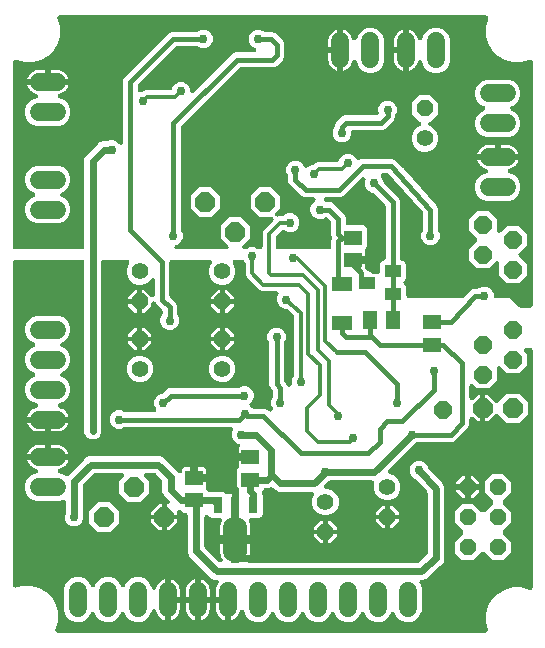
<source format=gbr>
G04 EAGLE Gerber X2 export*
%TF.Part,Single*%
%TF.FileFunction,Copper,L1,Top,Mixed*%
%TF.FilePolarity,Positive*%
%TF.GenerationSoftware,Autodesk,EAGLE,8.7.1*%
%TF.CreationDate,2019-02-08T14:13:12Z*%
G75*
%MOMM*%
%FSLAX34Y34*%
%LPD*%
%AMOC8*
5,1,8,0,0,1.08239X$1,22.5*%
G01*
%ADD10R,1.500000X1.300000*%
%ADD11P,1.539592X8X112.500000*%
%ADD12C,1.422400*%
%ADD13P,1.539592X8X292.500000*%
%ADD14R,1.400000X1.000000*%
%ADD15P,1.814519X8X112.500000*%
%ADD16P,1.649562X8X22.500000*%
%ADD17R,1.800000X1.200000*%
%ADD18R,1.300000X1.500000*%
%ADD19P,1.814519X8X22.500000*%
%ADD20P,1.814519X8X202.500000*%
%ADD21R,0.800000X1.400000*%
%ADD22R,0.800000X1.900000*%
%ADD23C,1.524000*%
%ADD24C,1.508000*%
%ADD25C,0.756400*%
%ADD26C,0.406400*%
%ADD27C,0.609600*%
%ADD28C,0.304800*%

G36*
X410146Y10169D02*
X410146Y10169D01*
X410228Y10167D01*
X410346Y10189D01*
X410465Y10201D01*
X410544Y10225D01*
X410624Y10239D01*
X410735Y10284D01*
X410850Y10319D01*
X410922Y10358D01*
X410998Y10388D01*
X411099Y10454D01*
X411204Y10511D01*
X411267Y10563D01*
X411336Y10608D01*
X411421Y10692D01*
X411513Y10768D01*
X411565Y10832D01*
X411623Y10890D01*
X411691Y10989D01*
X411766Y11082D01*
X411803Y11155D01*
X411850Y11223D01*
X411896Y11333D01*
X411951Y11439D01*
X411974Y11518D01*
X412006Y11594D01*
X412029Y11711D01*
X412062Y11826D01*
X412069Y11908D01*
X412085Y11989D01*
X412086Y12108D01*
X412095Y12228D01*
X412086Y12309D01*
X412086Y12391D01*
X412059Y12541D01*
X412048Y12627D01*
X412036Y12666D01*
X412026Y12718D01*
X410402Y18781D01*
X410402Y25669D01*
X412185Y32323D01*
X415629Y38288D01*
X420499Y43159D01*
X426465Y46603D01*
X433118Y48386D01*
X440007Y48386D01*
X446660Y46603D01*
X447042Y46382D01*
X447176Y46322D01*
X447305Y46255D01*
X447359Y46239D01*
X447409Y46216D01*
X447552Y46184D01*
X447692Y46143D01*
X447748Y46139D01*
X447802Y46126D01*
X447948Y46122D01*
X448094Y46110D01*
X448149Y46117D01*
X448204Y46115D01*
X448348Y46140D01*
X448493Y46157D01*
X448546Y46174D01*
X448601Y46184D01*
X448737Y46237D01*
X448876Y46282D01*
X448925Y46309D01*
X448976Y46329D01*
X449100Y46408D01*
X449227Y46480D01*
X449269Y46516D01*
X449316Y46546D01*
X449421Y46648D01*
X449532Y46743D01*
X449566Y46787D01*
X449605Y46826D01*
X449689Y46946D01*
X449778Y47061D01*
X449803Y47111D01*
X449835Y47157D01*
X449892Y47291D01*
X449958Y47422D01*
X449972Y47476D01*
X449994Y47526D01*
X450024Y47669D01*
X450062Y47811D01*
X450067Y47874D01*
X450077Y47920D01*
X450078Y48004D01*
X450089Y48141D01*
X450089Y249238D01*
X450087Y249255D01*
X450089Y249273D01*
X450068Y249455D01*
X450049Y249638D01*
X450044Y249655D01*
X450042Y249673D01*
X449985Y249847D01*
X449931Y250023D01*
X449923Y250039D01*
X449917Y250056D01*
X449827Y250216D01*
X449739Y250377D01*
X449728Y250391D01*
X449719Y250406D01*
X449599Y250546D01*
X449482Y250686D01*
X449468Y250698D01*
X449456Y250711D01*
X449311Y250824D01*
X449168Y250939D01*
X449152Y250947D01*
X449138Y250958D01*
X448973Y251040D01*
X448811Y251124D01*
X448794Y251129D01*
X448778Y251137D01*
X448599Y251185D01*
X448424Y251236D01*
X448406Y251237D01*
X448389Y251242D01*
X448058Y251269D01*
X444847Y251269D01*
X444838Y251268D01*
X444830Y251269D01*
X444636Y251248D01*
X444447Y251229D01*
X444438Y251226D01*
X444429Y251225D01*
X444245Y251167D01*
X444062Y251111D01*
X444054Y251106D01*
X444045Y251104D01*
X443877Y251011D01*
X443708Y250919D01*
X443701Y250913D01*
X443693Y250909D01*
X443546Y250784D01*
X443398Y250661D01*
X443393Y250654D01*
X443386Y250648D01*
X443266Y250497D01*
X443146Y250347D01*
X443142Y250340D01*
X443136Y250333D01*
X443048Y250159D01*
X442961Y249990D01*
X442958Y249982D01*
X442954Y249974D01*
X442902Y249787D01*
X442849Y249603D01*
X442849Y249594D01*
X442846Y249586D01*
X442832Y249393D01*
X442816Y249202D01*
X442817Y249193D01*
X442817Y249184D01*
X442841Y248992D01*
X442863Y248802D01*
X442866Y248794D01*
X442867Y248785D01*
X442928Y248603D01*
X442988Y248419D01*
X442993Y248411D01*
X442995Y248403D01*
X443091Y248236D01*
X443186Y248069D01*
X443192Y248062D01*
X443196Y248054D01*
X443411Y247801D01*
X445072Y246140D01*
X445072Y236460D01*
X438227Y229615D01*
X428548Y229615D01*
X423140Y235023D01*
X423133Y235029D01*
X423127Y235036D01*
X422978Y235156D01*
X422828Y235278D01*
X422820Y235282D01*
X422813Y235288D01*
X422643Y235376D01*
X422473Y235467D01*
X422464Y235469D01*
X422456Y235473D01*
X422271Y235527D01*
X422087Y235582D01*
X422078Y235582D01*
X422069Y235585D01*
X421878Y235600D01*
X421686Y235618D01*
X421677Y235617D01*
X421668Y235618D01*
X421479Y235595D01*
X421285Y235575D01*
X421277Y235572D01*
X421268Y235571D01*
X421086Y235511D01*
X420902Y235453D01*
X420894Y235449D01*
X420885Y235446D01*
X420717Y235351D01*
X420549Y235258D01*
X420543Y235252D01*
X420535Y235248D01*
X420389Y235122D01*
X420242Y234998D01*
X420237Y234991D01*
X420230Y234985D01*
X420112Y234833D01*
X419993Y234682D01*
X419989Y234674D01*
X419983Y234667D01*
X419897Y234494D01*
X419810Y234323D01*
X419808Y234314D01*
X419804Y234306D01*
X419754Y234120D01*
X419702Y233935D01*
X419702Y233926D01*
X419699Y233917D01*
X419672Y233587D01*
X419672Y223760D01*
X412827Y216915D01*
X403148Y216915D01*
X400089Y219974D01*
X400082Y219979D01*
X400077Y219986D01*
X399927Y220106D01*
X399778Y220229D01*
X399770Y220233D01*
X399763Y220238D01*
X399593Y220327D01*
X399422Y220417D01*
X399413Y220420D01*
X399406Y220424D01*
X399221Y220477D01*
X399036Y220532D01*
X399027Y220533D01*
X399019Y220535D01*
X398828Y220551D01*
X398635Y220568D01*
X398626Y220567D01*
X398617Y220568D01*
X398428Y220546D01*
X398235Y220525D01*
X398226Y220522D01*
X398218Y220521D01*
X398036Y220462D01*
X397851Y220404D01*
X397843Y220399D01*
X397835Y220396D01*
X397666Y220301D01*
X397499Y220209D01*
X397492Y220203D01*
X397484Y220199D01*
X397338Y220073D01*
X397192Y219948D01*
X397186Y219941D01*
X397179Y219935D01*
X397062Y219784D01*
X396942Y219632D01*
X396938Y219624D01*
X396933Y219617D01*
X396847Y219445D01*
X396760Y219273D01*
X396757Y219265D01*
X396753Y219257D01*
X396703Y219071D01*
X396652Y218885D01*
X396651Y218877D01*
X396649Y218868D01*
X396622Y218537D01*
X396622Y209010D01*
X396623Y209001D01*
X396622Y208992D01*
X396643Y208801D01*
X396662Y208610D01*
X396664Y208601D01*
X396665Y208592D01*
X396723Y208410D01*
X396780Y208225D01*
X396784Y208217D01*
X396787Y208208D01*
X396880Y208040D01*
X396972Y207871D01*
X396977Y207864D01*
X396982Y207856D01*
X397106Y207709D01*
X397229Y207561D01*
X397236Y207556D01*
X397242Y207549D01*
X397393Y207430D01*
X397543Y207309D01*
X397551Y207305D01*
X397558Y207299D01*
X397731Y207212D01*
X397900Y207123D01*
X397909Y207121D01*
X397917Y207117D01*
X398103Y207065D01*
X398287Y207012D01*
X398296Y207011D01*
X398305Y207009D01*
X398498Y206995D01*
X398689Y206979D01*
X398697Y206980D01*
X398706Y206980D01*
X398899Y207004D01*
X399088Y207026D01*
X399097Y207029D01*
X399106Y207030D01*
X399289Y207091D01*
X399471Y207151D01*
X399479Y207155D01*
X399487Y207158D01*
X399654Y207254D01*
X399822Y207349D01*
X399829Y207355D01*
X399836Y207359D01*
X400089Y207574D01*
X403463Y210948D01*
X405956Y210948D01*
X405956Y200025D01*
X405956Y189102D01*
X403463Y189102D01*
X400089Y192476D01*
X400082Y192482D01*
X400077Y192489D01*
X399927Y192609D01*
X399778Y192731D01*
X399770Y192735D01*
X399763Y192741D01*
X399593Y192829D01*
X399422Y192920D01*
X399413Y192922D01*
X399406Y192927D01*
X399221Y192980D01*
X399036Y193035D01*
X399027Y193035D01*
X399019Y193038D01*
X398828Y193054D01*
X398635Y193071D01*
X398626Y193070D01*
X398617Y193071D01*
X398428Y193049D01*
X398235Y193028D01*
X398226Y193025D01*
X398218Y193024D01*
X398036Y192965D01*
X397851Y192906D01*
X397843Y192902D01*
X397835Y192899D01*
X397666Y192804D01*
X397499Y192711D01*
X397492Y192706D01*
X397484Y192701D01*
X397338Y192575D01*
X397192Y192451D01*
X397186Y192444D01*
X397179Y192438D01*
X397062Y192287D01*
X396942Y192135D01*
X396938Y192127D01*
X396933Y192120D01*
X396847Y191948D01*
X396760Y191776D01*
X396757Y191767D01*
X396753Y191759D01*
X396703Y191573D01*
X396652Y191388D01*
X396651Y191379D01*
X396649Y191371D01*
X396622Y191040D01*
X396622Y186112D01*
X395694Y183871D01*
X384454Y172631D01*
X382213Y171703D01*
X353504Y171703D01*
X353477Y171701D01*
X353451Y171703D01*
X353277Y171681D01*
X353103Y171663D01*
X353078Y171656D01*
X353051Y171652D01*
X352885Y171596D01*
X352719Y171545D01*
X352695Y171532D01*
X352670Y171524D01*
X352518Y171437D01*
X352364Y171353D01*
X352344Y171336D01*
X352321Y171323D01*
X352121Y171154D01*
X350709Y170569D01*
X350681Y170554D01*
X350651Y170544D01*
X350504Y170459D01*
X350354Y170378D01*
X350330Y170358D01*
X350303Y170343D01*
X350050Y170128D01*
X327916Y147994D01*
X327910Y147987D01*
X327903Y147982D01*
X327783Y147832D01*
X327661Y147683D01*
X327656Y147675D01*
X327651Y147668D01*
X327562Y147497D01*
X327472Y147327D01*
X327469Y147319D01*
X327465Y147311D01*
X327412Y147125D01*
X327357Y146941D01*
X327356Y146932D01*
X327354Y146924D01*
X327338Y146732D01*
X327321Y146540D01*
X327322Y146531D01*
X327321Y146522D01*
X327343Y146333D01*
X327364Y146140D01*
X327367Y146131D01*
X327368Y146123D01*
X327427Y145941D01*
X327486Y145756D01*
X327490Y145748D01*
X327493Y145740D01*
X327588Y145571D01*
X327681Y145404D01*
X327686Y145397D01*
X327691Y145389D01*
X327817Y145243D01*
X327941Y145097D01*
X327948Y145091D01*
X327954Y145084D01*
X328106Y144966D01*
X328257Y144847D01*
X328265Y144843D01*
X328272Y144838D01*
X328444Y144752D01*
X328616Y144665D01*
X328624Y144662D01*
X328633Y144658D01*
X328819Y144608D01*
X329004Y144557D01*
X329013Y144556D01*
X329021Y144554D01*
X329223Y144537D01*
X333356Y142825D01*
X336500Y139681D01*
X338202Y135573D01*
X338202Y131127D01*
X336500Y127019D01*
X333356Y123875D01*
X329248Y122173D01*
X324802Y122173D01*
X320694Y123875D01*
X317550Y127019D01*
X315848Y131127D01*
X315848Y135573D01*
X316078Y136129D01*
X316082Y136142D01*
X316088Y136153D01*
X316140Y136333D01*
X316195Y136514D01*
X316196Y136527D01*
X316200Y136540D01*
X316215Y136728D01*
X316233Y136915D01*
X316232Y136928D01*
X316233Y136942D01*
X316211Y137128D01*
X316191Y137315D01*
X316187Y137328D01*
X316186Y137341D01*
X316128Y137520D01*
X316071Y137700D01*
X316065Y137711D01*
X316061Y137724D01*
X315968Y137889D01*
X315878Y138053D01*
X315870Y138063D01*
X315863Y138075D01*
X315740Y138217D01*
X315619Y138361D01*
X315609Y138369D01*
X315600Y138380D01*
X315452Y138494D01*
X315304Y138612D01*
X315292Y138618D01*
X315282Y138626D01*
X315113Y138710D01*
X314946Y138796D01*
X314933Y138800D01*
X314921Y138806D01*
X314738Y138855D01*
X314559Y138906D01*
X314545Y138907D01*
X314532Y138910D01*
X314202Y138937D01*
X278404Y138937D01*
X278381Y138935D01*
X278359Y138937D01*
X278181Y138915D01*
X278003Y138897D01*
X277982Y138891D01*
X277959Y138888D01*
X277790Y138832D01*
X277618Y138779D01*
X277598Y138768D01*
X277577Y138761D01*
X277422Y138673D01*
X277264Y138587D01*
X277247Y138573D01*
X277227Y138562D01*
X276973Y138348D01*
X273901Y135300D01*
X273893Y135290D01*
X273883Y135282D01*
X273766Y135136D01*
X273645Y134989D01*
X273639Y134978D01*
X273631Y134968D01*
X273544Y134801D01*
X273455Y134634D01*
X273451Y134622D01*
X273445Y134611D01*
X273393Y134429D01*
X273339Y134249D01*
X273337Y134236D01*
X273334Y134224D01*
X273318Y134035D01*
X273301Y133848D01*
X273302Y133835D01*
X273301Y133822D01*
X273323Y133635D01*
X273342Y133448D01*
X273346Y133435D01*
X273348Y133423D01*
X273407Y133242D01*
X273462Y133063D01*
X273469Y133052D01*
X273473Y133040D01*
X273566Y132875D01*
X273656Y132710D01*
X273664Y132700D01*
X273671Y132689D01*
X273794Y132546D01*
X273915Y132402D01*
X273925Y132394D01*
X273934Y132384D01*
X274083Y132269D01*
X274230Y132151D01*
X274242Y132146D01*
X274252Y132138D01*
X274420Y132054D01*
X274588Y131968D01*
X274601Y131964D01*
X274612Y131958D01*
X274795Y131909D01*
X274976Y131858D01*
X274989Y131857D01*
X275001Y131854D01*
X275332Y131827D01*
X276861Y131827D01*
X280969Y130125D01*
X284113Y126981D01*
X285814Y122873D01*
X285814Y118427D01*
X284113Y114319D01*
X280969Y111175D01*
X276861Y109473D01*
X272414Y109473D01*
X268306Y111175D01*
X265162Y114319D01*
X263461Y118427D01*
X263461Y122873D01*
X265006Y126604D01*
X265010Y126617D01*
X265016Y126628D01*
X265068Y126809D01*
X265122Y126989D01*
X265124Y127002D01*
X265127Y127015D01*
X265143Y127203D01*
X265161Y127390D01*
X265159Y127403D01*
X265160Y127417D01*
X265138Y127604D01*
X265119Y127790D01*
X265115Y127803D01*
X265113Y127816D01*
X265055Y127996D01*
X264999Y128175D01*
X264993Y128186D01*
X264989Y128199D01*
X264896Y128364D01*
X264806Y128528D01*
X264797Y128538D01*
X264791Y128550D01*
X264668Y128692D01*
X264547Y128836D01*
X264536Y128844D01*
X264527Y128855D01*
X264379Y128970D01*
X264232Y129087D01*
X264220Y129093D01*
X264209Y129101D01*
X264041Y129185D01*
X263874Y129271D01*
X263861Y129275D01*
X263849Y129281D01*
X263666Y129330D01*
X263486Y129381D01*
X263473Y129382D01*
X263460Y129385D01*
X263129Y129412D01*
X235123Y129412D01*
X232508Y130495D01*
X230328Y132675D01*
X230311Y132689D01*
X230297Y132706D01*
X230156Y132817D01*
X230017Y132930D01*
X229997Y132941D01*
X229980Y132954D01*
X229819Y133035D01*
X229661Y133119D01*
X229640Y133125D01*
X229620Y133135D01*
X229447Y133183D01*
X229275Y133234D01*
X229253Y133236D01*
X229232Y133241D01*
X229054Y133254D01*
X228874Y133270D01*
X228852Y133268D01*
X228830Y133269D01*
X228654Y133246D01*
X228474Y133227D01*
X228453Y133220D01*
X228431Y133217D01*
X228115Y133115D01*
X226840Y132587D01*
X224130Y132587D01*
X224108Y132585D01*
X224086Y132587D01*
X223908Y132565D01*
X223730Y132547D01*
X223708Y132541D01*
X223686Y132538D01*
X223516Y132482D01*
X223345Y132429D01*
X223325Y132419D01*
X223304Y132412D01*
X223148Y132323D01*
X222991Y132237D01*
X222974Y132223D01*
X222954Y132212D01*
X222819Y132095D01*
X222681Y131980D01*
X222667Y131962D01*
X222651Y131948D01*
X222541Y131806D01*
X222429Y131666D01*
X222419Y131646D01*
X222405Y131628D01*
X222254Y131333D01*
X222083Y130922D01*
X221196Y130035D01*
X221182Y130018D01*
X221165Y130003D01*
X221055Y129862D01*
X220941Y129724D01*
X220931Y129704D01*
X220917Y129686D01*
X220836Y129526D01*
X220752Y129368D01*
X220746Y129347D01*
X220736Y129327D01*
X220689Y129154D01*
X220638Y128982D01*
X220636Y128960D01*
X220630Y128938D01*
X220617Y128760D01*
X220601Y128581D01*
X220604Y128559D01*
X220602Y128537D01*
X220625Y128360D01*
X220645Y128181D01*
X220651Y128159D01*
X220654Y128137D01*
X220756Y127822D01*
X221492Y126044D01*
X221492Y110426D01*
X220873Y108933D01*
X219730Y107789D01*
X218236Y107170D01*
X211867Y107170D01*
X211774Y107161D01*
X211681Y107162D01*
X211574Y107141D01*
X211466Y107130D01*
X211377Y107103D01*
X211285Y107085D01*
X211185Y107044D01*
X211081Y107012D01*
X210999Y106968D01*
X210913Y106932D01*
X210822Y106872D01*
X210727Y106820D01*
X210656Y106761D01*
X210578Y106709D01*
X210501Y106632D01*
X210418Y106563D01*
X210359Y106490D01*
X210293Y106424D01*
X210233Y106333D01*
X210165Y106249D01*
X210122Y106166D01*
X210071Y106089D01*
X210030Y105988D01*
X209980Y105892D01*
X209954Y105802D01*
X209919Y105716D01*
X209899Y105609D01*
X209869Y105505D01*
X209861Y105412D01*
X209843Y105320D01*
X209845Y105212D01*
X209836Y105103D01*
X209847Y105011D01*
X209847Y104918D01*
X209870Y104811D01*
X209883Y104704D01*
X209912Y104615D01*
X209931Y104524D01*
X209982Y104400D01*
X210007Y104321D01*
X210032Y104278D01*
X210057Y104217D01*
X210394Y103555D01*
X210888Y102034D01*
X211138Y100455D01*
X211138Y93088D01*
X202501Y93088D01*
X202501Y101623D01*
X202499Y101641D01*
X202500Y101659D01*
X202479Y101841D01*
X202461Y102024D01*
X202456Y102041D01*
X202453Y102058D01*
X202397Y102233D01*
X202343Y102409D01*
X202334Y102424D01*
X202329Y102441D01*
X202238Y102601D01*
X202151Y102763D01*
X202139Y102776D01*
X202131Y102792D01*
X202010Y102931D01*
X201893Y103072D01*
X201879Y103083D01*
X201868Y103097D01*
X201723Y103209D01*
X201579Y103324D01*
X201564Y103332D01*
X201549Y103343D01*
X201385Y103425D01*
X201222Y103510D01*
X201205Y103515D01*
X201189Y103523D01*
X201011Y103570D01*
X200835Y103621D01*
X200817Y103623D01*
X200800Y103627D01*
X200469Y103654D01*
X200469Y115695D01*
X200469Y129388D01*
X200473Y129401D01*
X200474Y129413D01*
X200477Y129425D01*
X200490Y129612D01*
X200505Y129803D01*
X200504Y129815D01*
X200505Y129827D01*
X200481Y130014D01*
X200459Y130202D01*
X200455Y130214D01*
X200453Y130226D01*
X200394Y130400D01*
X200346Y130549D01*
X200343Y130558D01*
X200334Y130585D01*
X200328Y130596D01*
X200324Y130607D01*
X200318Y130617D01*
X199573Y132416D01*
X199573Y147034D01*
X200192Y148527D01*
X200787Y149123D01*
X200845Y149193D01*
X200910Y149257D01*
X200972Y149348D01*
X201042Y149434D01*
X201085Y149515D01*
X201136Y149590D01*
X201179Y149692D01*
X201231Y149790D01*
X201257Y149877D01*
X201292Y149961D01*
X201314Y150070D01*
X201345Y150176D01*
X201354Y150266D01*
X201372Y150356D01*
X201372Y150466D01*
X201382Y150577D01*
X201372Y150668D01*
X201372Y150758D01*
X201347Y150894D01*
X201338Y150977D01*
X201324Y151023D01*
X201313Y151085D01*
X201097Y151890D01*
X201097Y155476D01*
X209919Y155476D01*
X209937Y155477D01*
X209955Y155476D01*
X210137Y155497D01*
X210320Y155516D01*
X210337Y155521D01*
X210355Y155523D01*
X210529Y155580D01*
X210705Y155634D01*
X210721Y155642D01*
X210737Y155648D01*
X210898Y155738D01*
X211059Y155825D01*
X211073Y155837D01*
X211088Y155846D01*
X211227Y155966D01*
X211368Y156083D01*
X211379Y156097D01*
X211393Y156109D01*
X211505Y156254D01*
X211620Y156397D01*
X211629Y156413D01*
X211640Y156427D01*
X211722Y156592D01*
X211806Y156754D01*
X211811Y156771D01*
X211819Y156787D01*
X211867Y156966D01*
X211917Y157141D01*
X211919Y157159D01*
X211923Y157176D01*
X211951Y157507D01*
X211951Y159943D01*
X211949Y159961D01*
X211950Y159979D01*
X211929Y160161D01*
X211911Y160344D01*
X211905Y160361D01*
X211903Y160378D01*
X211846Y160553D01*
X211793Y160729D01*
X211784Y160744D01*
X211778Y160761D01*
X211688Y160921D01*
X211601Y161083D01*
X211589Y161096D01*
X211581Y161112D01*
X211460Y161251D01*
X211343Y161392D01*
X211329Y161403D01*
X211317Y161417D01*
X211172Y161529D01*
X211029Y161644D01*
X211013Y161652D01*
X210999Y161663D01*
X210834Y161745D01*
X210672Y161830D01*
X210655Y161835D01*
X210639Y161843D01*
X210461Y161890D01*
X210285Y161941D01*
X210267Y161943D01*
X210250Y161947D01*
X209919Y161974D01*
X201097Y161974D01*
X201097Y165560D01*
X201270Y166206D01*
X201604Y166785D01*
X201707Y166888D01*
X201715Y166898D01*
X201726Y166907D01*
X201843Y167054D01*
X201962Y167199D01*
X201968Y167211D01*
X201977Y167222D01*
X202063Y167389D01*
X202151Y167555D01*
X202155Y167568D01*
X202161Y167580D01*
X202211Y167759D01*
X202266Y167941D01*
X202267Y167954D01*
X202270Y167967D01*
X202285Y168153D01*
X202302Y168342D01*
X202301Y168355D01*
X202302Y168369D01*
X202279Y168554D01*
X202259Y168742D01*
X202255Y168755D01*
X202253Y168768D01*
X202194Y168947D01*
X202137Y169126D01*
X202131Y169138D01*
X202126Y169150D01*
X202034Y169313D01*
X201942Y169478D01*
X201934Y169488D01*
X201927Y169500D01*
X201804Y169642D01*
X201682Y169785D01*
X201671Y169794D01*
X201662Y169804D01*
X201513Y169919D01*
X201366Y170035D01*
X201354Y170041D01*
X201343Y170049D01*
X201048Y170201D01*
X198751Y171152D01*
X196543Y173360D01*
X195349Y176244D01*
X195349Y179365D01*
X196272Y181595D01*
X196276Y181608D01*
X196282Y181619D01*
X196334Y181798D01*
X196389Y181980D01*
X196390Y181993D01*
X196394Y182006D01*
X196409Y182194D01*
X196427Y182381D01*
X196425Y182394D01*
X196427Y182408D01*
X196405Y182594D01*
X196385Y182781D01*
X196381Y182794D01*
X196380Y182807D01*
X196321Y182987D01*
X196265Y183166D01*
X196259Y183177D01*
X196255Y183190D01*
X196162Y183354D01*
X196072Y183519D01*
X196063Y183529D01*
X196057Y183541D01*
X195934Y183683D01*
X195813Y183827D01*
X195802Y183835D01*
X195794Y183846D01*
X195646Y183960D01*
X195498Y184078D01*
X195486Y184084D01*
X195476Y184092D01*
X195307Y184176D01*
X195140Y184262D01*
X195127Y184266D01*
X195115Y184272D01*
X194932Y184321D01*
X194753Y184372D01*
X194739Y184373D01*
X194726Y184376D01*
X194396Y184403D01*
X105854Y184403D01*
X105827Y184401D01*
X105801Y184403D01*
X105627Y184381D01*
X105453Y184363D01*
X105428Y184356D01*
X105401Y184352D01*
X105235Y184296D01*
X105069Y184245D01*
X105045Y184232D01*
X105020Y184224D01*
X104868Y184137D01*
X104714Y184053D01*
X104694Y184036D01*
X104671Y184023D01*
X104471Y183854D01*
X101573Y182653D01*
X98452Y182653D01*
X95568Y183848D01*
X93360Y186055D01*
X92166Y188939D01*
X92166Y192061D01*
X93360Y194945D01*
X95568Y197152D01*
X98452Y198347D01*
X101573Y198347D01*
X104461Y197151D01*
X104594Y197047D01*
X104729Y196937D01*
X104753Y196924D01*
X104774Y196908D01*
X104931Y196830D01*
X105085Y196748D01*
X105110Y196740D01*
X105135Y196728D01*
X105304Y196683D01*
X105471Y196633D01*
X105497Y196631D01*
X105523Y196624D01*
X105854Y196597D01*
X129350Y196597D01*
X129359Y196598D01*
X129368Y196597D01*
X129559Y196618D01*
X129751Y196637D01*
X129759Y196639D01*
X129768Y196640D01*
X129952Y196698D01*
X130136Y196755D01*
X130143Y196759D01*
X130152Y196762D01*
X130321Y196855D01*
X130490Y196947D01*
X130496Y196952D01*
X130504Y196957D01*
X130652Y197082D01*
X130799Y197204D01*
X130804Y197211D01*
X130811Y197217D01*
X130931Y197369D01*
X131051Y197518D01*
X131055Y197526D01*
X131061Y197533D01*
X131148Y197705D01*
X131237Y197875D01*
X131239Y197884D01*
X131243Y197892D01*
X131295Y198076D01*
X131348Y198262D01*
X131349Y198271D01*
X131351Y198280D01*
X131365Y198470D01*
X131381Y198664D01*
X131380Y198673D01*
X131381Y198681D01*
X131357Y198871D01*
X131334Y199063D01*
X131331Y199072D01*
X131330Y199081D01*
X131269Y199264D01*
X131209Y199446D01*
X131205Y199454D01*
X131202Y199463D01*
X131106Y199629D01*
X131011Y199797D01*
X131005Y199804D01*
X131001Y199811D01*
X130831Y200012D01*
X129631Y202909D01*
X129631Y206031D01*
X130825Y208915D01*
X133033Y211122D01*
X135920Y212318D01*
X136088Y212339D01*
X136261Y212357D01*
X136287Y212364D01*
X136314Y212368D01*
X136479Y212423D01*
X136646Y212475D01*
X136670Y212488D01*
X136695Y212496D01*
X136847Y212583D01*
X137000Y212667D01*
X137021Y212684D01*
X137044Y212697D01*
X137297Y212912D01*
X140374Y215989D01*
X142615Y216917D01*
X200216Y216917D01*
X200242Y216919D01*
X200269Y216917D01*
X200443Y216939D01*
X200617Y216957D01*
X200642Y216964D01*
X200669Y216968D01*
X200834Y217023D01*
X201001Y217075D01*
X201025Y217088D01*
X201050Y217096D01*
X201202Y217183D01*
X201355Y217267D01*
X201376Y217284D01*
X201399Y217297D01*
X201599Y217466D01*
X204497Y218667D01*
X207618Y218667D01*
X210502Y217472D01*
X212710Y215265D01*
X213904Y212381D01*
X213904Y209259D01*
X212710Y206375D01*
X210971Y204636D01*
X210959Y204623D01*
X210946Y204611D01*
X210832Y204467D01*
X210716Y204325D01*
X210707Y204309D01*
X210696Y204295D01*
X210613Y204131D01*
X210527Y203969D01*
X210522Y203952D01*
X210514Y203936D01*
X210465Y203759D01*
X210412Y203583D01*
X210411Y203565D01*
X210406Y203548D01*
X210392Y203365D01*
X210376Y203182D01*
X210378Y203164D01*
X210376Y203147D01*
X210399Y202965D01*
X210419Y202782D01*
X210425Y202765D01*
X210427Y202747D01*
X210485Y202574D01*
X210541Y202398D01*
X210549Y202382D01*
X210555Y202366D01*
X210647Y202207D01*
X210736Y202046D01*
X210747Y202032D01*
X210756Y202017D01*
X210971Y201764D01*
X212368Y200367D01*
X212388Y200350D01*
X212406Y200329D01*
X212544Y200222D01*
X212679Y200112D01*
X212703Y200099D01*
X212724Y200083D01*
X212881Y200005D01*
X213035Y199923D01*
X213060Y199915D01*
X213085Y199903D01*
X213254Y199858D01*
X213421Y199808D01*
X213447Y199806D01*
X213473Y199799D01*
X213804Y199772D01*
X223463Y199772D01*
X225703Y198844D01*
X226682Y197865D01*
X226685Y197863D01*
X226688Y197859D01*
X226842Y197734D01*
X226993Y197610D01*
X226997Y197608D01*
X227001Y197605D01*
X227178Y197512D01*
X227349Y197422D01*
X227353Y197420D01*
X227357Y197418D01*
X227547Y197363D01*
X227735Y197307D01*
X227739Y197307D01*
X227744Y197305D01*
X227935Y197289D01*
X228136Y197271D01*
X228140Y197271D01*
X228145Y197271D01*
X228335Y197292D01*
X228536Y197314D01*
X228540Y197315D01*
X228545Y197316D01*
X228727Y197375D01*
X228920Y197435D01*
X228924Y197438D01*
X228928Y197439D01*
X229096Y197533D01*
X229272Y197630D01*
X229276Y197633D01*
X229279Y197635D01*
X229427Y197761D01*
X229579Y197891D01*
X229582Y197894D01*
X229585Y197897D01*
X229706Y198051D01*
X229829Y198207D01*
X229831Y198211D01*
X229834Y198214D01*
X229920Y198387D01*
X230011Y198566D01*
X230012Y198570D01*
X230014Y198574D01*
X230066Y198763D01*
X230119Y198953D01*
X230119Y198958D01*
X230121Y198962D01*
X230134Y199158D01*
X230149Y199355D01*
X230148Y199359D01*
X230148Y199364D01*
X230123Y199560D01*
X230098Y199754D01*
X230097Y199759D01*
X230096Y199763D01*
X229995Y200079D01*
X228691Y203227D01*
X228691Y206348D01*
X229887Y209236D01*
X229990Y209369D01*
X230101Y209504D01*
X230113Y209528D01*
X230130Y209549D01*
X230208Y209706D01*
X230290Y209860D01*
X230297Y209885D01*
X230309Y209910D01*
X230355Y210079D01*
X230404Y210246D01*
X230407Y210272D01*
X230414Y210298D01*
X230441Y210629D01*
X230441Y214121D01*
X230438Y214147D01*
X230440Y214174D01*
X230418Y214348D01*
X230401Y214521D01*
X230393Y214547D01*
X230390Y214574D01*
X230334Y214739D01*
X230283Y214906D01*
X230270Y214930D01*
X230261Y214955D01*
X230174Y215107D01*
X230091Y215260D01*
X230074Y215281D01*
X230061Y215304D01*
X229846Y215557D01*
X228194Y217209D01*
X227266Y219450D01*
X227266Y254508D01*
X227263Y254535D01*
X227265Y254562D01*
X227243Y254736D01*
X227226Y254909D01*
X227218Y254935D01*
X227215Y254961D01*
X227159Y255127D01*
X227108Y255294D01*
X227095Y255318D01*
X227086Y255343D01*
X226999Y255495D01*
X226916Y255648D01*
X226899Y255668D01*
X226886Y255692D01*
X226716Y255891D01*
X225516Y258789D01*
X225516Y261911D01*
X226710Y264795D01*
X228918Y267002D01*
X231802Y268197D01*
X234923Y268197D01*
X237807Y267002D01*
X240015Y264795D01*
X241209Y261911D01*
X241209Y258789D01*
X240013Y255902D01*
X239910Y255769D01*
X239799Y255633D01*
X239787Y255610D01*
X239770Y255588D01*
X239692Y255432D01*
X239610Y255278D01*
X239603Y255252D01*
X239591Y255228D01*
X239545Y255059D01*
X239496Y254892D01*
X239493Y254865D01*
X239486Y254839D01*
X239459Y254508D01*
X239459Y224029D01*
X239462Y224003D01*
X239460Y223976D01*
X239482Y223802D01*
X239499Y223629D01*
X239507Y223603D01*
X239510Y223576D01*
X239566Y223411D01*
X239617Y223244D01*
X239630Y223220D01*
X239639Y223195D01*
X239726Y223043D01*
X239809Y222890D01*
X239826Y222869D01*
X239839Y222846D01*
X240054Y222593D01*
X241706Y220941D01*
X242245Y219639D01*
X242247Y219635D01*
X242249Y219631D01*
X242342Y219458D01*
X242436Y219284D01*
X242438Y219281D01*
X242441Y219277D01*
X242565Y219128D01*
X242692Y218974D01*
X242695Y218971D01*
X242698Y218967D01*
X242851Y218845D01*
X243005Y218720D01*
X243009Y218718D01*
X243012Y218715D01*
X243185Y218625D01*
X243361Y218533D01*
X243365Y218532D01*
X243369Y218530D01*
X243557Y218476D01*
X243748Y218420D01*
X243752Y218419D01*
X243756Y218418D01*
X243954Y218402D01*
X244149Y218385D01*
X244153Y218386D01*
X244158Y218385D01*
X244352Y218408D01*
X244549Y218430D01*
X244553Y218432D01*
X244557Y218432D01*
X244743Y218493D01*
X244932Y218554D01*
X244936Y218556D01*
X244940Y218557D01*
X245112Y218654D01*
X245284Y218750D01*
X245287Y218753D01*
X245291Y218755D01*
X245439Y218883D01*
X245589Y219012D01*
X245592Y219015D01*
X245596Y219018D01*
X245715Y219172D01*
X245838Y219329D01*
X245840Y219333D01*
X245842Y219336D01*
X245929Y219511D01*
X246018Y219688D01*
X246020Y219693D01*
X246022Y219697D01*
X246073Y219889D01*
X246125Y220077D01*
X246125Y220081D01*
X246126Y220086D01*
X246153Y220416D01*
X246153Y223811D01*
X247348Y226695D01*
X247816Y227163D01*
X247833Y227184D01*
X247854Y227201D01*
X247961Y227339D01*
X248071Y227475D01*
X248084Y227498D01*
X248100Y227520D01*
X248178Y227676D01*
X248260Y227830D01*
X248268Y227856D01*
X248280Y227880D01*
X248325Y228049D01*
X248375Y228216D01*
X248377Y228243D01*
X248384Y228269D01*
X248411Y228600D01*
X248411Y277587D01*
X248403Y277669D01*
X248405Y277750D01*
X248383Y277868D01*
X248371Y277988D01*
X248347Y278066D01*
X248333Y278146D01*
X248289Y278258D01*
X248253Y278373D01*
X248214Y278445D01*
X248184Y278521D01*
X248119Y278621D01*
X248061Y278727D01*
X248009Y278790D01*
X247965Y278858D01*
X247859Y278970D01*
X247804Y279036D01*
X247772Y279061D01*
X247737Y279099D01*
X242572Y283734D01*
X242432Y283836D01*
X242296Y283942D01*
X242270Y283955D01*
X242248Y283972D01*
X242090Y284044D01*
X241935Y284122D01*
X241908Y284129D01*
X241882Y284141D01*
X241714Y284181D01*
X241546Y284226D01*
X241515Y284229D01*
X241491Y284235D01*
X241406Y284238D01*
X241216Y284253D01*
X240057Y284253D01*
X237173Y285448D01*
X234965Y287655D01*
X233771Y290539D01*
X233771Y293661D01*
X234907Y296403D01*
X234910Y296416D01*
X234917Y296427D01*
X234968Y296607D01*
X235023Y296788D01*
X235024Y296801D01*
X235028Y296814D01*
X235043Y297002D01*
X235061Y297189D01*
X235060Y297202D01*
X235061Y297216D01*
X235039Y297402D01*
X235019Y297589D01*
X235015Y297602D01*
X235014Y297615D01*
X234955Y297795D01*
X234900Y297974D01*
X234893Y297985D01*
X234889Y297998D01*
X234797Y298162D01*
X234706Y298327D01*
X234698Y298337D01*
X234691Y298349D01*
X234569Y298491D01*
X234447Y298635D01*
X234437Y298643D01*
X234428Y298654D01*
X234280Y298768D01*
X234132Y298886D01*
X234120Y298892D01*
X234110Y298900D01*
X233942Y298984D01*
X233774Y299070D01*
X233761Y299074D01*
X233749Y299080D01*
X233567Y299129D01*
X233387Y299180D01*
X233374Y299181D01*
X233361Y299184D01*
X233030Y299211D01*
X221138Y299211D01*
X219084Y300062D01*
X217227Y301920D01*
X217226Y301920D01*
X209845Y309301D01*
X209845Y309302D01*
X207987Y311159D01*
X207136Y313213D01*
X207136Y322263D01*
X207134Y322289D01*
X207136Y322316D01*
X207114Y322490D01*
X207096Y322664D01*
X207089Y322689D01*
X207085Y322716D01*
X207030Y322881D01*
X206978Y323048D01*
X206965Y323072D01*
X206957Y323097D01*
X206870Y323249D01*
X206786Y323402D01*
X206769Y323423D01*
X206756Y323446D01*
X206541Y323699D01*
X206073Y324168D01*
X205883Y324627D01*
X205872Y324647D01*
X205865Y324668D01*
X205777Y324824D01*
X205692Y324982D01*
X205678Y324999D01*
X205667Y325019D01*
X205550Y325155D01*
X205436Y325293D01*
X205419Y325307D01*
X205404Y325324D01*
X205263Y325433D01*
X205123Y325546D01*
X205103Y325557D01*
X205086Y325570D01*
X204925Y325650D01*
X204767Y325733D01*
X204745Y325740D01*
X204725Y325750D01*
X204552Y325796D01*
X204380Y325846D01*
X204358Y325848D01*
X204337Y325854D01*
X204006Y325881D01*
X198066Y325881D01*
X198058Y325880D01*
X198049Y325881D01*
X197855Y325860D01*
X197666Y325841D01*
X197657Y325839D01*
X197648Y325838D01*
X197464Y325779D01*
X197281Y325723D01*
X197273Y325719D01*
X197265Y325716D01*
X197096Y325623D01*
X196927Y325531D01*
X196920Y325526D01*
X196912Y325521D01*
X196765Y325397D01*
X196618Y325274D01*
X196612Y325267D01*
X196605Y325261D01*
X196485Y325109D01*
X196365Y324960D01*
X196361Y324952D01*
X196356Y324945D01*
X196268Y324772D01*
X196180Y324603D01*
X196177Y324594D01*
X196173Y324586D01*
X196121Y324400D01*
X196068Y324216D01*
X196068Y324207D01*
X196065Y324198D01*
X196051Y324005D01*
X196035Y323814D01*
X196037Y323806D01*
X196036Y323797D01*
X196060Y323604D01*
X196082Y323415D01*
X196085Y323406D01*
X196086Y323397D01*
X196147Y323215D01*
X196207Y323032D01*
X196212Y323024D01*
X196214Y323016D01*
X196311Y322849D01*
X196405Y322681D01*
X196411Y322674D01*
X196415Y322667D01*
X196630Y322414D01*
X196800Y322244D01*
X198502Y318136D01*
X198502Y313689D01*
X196800Y309581D01*
X193656Y306437D01*
X189548Y304736D01*
X185102Y304736D01*
X180994Y306437D01*
X177850Y309581D01*
X176148Y313689D01*
X176148Y318136D01*
X177850Y322244D01*
X178020Y322414D01*
X178026Y322421D01*
X178032Y322426D01*
X178153Y322576D01*
X178275Y322725D01*
X178279Y322733D01*
X178285Y322740D01*
X178374Y322911D01*
X178464Y323081D01*
X178466Y323089D01*
X178470Y323097D01*
X178524Y323283D01*
X178578Y323467D01*
X178579Y323476D01*
X178582Y323484D01*
X178597Y323676D01*
X178615Y323868D01*
X178614Y323877D01*
X178615Y323886D01*
X178592Y324075D01*
X178571Y324268D01*
X178569Y324277D01*
X178568Y324285D01*
X178508Y324467D01*
X178450Y324652D01*
X178446Y324660D01*
X178443Y324668D01*
X178348Y324837D01*
X178255Y325004D01*
X178249Y325011D01*
X178245Y325019D01*
X178119Y325165D01*
X177995Y325311D01*
X177988Y325317D01*
X177982Y325324D01*
X177830Y325441D01*
X177679Y325561D01*
X177671Y325565D01*
X177664Y325570D01*
X177491Y325656D01*
X177320Y325743D01*
X177311Y325746D01*
X177303Y325750D01*
X177117Y325800D01*
X176932Y325851D01*
X176923Y325852D01*
X176914Y325854D01*
X176584Y325881D01*
X144653Y325881D01*
X144635Y325879D01*
X144617Y325881D01*
X144435Y325860D01*
X144252Y325841D01*
X144235Y325836D01*
X144218Y325834D01*
X144043Y325777D01*
X143867Y325723D01*
X143852Y325715D01*
X143835Y325709D01*
X143675Y325619D01*
X143513Y325531D01*
X143500Y325520D01*
X143484Y325511D01*
X143345Y325391D01*
X143204Y325274D01*
X143193Y325260D01*
X143179Y325248D01*
X143067Y325103D01*
X142952Y324960D01*
X142944Y324944D01*
X142933Y324930D01*
X142851Y324765D01*
X142766Y324603D01*
X142761Y324586D01*
X142753Y324570D01*
X142706Y324391D01*
X142655Y324216D01*
X142653Y324198D01*
X142649Y324181D01*
X142622Y323850D01*
X142622Y295467D01*
X142624Y295440D01*
X142622Y295413D01*
X142644Y295240D01*
X142662Y295066D01*
X142669Y295041D01*
X142673Y295014D01*
X142728Y294848D01*
X142780Y294681D01*
X142793Y294658D01*
X142801Y294632D01*
X142888Y294481D01*
X142972Y294327D01*
X142989Y294307D01*
X143002Y294283D01*
X143217Y294030D01*
X148044Y289204D01*
X148972Y286963D01*
X148972Y280162D01*
X148974Y280135D01*
X148972Y280108D01*
X148994Y279935D01*
X149012Y279761D01*
X149019Y279735D01*
X149023Y279709D01*
X149079Y279543D01*
X149130Y279376D01*
X149143Y279352D01*
X149151Y279327D01*
X149238Y279176D01*
X149322Y279022D01*
X149339Y279001D01*
X149352Y278978D01*
X149521Y278779D01*
X150722Y275881D01*
X150722Y272759D01*
X149527Y269875D01*
X147320Y267668D01*
X144436Y266473D01*
X141314Y266473D01*
X138430Y267668D01*
X136223Y269875D01*
X135028Y272759D01*
X135028Y275881D01*
X136224Y278768D01*
X136328Y278901D01*
X136438Y279037D01*
X136451Y279060D01*
X136467Y279082D01*
X136545Y279238D01*
X136627Y279392D01*
X136635Y279418D01*
X136647Y279442D01*
X136692Y279611D01*
X136742Y279778D01*
X136744Y279805D01*
X136751Y279831D01*
X136778Y280162D01*
X136778Y282383D01*
X136776Y282410D01*
X136778Y282437D01*
X136756Y282610D01*
X136738Y282784D01*
X136731Y282809D01*
X136727Y282836D01*
X136672Y283002D01*
X136620Y283169D01*
X136607Y283192D01*
X136599Y283218D01*
X136512Y283369D01*
X136428Y283523D01*
X136411Y283543D01*
X136398Y283567D01*
X136183Y283820D01*
X131356Y288646D01*
X131036Y289421D01*
X131034Y289425D01*
X131032Y289429D01*
X130939Y289602D01*
X130845Y289776D01*
X130843Y289779D01*
X130840Y289783D01*
X130715Y289934D01*
X130589Y290086D01*
X130586Y290089D01*
X130583Y290093D01*
X130432Y290214D01*
X130276Y290340D01*
X130272Y290342D01*
X130269Y290345D01*
X130099Y290433D01*
X129920Y290527D01*
X129916Y290528D01*
X129912Y290530D01*
X129724Y290584D01*
X129533Y290640D01*
X129529Y290641D01*
X129525Y290642D01*
X129327Y290658D01*
X129132Y290675D01*
X129128Y290674D01*
X129123Y290675D01*
X128928Y290652D01*
X128732Y290630D01*
X128728Y290628D01*
X128724Y290628D01*
X128536Y290567D01*
X128349Y290506D01*
X128345Y290504D01*
X128341Y290503D01*
X128168Y290405D01*
X127997Y290310D01*
X127994Y290307D01*
X127990Y290305D01*
X127842Y290177D01*
X127692Y290048D01*
X127689Y290045D01*
X127685Y290042D01*
X127565Y289887D01*
X127443Y289731D01*
X127441Y289727D01*
X127439Y289724D01*
X127351Y289547D01*
X127263Y289372D01*
X127261Y289367D01*
X127259Y289363D01*
X127208Y289172D01*
X127156Y288983D01*
X127156Y288979D01*
X127155Y288974D01*
X127128Y288644D01*
X127128Y286514D01*
X121473Y280860D01*
X119506Y280860D01*
X119506Y290512D01*
X119506Y290513D01*
X119506Y300165D01*
X121473Y300165D01*
X126961Y294678D01*
X126968Y294672D01*
X126973Y294665D01*
X127123Y294545D01*
X127272Y294423D01*
X127280Y294419D01*
X127287Y294413D01*
X127457Y294324D01*
X127628Y294234D01*
X127637Y294232D01*
X127644Y294227D01*
X127829Y294174D01*
X128014Y294119D01*
X128023Y294119D01*
X128031Y294116D01*
X128223Y294100D01*
X128415Y294083D01*
X128424Y294084D01*
X128433Y294083D01*
X128622Y294105D01*
X128815Y294126D01*
X128824Y294129D01*
X128832Y294130D01*
X129014Y294189D01*
X129199Y294248D01*
X129207Y294252D01*
X129215Y294255D01*
X129384Y294350D01*
X129551Y294443D01*
X129558Y294448D01*
X129566Y294453D01*
X129712Y294579D01*
X129858Y294703D01*
X129864Y294710D01*
X129871Y294716D01*
X129988Y294867D01*
X130108Y295019D01*
X130112Y295027D01*
X130117Y295034D01*
X130202Y295204D01*
X130290Y295378D01*
X130293Y295387D01*
X130297Y295395D01*
X130347Y295581D01*
X130398Y295766D01*
X130399Y295775D01*
X130401Y295783D01*
X130428Y296114D01*
X130428Y308156D01*
X130427Y308164D01*
X130428Y308173D01*
X130407Y308365D01*
X130388Y308556D01*
X130386Y308565D01*
X130385Y308574D01*
X130327Y308756D01*
X130270Y308941D01*
X130266Y308949D01*
X130263Y308958D01*
X130170Y309126D01*
X130078Y309295D01*
X130073Y309302D01*
X130068Y309310D01*
X129944Y309457D01*
X129821Y309604D01*
X129814Y309610D01*
X129808Y309617D01*
X129657Y309736D01*
X129507Y309857D01*
X129499Y309861D01*
X129492Y309866D01*
X129319Y309954D01*
X129150Y310042D01*
X129141Y310045D01*
X129133Y310049D01*
X128947Y310101D01*
X128763Y310154D01*
X128754Y310154D01*
X128745Y310157D01*
X128552Y310171D01*
X128361Y310187D01*
X128353Y310186D01*
X128344Y310186D01*
X128151Y310162D01*
X127962Y310140D01*
X127953Y310137D01*
X127944Y310136D01*
X127761Y310074D01*
X127579Y310015D01*
X127571Y310010D01*
X127563Y310008D01*
X127396Y309911D01*
X127228Y309817D01*
X127221Y309811D01*
X127214Y309807D01*
X126961Y309592D01*
X123806Y306437D01*
X119698Y304736D01*
X115252Y304736D01*
X111144Y306437D01*
X108000Y309581D01*
X106298Y313689D01*
X106298Y318136D01*
X108000Y322244D01*
X108170Y322414D01*
X108176Y322421D01*
X108182Y322426D01*
X108303Y322576D01*
X108425Y322725D01*
X108429Y322733D01*
X108435Y322740D01*
X108524Y322911D01*
X108614Y323081D01*
X108616Y323089D01*
X108620Y323097D01*
X108674Y323283D01*
X108728Y323467D01*
X108729Y323476D01*
X108732Y323484D01*
X108747Y323676D01*
X108765Y323868D01*
X108764Y323877D01*
X108765Y323886D01*
X108742Y324075D01*
X108721Y324268D01*
X108719Y324277D01*
X108718Y324285D01*
X108658Y324467D01*
X108600Y324652D01*
X108596Y324660D01*
X108593Y324668D01*
X108498Y324837D01*
X108405Y325004D01*
X108399Y325011D01*
X108395Y325019D01*
X108269Y325165D01*
X108145Y325311D01*
X108138Y325317D01*
X108132Y325324D01*
X107980Y325441D01*
X107829Y325561D01*
X107821Y325565D01*
X107814Y325570D01*
X107641Y325656D01*
X107470Y325743D01*
X107461Y325746D01*
X107453Y325750D01*
X107267Y325800D01*
X107082Y325851D01*
X107073Y325852D01*
X107064Y325854D01*
X106734Y325881D01*
X86931Y325881D01*
X86914Y325879D01*
X86896Y325881D01*
X86714Y325860D01*
X86531Y325841D01*
X86514Y325836D01*
X86496Y325834D01*
X86322Y325777D01*
X86146Y325723D01*
X86130Y325715D01*
X86113Y325709D01*
X85953Y325619D01*
X85792Y325531D01*
X85778Y325520D01*
X85763Y325511D01*
X85623Y325391D01*
X85483Y325274D01*
X85471Y325260D01*
X85458Y325248D01*
X85345Y325103D01*
X85230Y324960D01*
X85222Y324944D01*
X85211Y324930D01*
X85129Y324765D01*
X85045Y324603D01*
X85040Y324586D01*
X85032Y324570D01*
X84984Y324391D01*
X84933Y324216D01*
X84932Y324198D01*
X84927Y324181D01*
X84900Y323850D01*
X84900Y179421D01*
X83817Y176807D01*
X81817Y174806D01*
X79202Y173724D01*
X76373Y173724D01*
X73758Y174806D01*
X71758Y176807D01*
X70675Y179421D01*
X70675Y323850D01*
X70673Y323868D01*
X70674Y323886D01*
X70653Y324068D01*
X70635Y324251D01*
X70630Y324268D01*
X70628Y324285D01*
X70571Y324460D01*
X70517Y324636D01*
X70508Y324651D01*
X70503Y324668D01*
X70412Y324828D01*
X70325Y324990D01*
X70314Y325003D01*
X70305Y325019D01*
X70185Y325158D01*
X70067Y325299D01*
X70053Y325310D01*
X70042Y325324D01*
X69897Y325436D01*
X69753Y325551D01*
X69738Y325559D01*
X69724Y325570D01*
X69559Y325652D01*
X69396Y325737D01*
X69379Y325742D01*
X69363Y325750D01*
X69185Y325797D01*
X69009Y325848D01*
X68991Y325850D01*
X68974Y325854D01*
X68644Y325881D01*
X12192Y325881D01*
X12174Y325879D01*
X12156Y325881D01*
X11974Y325860D01*
X11791Y325841D01*
X11774Y325836D01*
X11757Y325834D01*
X11582Y325777D01*
X11406Y325723D01*
X11391Y325715D01*
X11374Y325709D01*
X11214Y325619D01*
X11052Y325531D01*
X11039Y325520D01*
X11023Y325511D01*
X10884Y325391D01*
X10743Y325274D01*
X10732Y325260D01*
X10718Y325248D01*
X10606Y325103D01*
X10491Y324960D01*
X10483Y324944D01*
X10472Y324930D01*
X10390Y324765D01*
X10305Y324603D01*
X10300Y324586D01*
X10292Y324570D01*
X10245Y324391D01*
X10194Y324216D01*
X10192Y324198D01*
X10188Y324181D01*
X10161Y323850D01*
X10161Y50311D01*
X10169Y50229D01*
X10167Y50147D01*
X10189Y50029D01*
X10201Y49910D01*
X10225Y49831D01*
X10239Y49751D01*
X10284Y49640D01*
X10319Y49525D01*
X10358Y49453D01*
X10388Y49377D01*
X10454Y49276D01*
X10511Y49171D01*
X10563Y49108D01*
X10608Y49039D01*
X10692Y48954D01*
X10768Y48862D01*
X10832Y48810D01*
X10890Y48752D01*
X10989Y48684D01*
X11082Y48609D01*
X11155Y48572D01*
X11223Y48525D01*
X11333Y48479D01*
X11439Y48424D01*
X11518Y48401D01*
X11594Y48369D01*
X11711Y48346D01*
X11826Y48313D01*
X11908Y48306D01*
X11989Y48290D01*
X12108Y48289D01*
X12228Y48280D01*
X12309Y48289D01*
X12391Y48289D01*
X12541Y48316D01*
X12627Y48327D01*
X12666Y48339D01*
X12718Y48349D01*
X18781Y49973D01*
X25669Y49973D01*
X32323Y48190D01*
X38288Y44746D01*
X43159Y39876D01*
X46603Y33910D01*
X48386Y27257D01*
X48386Y20368D01*
X46603Y13715D01*
X46310Y13208D01*
X46250Y13074D01*
X46182Y12945D01*
X46167Y12891D01*
X46144Y12841D01*
X46112Y12698D01*
X46071Y12558D01*
X46067Y12502D01*
X46054Y12448D01*
X46050Y12302D01*
X46038Y12156D01*
X46045Y12101D01*
X46043Y12046D01*
X46068Y11902D01*
X46085Y11757D01*
X46102Y11704D01*
X46112Y11649D01*
X46165Y11513D01*
X46210Y11374D01*
X46237Y11325D01*
X46257Y11274D01*
X46336Y11151D01*
X46408Y11023D01*
X46444Y10981D01*
X46474Y10934D01*
X46575Y10829D01*
X46671Y10718D01*
X46715Y10684D01*
X46753Y10645D01*
X46873Y10561D01*
X46989Y10472D01*
X47039Y10447D01*
X47084Y10415D01*
X47218Y10358D01*
X47350Y10292D01*
X47403Y10278D01*
X47454Y10256D01*
X47597Y10226D01*
X47738Y10188D01*
X47801Y10183D01*
X47848Y10173D01*
X47932Y10172D01*
X48069Y10161D01*
X410064Y10161D01*
X410146Y10169D01*
G37*
G36*
X448076Y285308D02*
X448076Y285308D01*
X448094Y285307D01*
X448276Y285328D01*
X448459Y285346D01*
X448476Y285351D01*
X448493Y285353D01*
X448668Y285410D01*
X448844Y285464D01*
X448859Y285473D01*
X448876Y285478D01*
X449036Y285569D01*
X449198Y285656D01*
X449211Y285667D01*
X449227Y285676D01*
X449366Y285796D01*
X449507Y285914D01*
X449518Y285928D01*
X449532Y285939D01*
X449644Y286084D01*
X449759Y286228D01*
X449767Y286243D01*
X449778Y286257D01*
X449860Y286422D01*
X449945Y286585D01*
X449950Y286602D01*
X449958Y286618D01*
X450005Y286796D01*
X450056Y286972D01*
X450058Y286990D01*
X450062Y287007D01*
X450089Y287338D01*
X450089Y493196D01*
X450075Y493341D01*
X450068Y493488D01*
X450055Y493542D01*
X450049Y493597D01*
X450007Y493736D01*
X449971Y493879D01*
X449948Y493929D01*
X449931Y493982D01*
X449862Y494110D01*
X449799Y494242D01*
X449766Y494287D01*
X449739Y494336D01*
X449646Y494448D01*
X449558Y494565D01*
X449517Y494602D01*
X449482Y494645D01*
X449368Y494737D01*
X449259Y494834D01*
X449211Y494863D01*
X449168Y494897D01*
X449038Y494965D01*
X448912Y495039D01*
X448860Y495057D01*
X448811Y495083D01*
X448670Y495123D01*
X448532Y495171D01*
X448477Y495179D01*
X448424Y495194D01*
X448278Y495206D01*
X448133Y495226D01*
X448078Y495223D01*
X448022Y495227D01*
X447878Y495210D01*
X447731Y495201D01*
X447678Y495187D01*
X447623Y495180D01*
X447484Y495135D01*
X447342Y495097D01*
X447285Y495070D01*
X447240Y495055D01*
X447167Y495014D01*
X447042Y494955D01*
X446660Y494735D01*
X440007Y492952D01*
X433118Y492952D01*
X426465Y494735D01*
X420499Y498179D01*
X415629Y503049D01*
X412185Y509015D01*
X410402Y515668D01*
X410402Y522557D01*
X412185Y529210D01*
X412420Y529617D01*
X412480Y529751D01*
X412547Y529880D01*
X412563Y529934D01*
X412585Y529984D01*
X412618Y530127D01*
X412659Y530267D01*
X412663Y530323D01*
X412676Y530377D01*
X412680Y530523D01*
X412692Y530669D01*
X412685Y530724D01*
X412687Y530779D01*
X412662Y530923D01*
X412645Y531068D01*
X412627Y531121D01*
X412618Y531176D01*
X412565Y531312D01*
X412520Y531451D01*
X412493Y531500D01*
X412472Y531551D01*
X412394Y531674D01*
X412322Y531802D01*
X412286Y531844D01*
X412256Y531891D01*
X412154Y531996D01*
X412059Y532107D01*
X412015Y532140D01*
X411976Y532180D01*
X411856Y532264D01*
X411741Y532353D01*
X411691Y532378D01*
X411645Y532410D01*
X411511Y532467D01*
X411380Y532533D01*
X411326Y532547D01*
X411276Y532569D01*
X411133Y532599D01*
X410991Y532637D01*
X410928Y532642D01*
X410882Y532652D01*
X410798Y532653D01*
X410661Y532664D01*
X49714Y532664D01*
X49569Y532650D01*
X49423Y532643D01*
X49369Y532630D01*
X49314Y532624D01*
X49174Y532582D01*
X49032Y532546D01*
X48982Y532523D01*
X48929Y532506D01*
X48800Y532437D01*
X48668Y532374D01*
X48624Y532341D01*
X48575Y532314D01*
X48463Y532221D01*
X48345Y532133D01*
X48308Y532092D01*
X48266Y532057D01*
X48174Y531943D01*
X48076Y531834D01*
X48048Y531786D01*
X48013Y531743D01*
X47946Y531613D01*
X47872Y531487D01*
X47853Y531435D01*
X47828Y531386D01*
X47787Y531245D01*
X47739Y531107D01*
X47732Y531052D01*
X47716Y530999D01*
X47704Y530853D01*
X47685Y530708D01*
X47688Y530653D01*
X47683Y530597D01*
X47700Y530453D01*
X47710Y530306D01*
X47724Y530253D01*
X47730Y530198D01*
X47776Y530059D01*
X47813Y529917D01*
X47840Y529860D01*
X47855Y529815D01*
X47896Y529742D01*
X47955Y529617D01*
X48190Y529210D01*
X49973Y522557D01*
X49973Y515668D01*
X48190Y509015D01*
X44746Y503049D01*
X39876Y498179D01*
X33910Y494735D01*
X27257Y492952D01*
X20368Y492952D01*
X13715Y494735D01*
X13208Y495027D01*
X13074Y495088D01*
X12945Y495155D01*
X12891Y495170D01*
X12841Y495193D01*
X12698Y495226D01*
X12558Y495266D01*
X12502Y495271D01*
X12448Y495283D01*
X12302Y495287D01*
X12156Y495299D01*
X12101Y495293D01*
X12046Y495294D01*
X11902Y495269D01*
X11757Y495252D01*
X11704Y495235D01*
X11649Y495226D01*
X11513Y495173D01*
X11374Y495128D01*
X11325Y495100D01*
X11274Y495080D01*
X11151Y495002D01*
X11023Y494930D01*
X10981Y494893D01*
X10934Y494864D01*
X10829Y494762D01*
X10718Y494666D01*
X10684Y494623D01*
X10645Y494584D01*
X10561Y494464D01*
X10472Y494348D01*
X10447Y494299D01*
X10415Y494253D01*
X10358Y494119D01*
X10292Y493988D01*
X10278Y493934D01*
X10256Y493883D01*
X10226Y493740D01*
X10188Y493599D01*
X10183Y493536D01*
X10173Y493489D01*
X10172Y493406D01*
X10161Y493268D01*
X10161Y336550D01*
X10163Y336532D01*
X10161Y336514D01*
X10182Y336332D01*
X10201Y336149D01*
X10206Y336132D01*
X10208Y336115D01*
X10265Y335940D01*
X10319Y335764D01*
X10327Y335749D01*
X10333Y335732D01*
X10423Y335572D01*
X10511Y335410D01*
X10522Y335397D01*
X10531Y335381D01*
X10651Y335242D01*
X10768Y335101D01*
X10782Y335090D01*
X10794Y335077D01*
X10939Y334964D01*
X11082Y334849D01*
X11098Y334841D01*
X11112Y334830D01*
X11277Y334748D01*
X11439Y334663D01*
X11456Y334658D01*
X11472Y334650D01*
X11651Y334603D01*
X11826Y334552D01*
X11844Y334550D01*
X11861Y334546D01*
X12192Y334519D01*
X68644Y334519D01*
X68661Y334521D01*
X68679Y334519D01*
X68861Y334540D01*
X69044Y334559D01*
X69061Y334564D01*
X69079Y334566D01*
X69253Y334623D01*
X69429Y334677D01*
X69445Y334685D01*
X69462Y334691D01*
X69622Y334781D01*
X69783Y334869D01*
X69797Y334880D01*
X69812Y334889D01*
X69952Y335009D01*
X70092Y335126D01*
X70104Y335140D01*
X70117Y335152D01*
X70230Y335297D01*
X70345Y335440D01*
X70353Y335456D01*
X70364Y335470D01*
X70446Y335635D01*
X70530Y335797D01*
X70535Y335814D01*
X70543Y335831D01*
X70591Y336009D01*
X70642Y336184D01*
X70643Y336202D01*
X70648Y336219D01*
X70675Y336550D01*
X70675Y410990D01*
X71758Y413604D01*
X81031Y422877D01*
X81044Y422894D01*
X81061Y422908D01*
X81143Y423013D01*
X82301Y424148D01*
X82307Y424155D01*
X82316Y424162D01*
X83310Y425156D01*
X84615Y425682D01*
X84623Y425686D01*
X84634Y425689D01*
X85932Y426227D01*
X87338Y426213D01*
X87347Y426214D01*
X87359Y426213D01*
X88957Y426213D01*
X89155Y426194D01*
X89932Y426187D01*
X89973Y426190D01*
X90014Y426187D01*
X90174Y426208D01*
X90333Y426223D01*
X90372Y426234D01*
X90414Y426240D01*
X90681Y426325D01*
X90719Y426337D01*
X90723Y426339D01*
X90730Y426341D01*
X92038Y426883D01*
X95160Y426883D01*
X98044Y425689D01*
X99973Y423759D01*
X99980Y423754D01*
X99986Y423747D01*
X100135Y423626D01*
X100285Y423504D01*
X100293Y423500D01*
X100300Y423494D01*
X100470Y423406D01*
X100640Y423316D01*
X100649Y423313D01*
X100657Y423309D01*
X100841Y423256D01*
X101026Y423201D01*
X101035Y423200D01*
X101044Y423197D01*
X101235Y423182D01*
X101427Y423164D01*
X101436Y423165D01*
X101445Y423165D01*
X101634Y423187D01*
X101828Y423208D01*
X101836Y423210D01*
X101845Y423211D01*
X102027Y423271D01*
X102211Y423329D01*
X102219Y423334D01*
X102228Y423336D01*
X102396Y423431D01*
X102564Y423524D01*
X102570Y423530D01*
X102578Y423534D01*
X102724Y423660D01*
X102871Y423785D01*
X102876Y423792D01*
X102883Y423797D01*
X103000Y423949D01*
X103120Y424100D01*
X103124Y424108D01*
X103130Y424115D01*
X103215Y424288D01*
X103303Y424459D01*
X103305Y424468D01*
X103309Y424476D01*
X103359Y424662D01*
X103411Y424847D01*
X103411Y424856D01*
X103414Y424865D01*
X103441Y425196D01*
X103441Y477463D01*
X104369Y479704D01*
X142596Y517931D01*
X144837Y518859D01*
X165608Y518859D01*
X165635Y518862D01*
X165662Y518860D01*
X165835Y518882D01*
X166009Y518899D01*
X166035Y518907D01*
X166061Y518910D01*
X166227Y518966D01*
X166394Y519017D01*
X166418Y519030D01*
X166443Y519039D01*
X166594Y519126D01*
X166748Y519209D01*
X166769Y519226D01*
X166792Y519240D01*
X166991Y519409D01*
X169889Y520609D01*
X173011Y520609D01*
X175895Y519415D01*
X178102Y517207D01*
X179297Y514323D01*
X179297Y511202D01*
X178102Y508318D01*
X175895Y506110D01*
X173011Y504916D01*
X169889Y504916D01*
X167002Y506112D01*
X166869Y506215D01*
X166733Y506326D01*
X166710Y506338D01*
X166688Y506355D01*
X166532Y506433D01*
X166378Y506514D01*
X166352Y506522D01*
X166328Y506534D01*
X166159Y506580D01*
X165992Y506629D01*
X165965Y506632D01*
X165939Y506639D01*
X165608Y506666D01*
X149417Y506666D01*
X149390Y506663D01*
X149363Y506665D01*
X149190Y506643D01*
X149016Y506626D01*
X148991Y506618D01*
X148964Y506615D01*
X148798Y506559D01*
X148631Y506508D01*
X148608Y506495D01*
X148582Y506486D01*
X148431Y506399D01*
X148277Y506316D01*
X148257Y506299D01*
X148233Y506286D01*
X147980Y506071D01*
X116229Y474320D01*
X116212Y474299D01*
X116192Y474281D01*
X116085Y474143D01*
X115974Y474008D01*
X115962Y473984D01*
X115945Y473963D01*
X115867Y473806D01*
X115785Y473652D01*
X115778Y473627D01*
X115766Y473603D01*
X115720Y473433D01*
X115671Y473266D01*
X115668Y473240D01*
X115661Y473214D01*
X115634Y472883D01*
X115634Y469831D01*
X115636Y469817D01*
X115634Y469804D01*
X115655Y469618D01*
X115674Y469430D01*
X115678Y469417D01*
X115680Y469404D01*
X115737Y469224D01*
X115792Y469045D01*
X115799Y469033D01*
X115803Y469021D01*
X115894Y468856D01*
X115984Y468691D01*
X115993Y468681D01*
X115999Y468669D01*
X116122Y468525D01*
X116242Y468382D01*
X116252Y468373D01*
X116261Y468363D01*
X116409Y468247D01*
X116556Y468129D01*
X116567Y468123D01*
X116578Y468115D01*
X116747Y468030D01*
X116913Y467944D01*
X116926Y467940D01*
X116938Y467934D01*
X117120Y467884D01*
X117300Y467833D01*
X117313Y467831D01*
X117326Y467828D01*
X117513Y467815D01*
X117701Y467800D01*
X117714Y467801D01*
X117728Y467800D01*
X117913Y467825D01*
X118101Y467847D01*
X118114Y467851D01*
X118127Y467852D01*
X118443Y467954D01*
X119089Y468222D01*
X120095Y468222D01*
X120126Y468225D01*
X120158Y468223D01*
X120327Y468245D01*
X120496Y468262D01*
X120526Y468271D01*
X120557Y468275D01*
X120873Y468376D01*
X122713Y469139D01*
X142892Y469139D01*
X142914Y469141D01*
X142936Y469139D01*
X143114Y469161D01*
X143292Y469179D01*
X143314Y469185D01*
X143336Y469188D01*
X143506Y469244D01*
X143677Y469297D01*
X143697Y469307D01*
X143718Y469314D01*
X143874Y469403D01*
X144031Y469489D01*
X144048Y469503D01*
X144068Y469514D01*
X144203Y469632D01*
X144341Y469746D01*
X144355Y469764D01*
X144371Y469778D01*
X144481Y469921D01*
X144593Y470060D01*
X144603Y470080D01*
X144617Y470097D01*
X144768Y470393D01*
X145748Y472757D01*
X147955Y474965D01*
X150839Y476159D01*
X153961Y476159D01*
X156845Y474965D01*
X159052Y472757D01*
X160247Y469873D01*
X160247Y469048D01*
X160248Y469039D01*
X160247Y469030D01*
X160268Y468835D01*
X160287Y468647D01*
X160289Y468639D01*
X160290Y468630D01*
X160349Y468445D01*
X160405Y468262D01*
X160409Y468254D01*
X160412Y468246D01*
X160505Y468076D01*
X160597Y467908D01*
X160602Y467901D01*
X160607Y467893D01*
X160731Y467746D01*
X160854Y467599D01*
X160861Y467593D01*
X160867Y467586D01*
X161019Y467467D01*
X161168Y467347D01*
X161176Y467342D01*
X161183Y467337D01*
X161356Y467249D01*
X161525Y467161D01*
X161534Y467159D01*
X161542Y467154D01*
X161728Y467103D01*
X161912Y467050D01*
X161921Y467049D01*
X161930Y467046D01*
X162123Y467032D01*
X162314Y467017D01*
X162322Y467018D01*
X162331Y467017D01*
X162524Y467041D01*
X162713Y467064D01*
X162722Y467066D01*
X162731Y467068D01*
X162913Y467129D01*
X163096Y467188D01*
X163104Y467193D01*
X163112Y467196D01*
X163279Y467292D01*
X163447Y467386D01*
X163454Y467392D01*
X163461Y467397D01*
X163714Y467611D01*
X194571Y498468D01*
X196571Y500469D01*
X198812Y501397D01*
X214211Y501397D01*
X214215Y501397D01*
X214220Y501397D01*
X214413Y501417D01*
X214611Y501437D01*
X214616Y501438D01*
X214620Y501438D01*
X214806Y501496D01*
X214996Y501555D01*
X215000Y501557D01*
X215004Y501558D01*
X215176Y501652D01*
X215350Y501747D01*
X215354Y501749D01*
X215358Y501752D01*
X215509Y501879D01*
X215659Y502004D01*
X215662Y502008D01*
X215666Y502011D01*
X215788Y502164D01*
X215912Y502318D01*
X215914Y502322D01*
X215917Y502325D01*
X216007Y502501D01*
X216097Y502675D01*
X216099Y502680D01*
X216101Y502684D01*
X216154Y502872D01*
X216209Y503062D01*
X216209Y503067D01*
X216210Y503071D01*
X216225Y503259D01*
X216242Y503464D01*
X216241Y503468D01*
X216241Y503472D01*
X216218Y503665D01*
X216195Y503863D01*
X216193Y503868D01*
X216193Y503872D01*
X216133Y504053D01*
X216070Y504246D01*
X216068Y504250D01*
X216066Y504254D01*
X215969Y504425D01*
X215872Y504597D01*
X215869Y504600D01*
X215867Y504604D01*
X215737Y504753D01*
X215609Y504901D01*
X215605Y504904D01*
X215602Y504908D01*
X215446Y505028D01*
X215291Y505148D01*
X215287Y505150D01*
X215283Y505153D01*
X214988Y505305D01*
X213043Y506110D01*
X210835Y508318D01*
X209641Y511202D01*
X209641Y514323D01*
X210835Y517207D01*
X213043Y519415D01*
X215927Y520609D01*
X219048Y520609D01*
X221936Y519413D01*
X222069Y519310D01*
X222204Y519199D01*
X222228Y519187D01*
X222249Y519170D01*
X222406Y519092D01*
X222560Y519010D01*
X222585Y519003D01*
X222610Y518991D01*
X222779Y518945D01*
X222946Y518896D01*
X222972Y518893D01*
X222998Y518886D01*
X223329Y518859D01*
X229813Y518859D01*
X232054Y517931D01*
X238531Y511454D01*
X239459Y509213D01*
X239459Y497580D01*
X238531Y495339D01*
X233324Y490131D01*
X231083Y489203D01*
X203392Y489203D01*
X203365Y489201D01*
X203338Y489203D01*
X203165Y489181D01*
X202991Y489163D01*
X202966Y489156D01*
X202939Y489152D01*
X202773Y489097D01*
X202606Y489045D01*
X202583Y489032D01*
X202557Y489024D01*
X202406Y488937D01*
X202252Y488853D01*
X202232Y488836D01*
X202208Y488823D01*
X201955Y488608D01*
X152742Y439395D01*
X152725Y439374D01*
X152704Y439356D01*
X152597Y439218D01*
X152487Y439083D01*
X152474Y439059D01*
X152458Y439038D01*
X152380Y438881D01*
X152298Y438727D01*
X152290Y438702D01*
X152278Y438678D01*
X152233Y438508D01*
X152183Y438341D01*
X152181Y438315D01*
X152174Y438289D01*
X152147Y437958D01*
X152147Y351917D01*
X152149Y351890D01*
X152147Y351863D01*
X152169Y351689D01*
X152187Y351516D01*
X152194Y351490D01*
X152198Y351464D01*
X152253Y351298D01*
X152305Y351131D01*
X152318Y351107D01*
X152326Y351082D01*
X152413Y350930D01*
X152497Y350777D01*
X152514Y350757D01*
X152527Y350733D01*
X152696Y350534D01*
X153897Y347636D01*
X153897Y344514D01*
X152702Y341630D01*
X150495Y339423D01*
X148090Y338427D01*
X148086Y338425D01*
X148081Y338423D01*
X147909Y338330D01*
X147735Y338236D01*
X147731Y338234D01*
X147727Y338231D01*
X147579Y338107D01*
X147424Y337980D01*
X147422Y337977D01*
X147418Y337974D01*
X147295Y337821D01*
X147171Y337667D01*
X147169Y337663D01*
X147166Y337660D01*
X147075Y337485D01*
X146984Y337311D01*
X146982Y337307D01*
X146980Y337303D01*
X146926Y337113D01*
X146871Y336924D01*
X146870Y336920D01*
X146869Y336916D01*
X146853Y336718D01*
X146836Y336523D01*
X146836Y336519D01*
X146836Y336514D01*
X146859Y336317D01*
X146881Y336123D01*
X146882Y336119D01*
X146883Y336115D01*
X146945Y335926D01*
X147004Y335740D01*
X147006Y335736D01*
X147008Y335732D01*
X147105Y335559D01*
X147201Y335388D01*
X147203Y335385D01*
X147206Y335381D01*
X147334Y335232D01*
X147462Y335083D01*
X147466Y335080D01*
X147469Y335077D01*
X147621Y334958D01*
X147779Y334834D01*
X147784Y334832D01*
X147787Y334830D01*
X147962Y334743D01*
X148139Y334654D01*
X148143Y334652D01*
X148147Y334650D01*
X148340Y334599D01*
X148528Y334547D01*
X148532Y334547D01*
X148536Y334546D01*
X148867Y334519D01*
X190663Y334519D01*
X190671Y334520D01*
X190680Y334519D01*
X190874Y334540D01*
X191063Y334559D01*
X191072Y334561D01*
X191081Y334562D01*
X191265Y334620D01*
X191448Y334677D01*
X191456Y334681D01*
X191464Y334684D01*
X191633Y334777D01*
X191802Y334869D01*
X191809Y334874D01*
X191817Y334879D01*
X191964Y335003D01*
X192111Y335126D01*
X192117Y335133D01*
X192124Y335139D01*
X192243Y335290D01*
X192364Y335440D01*
X192368Y335448D01*
X192373Y335455D01*
X192461Y335628D01*
X192549Y335797D01*
X192552Y335806D01*
X192556Y335814D01*
X192608Y336000D01*
X192661Y336184D01*
X192661Y336193D01*
X192664Y336202D01*
X192678Y336395D01*
X192693Y336586D01*
X192692Y336594D01*
X192693Y336603D01*
X192669Y336796D01*
X192647Y336985D01*
X192644Y336994D01*
X192643Y337003D01*
X192581Y337186D01*
X192522Y337368D01*
X192517Y337376D01*
X192514Y337384D01*
X192418Y337551D01*
X192324Y337719D01*
X192318Y337726D01*
X192314Y337733D01*
X192099Y337986D01*
X185991Y344094D01*
X185991Y354406D01*
X193282Y361697D01*
X203593Y361697D01*
X210884Y354406D01*
X210884Y344094D01*
X204776Y337986D01*
X204770Y337979D01*
X204764Y337974D01*
X204643Y337824D01*
X204521Y337675D01*
X204517Y337667D01*
X204511Y337660D01*
X204423Y337490D01*
X204332Y337319D01*
X204330Y337311D01*
X204326Y337303D01*
X204273Y337118D01*
X204218Y336933D01*
X204217Y336924D01*
X204214Y336916D01*
X204199Y336724D01*
X204181Y336532D01*
X204182Y336523D01*
X204182Y336514D01*
X204204Y336325D01*
X204225Y336132D01*
X204227Y336123D01*
X204228Y336115D01*
X204288Y335933D01*
X204346Y335748D01*
X204350Y335740D01*
X204353Y335732D01*
X204448Y335563D01*
X204541Y335396D01*
X204547Y335389D01*
X204551Y335381D01*
X204677Y335235D01*
X204801Y335089D01*
X204809Y335083D01*
X204814Y335077D01*
X204966Y334959D01*
X205117Y334839D01*
X205125Y334835D01*
X205132Y334830D01*
X205305Y334744D01*
X205476Y334657D01*
X205485Y334654D01*
X205493Y334650D01*
X205679Y334600D01*
X205864Y334549D01*
X205873Y334548D01*
X205882Y334546D01*
X206212Y334519D01*
X206693Y334519D01*
X206720Y334521D01*
X206746Y334519D01*
X206920Y334541D01*
X207094Y334559D01*
X207119Y334567D01*
X207146Y334570D01*
X207311Y334626D01*
X207478Y334677D01*
X207502Y334690D01*
X207527Y334698D01*
X207679Y334785D01*
X207833Y334869D01*
X207853Y334886D01*
X207876Y334899D01*
X208129Y335114D01*
X208280Y335265D01*
X211164Y336459D01*
X214286Y336459D01*
X217170Y335265D01*
X217321Y335114D01*
X217341Y335097D01*
X217359Y335077D01*
X217497Y334969D01*
X217632Y334859D01*
X217656Y334846D01*
X217677Y334830D01*
X217834Y334752D01*
X217988Y334670D01*
X218013Y334662D01*
X218038Y334650D01*
X218207Y334605D01*
X218374Y334555D01*
X218400Y334553D01*
X218426Y334546D01*
X218757Y334519D01*
X219393Y334519D01*
X219410Y334521D01*
X219428Y334519D01*
X219610Y334540D01*
X219793Y334559D01*
X219810Y334564D01*
X219828Y334566D01*
X220002Y334623D01*
X220178Y334677D01*
X220194Y334685D01*
X220211Y334691D01*
X220371Y334781D01*
X220532Y334869D01*
X220546Y334880D01*
X220561Y334889D01*
X220701Y335009D01*
X220841Y335126D01*
X220853Y335140D01*
X220866Y335152D01*
X220979Y335297D01*
X221094Y335440D01*
X221102Y335456D01*
X221113Y335470D01*
X221195Y335635D01*
X221279Y335797D01*
X221284Y335814D01*
X221292Y335831D01*
X221340Y336009D01*
X221391Y336184D01*
X221392Y336202D01*
X221397Y336219D01*
X221424Y336550D01*
X221424Y348774D01*
X222275Y350828D01*
X230182Y358736D01*
X230188Y358743D01*
X230195Y358748D01*
X230315Y358898D01*
X230437Y359047D01*
X230441Y359055D01*
X230447Y359062D01*
X230535Y359232D01*
X230626Y359403D01*
X230628Y359412D01*
X230632Y359419D01*
X230686Y359604D01*
X230741Y359789D01*
X230741Y359798D01*
X230744Y359806D01*
X230759Y359998D01*
X230777Y360190D01*
X230776Y360199D01*
X230777Y360208D01*
X230754Y360397D01*
X230734Y360590D01*
X230731Y360599D01*
X230730Y360607D01*
X230670Y360789D01*
X230612Y360974D01*
X230608Y360982D01*
X230605Y360990D01*
X230510Y361159D01*
X230417Y361326D01*
X230411Y361333D01*
X230407Y361341D01*
X230281Y361487D01*
X230157Y361633D01*
X230150Y361639D01*
X230144Y361646D01*
X229992Y361763D01*
X229841Y361883D01*
X229833Y361887D01*
X229826Y361892D01*
X229654Y361978D01*
X229482Y362065D01*
X229473Y362068D01*
X229465Y362072D01*
X229279Y362122D01*
X229094Y362173D01*
X229085Y362174D01*
X229076Y362176D01*
X228746Y362203D01*
X218682Y362203D01*
X211391Y369494D01*
X211391Y379806D01*
X218682Y387097D01*
X228993Y387097D01*
X236284Y379806D01*
X236284Y369494D01*
X232643Y365854D01*
X232641Y365850D01*
X232637Y365847D01*
X232513Y365694D01*
X232388Y365542D01*
X232386Y365538D01*
X232383Y365535D01*
X232292Y365360D01*
X232200Y365186D01*
X232198Y365182D01*
X232196Y365178D01*
X232140Y364987D01*
X232085Y364800D01*
X232085Y364796D01*
X232083Y364792D01*
X232067Y364599D01*
X232049Y364399D01*
X232049Y364395D01*
X232049Y364391D01*
X232070Y364201D01*
X232092Y363999D01*
X232093Y363995D01*
X232094Y363991D01*
X232154Y363805D01*
X232213Y363615D01*
X232216Y363612D01*
X232217Y363607D01*
X232314Y363433D01*
X232408Y363263D01*
X232411Y363260D01*
X232413Y363256D01*
X232540Y363108D01*
X232669Y362956D01*
X232672Y362953D01*
X232675Y362950D01*
X232828Y362830D01*
X232985Y362706D01*
X232989Y362704D01*
X232992Y362702D01*
X233166Y362614D01*
X233344Y362524D01*
X233348Y362523D01*
X233352Y362521D01*
X233538Y362470D01*
X233731Y362416D01*
X233736Y362416D01*
X233740Y362415D01*
X233936Y362401D01*
X234133Y362387D01*
X234137Y362387D01*
X234142Y362387D01*
X234338Y362413D01*
X234532Y362437D01*
X234537Y362439D01*
X234541Y362439D01*
X234857Y362541D01*
X235426Y362776D01*
X238125Y362776D01*
X238152Y362779D01*
X238179Y362777D01*
X238353Y362799D01*
X238526Y362816D01*
X238552Y362824D01*
X238578Y362827D01*
X238744Y362883D01*
X238911Y362934D01*
X238935Y362947D01*
X238960Y362956D01*
X239112Y363043D01*
X239265Y363126D01*
X239285Y363143D01*
X239309Y363156D01*
X239562Y363371D01*
X240030Y363840D01*
X242914Y365034D01*
X246036Y365034D01*
X248920Y363840D01*
X251127Y361632D01*
X252322Y358748D01*
X252322Y355627D01*
X251127Y352743D01*
X248920Y350535D01*
X246036Y349341D01*
X242914Y349341D01*
X239699Y350672D01*
X239678Y350679D01*
X239658Y350689D01*
X239486Y350737D01*
X239314Y350789D01*
X239292Y350791D01*
X239270Y350797D01*
X239091Y350810D01*
X238913Y350827D01*
X238891Y350825D01*
X238869Y350826D01*
X238691Y350804D01*
X238513Y350785D01*
X238491Y350779D01*
X238469Y350776D01*
X238300Y350719D01*
X238128Y350666D01*
X238109Y350655D01*
X238088Y350648D01*
X237933Y350558D01*
X237775Y350472D01*
X237758Y350458D01*
X237739Y350447D01*
X237486Y350232D01*
X233196Y345942D01*
X233179Y345922D01*
X233159Y345904D01*
X233052Y345766D01*
X232941Y345631D01*
X232929Y345607D01*
X232912Y345586D01*
X232834Y345429D01*
X232752Y345275D01*
X232745Y345250D01*
X232733Y345226D01*
X232687Y345056D01*
X232638Y344889D01*
X232635Y344863D01*
X232628Y344837D01*
X232601Y344506D01*
X232601Y336550D01*
X232603Y336532D01*
X232602Y336514D01*
X232623Y336332D01*
X232641Y336149D01*
X232646Y336132D01*
X232648Y336115D01*
X232705Y335940D01*
X232759Y335764D01*
X232768Y335749D01*
X232773Y335732D01*
X232864Y335572D01*
X232951Y335410D01*
X232962Y335397D01*
X232971Y335381D01*
X233091Y335242D01*
X233209Y335101D01*
X233223Y335090D01*
X233234Y335077D01*
X233379Y334964D01*
X233523Y334849D01*
X233538Y334841D01*
X233552Y334830D01*
X233717Y334748D01*
X233880Y334663D01*
X233897Y334658D01*
X233913Y334650D01*
X234091Y334603D01*
X234267Y334552D01*
X234285Y334550D01*
X234302Y334546D01*
X234632Y334519D01*
X244833Y334519D01*
X244864Y334522D01*
X244895Y334520D01*
X245065Y334542D01*
X245234Y334559D01*
X245263Y334568D01*
X245294Y334572D01*
X245610Y334673D01*
X246089Y334872D01*
X249211Y334872D01*
X249690Y334673D01*
X249719Y334664D01*
X249747Y334650D01*
X249912Y334606D01*
X250075Y334557D01*
X250106Y334554D01*
X250136Y334546D01*
X250467Y334519D01*
X277622Y334519D01*
X277640Y334521D01*
X277658Y334519D01*
X277840Y334540D01*
X278023Y334559D01*
X278040Y334564D01*
X278057Y334566D01*
X278232Y334623D01*
X278408Y334677D01*
X278423Y334685D01*
X278440Y334691D01*
X278600Y334781D01*
X278762Y334869D01*
X278775Y334880D01*
X278791Y334889D01*
X278930Y335009D01*
X279071Y335126D01*
X279082Y335140D01*
X279096Y335152D01*
X279208Y335297D01*
X279323Y335440D01*
X279331Y335456D01*
X279342Y335470D01*
X279424Y335635D01*
X279509Y335797D01*
X279514Y335814D01*
X279522Y335831D01*
X279569Y336009D01*
X279620Y336184D01*
X279622Y336202D01*
X279626Y336219D01*
X279653Y336550D01*
X279653Y342525D01*
X280144Y343710D01*
X280152Y343736D01*
X280164Y343760D01*
X280210Y343929D01*
X280261Y344096D01*
X280263Y344122D01*
X280270Y344148D01*
X280282Y344323D01*
X280299Y344496D01*
X280296Y344523D01*
X280298Y344550D01*
X280275Y344722D01*
X280257Y344897D01*
X280249Y344923D01*
X280246Y344949D01*
X280144Y345265D01*
X279653Y346450D01*
X279653Y356996D01*
X279651Y357022D01*
X279653Y357049D01*
X279631Y357223D01*
X279613Y357396D01*
X279606Y357422D01*
X279602Y357449D01*
X279547Y357614D01*
X279495Y357781D01*
X279482Y357805D01*
X279474Y357830D01*
X279387Y357982D01*
X279303Y358135D01*
X279286Y358156D01*
X279273Y358179D01*
X279058Y358432D01*
X276356Y361134D01*
X276339Y361148D01*
X276324Y361165D01*
X276183Y361276D01*
X276045Y361389D01*
X276025Y361400D01*
X276007Y361413D01*
X275847Y361494D01*
X275689Y361578D01*
X275668Y361584D01*
X275648Y361594D01*
X275474Y361642D01*
X275303Y361693D01*
X275281Y361695D01*
X275259Y361701D01*
X275081Y361713D01*
X274902Y361729D01*
X274880Y361727D01*
X274858Y361728D01*
X274680Y361705D01*
X274502Y361686D01*
X274481Y361679D01*
X274459Y361676D01*
X274143Y361574D01*
X271436Y360453D01*
X268314Y360453D01*
X265430Y361648D01*
X263223Y363855D01*
X262028Y366739D01*
X262028Y369861D01*
X263223Y372745D01*
X265677Y375199D01*
X265741Y375251D01*
X265744Y375255D01*
X265747Y375258D01*
X265869Y375410D01*
X265995Y375564D01*
X265997Y375568D01*
X266000Y375572D01*
X266086Y375738D01*
X266182Y375920D01*
X266183Y375925D01*
X266185Y375929D01*
X266239Y376115D01*
X266295Y376307D01*
X266295Y376312D01*
X266297Y376316D01*
X266313Y376511D01*
X266330Y376708D01*
X266329Y376713D01*
X266330Y376718D01*
X266307Y376912D01*
X266285Y377108D01*
X266283Y377113D01*
X266283Y377117D01*
X266221Y377305D01*
X266162Y377491D01*
X266159Y377496D01*
X266158Y377500D01*
X266060Y377673D01*
X265965Y377843D01*
X265962Y377847D01*
X265960Y377851D01*
X265830Y378001D01*
X265704Y378149D01*
X265700Y378152D01*
X265697Y378156D01*
X265541Y378276D01*
X265387Y378397D01*
X265382Y378399D01*
X265379Y378402D01*
X265201Y378490D01*
X265027Y378578D01*
X265022Y378579D01*
X265018Y378582D01*
X264826Y378633D01*
X264639Y378685D01*
X264634Y378685D01*
X264629Y378686D01*
X264299Y378713D01*
X256915Y378713D01*
X254674Y379641D01*
X244069Y390246D01*
X243141Y392487D01*
X243141Y395796D01*
X243138Y395822D01*
X243140Y395849D01*
X243118Y396023D01*
X243101Y396197D01*
X243093Y396222D01*
X243090Y396249D01*
X243034Y396414D01*
X242983Y396581D01*
X242970Y396605D01*
X242961Y396630D01*
X242874Y396782D01*
X242791Y396935D01*
X242774Y396956D01*
X242761Y396979D01*
X242591Y397179D01*
X241391Y400077D01*
X241391Y403198D01*
X242585Y406082D01*
X244793Y408290D01*
X247677Y409484D01*
X250798Y409484D01*
X253682Y408290D01*
X255890Y406082D01*
X256409Y404828D01*
X256416Y404816D01*
X256420Y404803D01*
X256510Y404639D01*
X256599Y404473D01*
X256608Y404463D01*
X256614Y404451D01*
X256736Y404308D01*
X256856Y404163D01*
X256866Y404154D01*
X256875Y404144D01*
X257022Y404028D01*
X257168Y403909D01*
X257180Y403903D01*
X257191Y403895D01*
X257358Y403809D01*
X257525Y403722D01*
X257538Y403718D01*
X257550Y403712D01*
X257731Y403662D01*
X257911Y403609D01*
X257925Y403608D01*
X257938Y403604D01*
X258126Y403590D01*
X258312Y403574D01*
X258326Y403576D01*
X258339Y403575D01*
X258526Y403598D01*
X258713Y403619D01*
X258725Y403623D01*
X258739Y403625D01*
X258917Y403685D01*
X259096Y403743D01*
X259108Y403749D01*
X259120Y403753D01*
X259283Y403847D01*
X259447Y403939D01*
X259458Y403948D01*
X259469Y403954D01*
X259722Y404169D01*
X260668Y405115D01*
X263552Y406309D01*
X264214Y406309D01*
X264241Y406312D01*
X264267Y406310D01*
X264441Y406332D01*
X264615Y406349D01*
X264640Y406357D01*
X264667Y406360D01*
X264833Y406416D01*
X265000Y406467D01*
X265023Y406480D01*
X265049Y406489D01*
X265200Y406576D01*
X265354Y406659D01*
X265374Y406676D01*
X265397Y406689D01*
X265650Y406904D01*
X266074Y407328D01*
X266102Y407339D01*
X268128Y408179D01*
X284048Y408179D01*
X284070Y408181D01*
X284092Y408179D01*
X284270Y408201D01*
X284448Y408219D01*
X284470Y408225D01*
X284492Y408228D01*
X284662Y408284D01*
X284833Y408337D01*
X284853Y408347D01*
X284874Y408354D01*
X285030Y408443D01*
X285187Y408529D01*
X285204Y408543D01*
X285224Y408554D01*
X285359Y408672D01*
X285497Y408786D01*
X285511Y408804D01*
X285527Y408818D01*
X285637Y408960D01*
X285749Y409100D01*
X285759Y409120D01*
X285773Y409138D01*
X285924Y409433D01*
X287035Y412115D01*
X289243Y414322D01*
X292127Y415517D01*
X295248Y415517D01*
X298132Y414322D01*
X300340Y412115D01*
X300584Y411524D01*
X300593Y411508D01*
X300598Y411491D01*
X300688Y411331D01*
X300775Y411169D01*
X300786Y411155D01*
X300795Y411140D01*
X300914Y411000D01*
X301031Y410859D01*
X301045Y410847D01*
X301056Y410834D01*
X301201Y410721D01*
X301344Y410605D01*
X301359Y410597D01*
X301373Y410586D01*
X301537Y410503D01*
X301700Y410418D01*
X301717Y410413D01*
X301733Y410405D01*
X301910Y410356D01*
X302086Y410305D01*
X302104Y410303D01*
X302122Y410299D01*
X302305Y410286D01*
X302488Y410270D01*
X302505Y410272D01*
X302523Y410271D01*
X302706Y410295D01*
X302888Y410315D01*
X302905Y410321D01*
X302922Y410323D01*
X303238Y410425D01*
X305175Y411227D01*
X331338Y411227D01*
X333579Y410299D01*
X340683Y403195D01*
X340815Y403087D01*
X340943Y402975D01*
X340973Y402957D01*
X340994Y402940D01*
X341070Y402900D01*
X341070Y402899D01*
X341735Y402148D01*
X341774Y402112D01*
X341820Y402058D01*
X342536Y401342D01*
X342602Y401209D01*
X342623Y401181D01*
X342636Y401157D01*
X342690Y401090D01*
X342801Y400943D01*
X367939Y372526D01*
X367978Y372490D01*
X368024Y372435D01*
X368740Y371720D01*
X368806Y371586D01*
X368827Y371559D01*
X368840Y371535D01*
X368871Y371497D01*
X368880Y371481D01*
X368897Y371461D01*
X369221Y370520D01*
X369243Y370472D01*
X369265Y370404D01*
X369653Y369468D01*
X369663Y369320D01*
X369671Y369286D01*
X369674Y369259D01*
X369699Y369177D01*
X369638Y368176D01*
X369640Y368123D01*
X369634Y368052D01*
X369634Y351917D01*
X369637Y351890D01*
X369635Y351863D01*
X369657Y351689D01*
X369674Y351516D01*
X369682Y351490D01*
X369685Y351464D01*
X369741Y351298D01*
X369792Y351131D01*
X369805Y351107D01*
X369814Y351082D01*
X369901Y350930D01*
X369984Y350777D01*
X370001Y350757D01*
X370014Y350733D01*
X370184Y350534D01*
X371384Y347636D01*
X371384Y344514D01*
X370190Y341630D01*
X367982Y339423D01*
X365098Y338228D01*
X361977Y338228D01*
X359093Y339423D01*
X356885Y341630D01*
X355691Y344514D01*
X355691Y347636D01*
X356887Y350523D01*
X356990Y350656D01*
X357101Y350792D01*
X357113Y350815D01*
X357130Y350837D01*
X357208Y350993D01*
X357290Y351147D01*
X357297Y351173D01*
X357309Y351197D01*
X357355Y351366D01*
X357404Y351533D01*
X357407Y351560D01*
X357414Y351586D01*
X357441Y351917D01*
X357441Y365221D01*
X357424Y365386D01*
X357414Y365552D01*
X357404Y365586D01*
X357401Y365622D01*
X357352Y365780D01*
X357309Y365941D01*
X357293Y365972D01*
X357283Y366006D01*
X357204Y366153D01*
X357130Y366301D01*
X357106Y366333D01*
X357091Y366360D01*
X357035Y366427D01*
X356931Y366567D01*
X332932Y393696D01*
X332893Y393732D01*
X332847Y393787D01*
X328195Y398438D01*
X328174Y398455D01*
X328157Y398476D01*
X328019Y398582D01*
X327884Y398693D01*
X327860Y398706D01*
X327839Y398722D01*
X327683Y398800D01*
X327528Y398882D01*
X327502Y398890D01*
X327478Y398902D01*
X327309Y398947D01*
X327142Y398997D01*
X327115Y398999D01*
X327089Y399006D01*
X326759Y399033D01*
X323405Y399033D01*
X323396Y399032D01*
X323387Y399033D01*
X323195Y399012D01*
X323004Y398993D01*
X322996Y398991D01*
X322987Y398990D01*
X322804Y398932D01*
X322619Y398875D01*
X322612Y398871D01*
X322603Y398868D01*
X322434Y398775D01*
X322265Y398683D01*
X322259Y398678D01*
X322251Y398673D01*
X322103Y398548D01*
X321956Y398426D01*
X321951Y398419D01*
X321944Y398413D01*
X321824Y398261D01*
X321704Y398112D01*
X321700Y398104D01*
X321694Y398097D01*
X321606Y397924D01*
X321518Y397755D01*
X321516Y397746D01*
X321512Y397738D01*
X321460Y397553D01*
X321407Y397368D01*
X321406Y397359D01*
X321404Y397350D01*
X321390Y397157D01*
X321374Y396966D01*
X321375Y396958D01*
X321374Y396949D01*
X321399Y396757D01*
X321421Y396567D01*
X321424Y396558D01*
X321425Y396549D01*
X321486Y396367D01*
X321546Y396184D01*
X321550Y396176D01*
X321553Y396168D01*
X321649Y396000D01*
X321744Y395833D01*
X321750Y395826D01*
X321754Y395819D01*
X321969Y395566D01*
X322565Y394970D01*
X323761Y392082D01*
X323782Y391915D01*
X323799Y391741D01*
X323807Y391716D01*
X323810Y391689D01*
X323866Y391523D01*
X323917Y391356D01*
X323930Y391333D01*
X323939Y391307D01*
X324026Y391156D01*
X324109Y391002D01*
X324126Y390982D01*
X324139Y390958D01*
X324354Y390705D01*
X336844Y378216D01*
X337772Y375975D01*
X337772Y326983D01*
X337774Y326966D01*
X337772Y326948D01*
X337793Y326766D01*
X337812Y326583D01*
X337817Y326566D01*
X337819Y326548D01*
X337876Y326374D01*
X337930Y326198D01*
X337938Y326182D01*
X337944Y326165D01*
X338034Y326005D01*
X338122Y325844D01*
X338133Y325830D01*
X338142Y325815D01*
X338262Y325675D01*
X338379Y325535D01*
X338393Y325523D01*
X338405Y325510D01*
X338550Y325397D01*
X338693Y325282D01*
X338709Y325274D01*
X338723Y325263D01*
X338888Y325181D01*
X339050Y325097D01*
X339067Y325092D01*
X339083Y325084D01*
X339262Y325036D01*
X339326Y325017D01*
X340977Y324333D01*
X342121Y323190D01*
X342740Y321696D01*
X342740Y310079D01*
X342121Y308585D01*
X341360Y307824D01*
X341348Y307810D01*
X341335Y307798D01*
X341221Y307655D01*
X341105Y307512D01*
X341096Y307497D01*
X341085Y307483D01*
X341002Y307319D01*
X340916Y307157D01*
X340911Y307140D01*
X340903Y307124D01*
X340854Y306947D01*
X340801Y306771D01*
X340800Y306753D01*
X340795Y306736D01*
X340781Y306553D01*
X340765Y306370D01*
X340767Y306352D01*
X340765Y306334D01*
X340788Y306152D01*
X340808Y305970D01*
X340814Y305952D01*
X340816Y305935D01*
X340874Y305761D01*
X340930Y305586D01*
X340938Y305570D01*
X340944Y305553D01*
X341036Y305394D01*
X341125Y305233D01*
X341136Y305220D01*
X341145Y305204D01*
X341360Y304951D01*
X342121Y304190D01*
X342740Y302696D01*
X342740Y296144D01*
X342742Y296119D01*
X342740Y296093D01*
X342762Y295918D01*
X342780Y295744D01*
X342787Y295719D01*
X342790Y295694D01*
X342846Y295527D01*
X342898Y295359D01*
X342910Y295336D01*
X342918Y295312D01*
X343006Y295159D01*
X343090Y295005D01*
X343106Y294985D01*
X343119Y294963D01*
X343235Y294830D01*
X343347Y294696D01*
X343367Y294680D01*
X343384Y294660D01*
X343644Y294454D01*
X344948Y293585D01*
X344973Y293572D01*
X344995Y293555D01*
X345151Y293477D01*
X345304Y293396D01*
X345330Y293388D01*
X345356Y293375D01*
X345524Y293330D01*
X345690Y293281D01*
X345717Y293278D01*
X345744Y293271D01*
X346075Y293244D01*
X390546Y293244D01*
X390610Y293250D01*
X390674Y293248D01*
X390810Y293270D01*
X390946Y293284D01*
X391008Y293303D01*
X391071Y293313D01*
X391200Y293362D01*
X391331Y293402D01*
X391388Y293432D01*
X391448Y293455D01*
X391565Y293528D01*
X391685Y293594D01*
X391735Y293635D01*
X391789Y293669D01*
X391929Y293797D01*
X391995Y293851D01*
X392011Y293871D01*
X392034Y293893D01*
X396176Y298353D01*
X396291Y298505D01*
X396412Y298663D01*
X396416Y298669D01*
X396419Y298674D01*
X396424Y298683D01*
X397220Y299480D01*
X397241Y299505D01*
X397272Y299534D01*
X398051Y300372D01*
X398107Y300405D01*
X398112Y300409D01*
X398117Y300412D01*
X398125Y300419D01*
X399165Y300850D01*
X399195Y300866D01*
X399234Y300880D01*
X400275Y301357D01*
X400338Y301365D01*
X400345Y301367D01*
X400351Y301368D01*
X400361Y301372D01*
X401487Y301372D01*
X401520Y301375D01*
X401562Y301373D01*
X402706Y301416D01*
X402768Y301399D01*
X402775Y301398D01*
X402780Y301397D01*
X402822Y301394D01*
X403098Y301372D01*
X403416Y301372D01*
X403442Y301374D01*
X403469Y301372D01*
X403643Y301394D01*
X403817Y301412D01*
X403842Y301419D01*
X403869Y301423D01*
X404034Y301478D01*
X404201Y301530D01*
X404225Y301543D01*
X404250Y301551D01*
X404402Y301638D01*
X404555Y301722D01*
X404576Y301739D01*
X404599Y301752D01*
X404799Y301921D01*
X407697Y303122D01*
X410818Y303122D01*
X413702Y301927D01*
X415910Y299720D01*
X417104Y296836D01*
X417104Y295275D01*
X417106Y295257D01*
X417105Y295239D01*
X417126Y295057D01*
X417144Y294874D01*
X417149Y294857D01*
X417151Y294840D01*
X417208Y294665D01*
X417262Y294489D01*
X417271Y294474D01*
X417276Y294457D01*
X417367Y294297D01*
X417454Y294135D01*
X417465Y294122D01*
X417474Y294106D01*
X417594Y293967D01*
X417712Y293826D01*
X417726Y293815D01*
X417737Y293802D01*
X417882Y293689D01*
X418026Y293574D01*
X418041Y293566D01*
X418055Y293555D01*
X418220Y293473D01*
X418383Y293388D01*
X418400Y293383D01*
X418416Y293375D01*
X418594Y293328D01*
X418770Y293277D01*
X418788Y293275D01*
X418805Y293271D01*
X419135Y293244D01*
X430959Y293244D01*
X438301Y285901D01*
X438322Y285884D01*
X438339Y285864D01*
X438477Y285757D01*
X438613Y285646D01*
X438636Y285634D01*
X438657Y285617D01*
X438814Y285539D01*
X438968Y285458D01*
X438994Y285450D01*
X439018Y285438D01*
X439187Y285392D01*
X439354Y285343D01*
X439381Y285340D01*
X439407Y285333D01*
X439738Y285306D01*
X448058Y285306D01*
X448076Y285308D01*
G37*
%LPC*%
G36*
X215179Y18955D02*
X215179Y18955D01*
X210914Y20722D01*
X207649Y23986D01*
X205778Y28504D01*
X205755Y28547D01*
X205738Y28594D01*
X205713Y28636D01*
X205703Y28662D01*
X205652Y28740D01*
X205588Y28859D01*
X205557Y28897D01*
X205531Y28939D01*
X205496Y28977D01*
X205483Y28999D01*
X205420Y29062D01*
X205332Y29169D01*
X205293Y29200D01*
X205260Y29237D01*
X205217Y29269D01*
X205200Y29286D01*
X205130Y29333D01*
X205019Y29423D01*
X204975Y29446D01*
X204935Y29475D01*
X204885Y29499D01*
X204866Y29511D01*
X204791Y29543D01*
X204663Y29610D01*
X204615Y29624D01*
X204570Y29645D01*
X204515Y29658D01*
X204495Y29666D01*
X204416Y29682D01*
X204276Y29723D01*
X204227Y29727D01*
X204179Y29739D01*
X204121Y29741D01*
X204100Y29745D01*
X204020Y29745D01*
X203875Y29758D01*
X203826Y29752D01*
X203776Y29754D01*
X203720Y29745D01*
X203698Y29745D01*
X203617Y29729D01*
X203475Y29712D01*
X203428Y29697D01*
X203379Y29689D01*
X203326Y29670D01*
X203303Y29665D01*
X203226Y29632D01*
X203092Y29589D01*
X203048Y29565D01*
X203002Y29548D01*
X202956Y29519D01*
X202932Y29509D01*
X202860Y29460D01*
X202740Y29393D01*
X202703Y29361D01*
X202661Y29335D01*
X202622Y29299D01*
X202599Y29283D01*
X202535Y29217D01*
X202434Y29131D01*
X202404Y29092D01*
X202368Y29058D01*
X202339Y29018D01*
X202317Y28995D01*
X202264Y28914D01*
X202186Y28814D01*
X202164Y28770D01*
X202135Y28729D01*
X202116Y28687D01*
X202097Y28658D01*
X202048Y28539D01*
X202005Y28454D01*
X201992Y28407D01*
X201972Y28361D01*
X201970Y28354D01*
X201969Y28351D01*
X201430Y26690D01*
X200709Y25276D01*
X199777Y23993D01*
X198655Y22871D01*
X197371Y21938D01*
X195957Y21218D01*
X194587Y20773D01*
X194587Y37632D01*
X194585Y37650D01*
X194586Y37667D01*
X194565Y37849D01*
X194547Y38032D01*
X194542Y38049D01*
X194540Y38067D01*
X194483Y38242D01*
X194429Y38417D01*
X194420Y38433D01*
X194415Y38450D01*
X194324Y38610D01*
X194237Y38771D01*
X194226Y38785D01*
X194217Y38801D01*
X194097Y38940D01*
X193979Y39081D01*
X193965Y39092D01*
X193954Y39105D01*
X193809Y39218D01*
X193665Y39333D01*
X193650Y39341D01*
X193636Y39352D01*
X193471Y39434D01*
X193443Y39448D01*
X193388Y39546D01*
X193301Y39708D01*
X193289Y39721D01*
X193281Y39737D01*
X193160Y39876D01*
X193043Y40017D01*
X193029Y40028D01*
X193017Y40042D01*
X192872Y40154D01*
X192729Y40269D01*
X192713Y40277D01*
X192699Y40288D01*
X192534Y40370D01*
X192372Y40455D01*
X192355Y40460D01*
X192339Y40468D01*
X192161Y40515D01*
X191985Y40566D01*
X191967Y40568D01*
X191950Y40572D01*
X191619Y40599D01*
X182007Y40599D01*
X182007Y46433D01*
X182255Y48001D01*
X182745Y49510D01*
X183466Y50923D01*
X183939Y51575D01*
X183965Y51619D01*
X183997Y51659D01*
X184066Y51792D01*
X184142Y51922D01*
X184159Y51971D01*
X184182Y52016D01*
X184224Y52160D01*
X184273Y52303D01*
X184279Y52354D01*
X184294Y52403D01*
X184306Y52553D01*
X184326Y52702D01*
X184322Y52753D01*
X184326Y52804D01*
X184309Y52953D01*
X184299Y53104D01*
X184285Y53153D01*
X184279Y53204D01*
X184233Y53347D01*
X184193Y53492D01*
X184170Y53538D01*
X184155Y53587D01*
X184081Y53718D01*
X184013Y53852D01*
X183982Y53893D01*
X183957Y53937D01*
X183858Y54051D01*
X183766Y54170D01*
X183727Y54203D01*
X183694Y54242D01*
X183575Y54334D01*
X183461Y54432D01*
X183416Y54457D01*
X183375Y54489D01*
X183241Y54556D01*
X183109Y54630D01*
X183061Y54645D01*
X183015Y54668D01*
X182869Y54707D01*
X182726Y54754D01*
X182676Y54759D01*
X182626Y54773D01*
X182396Y54792D01*
X182326Y54800D01*
X182313Y54798D01*
X182295Y54800D01*
X181148Y54800D01*
X178533Y55883D01*
X159070Y75346D01*
X157987Y77960D01*
X157987Y109667D01*
X157985Y109684D01*
X157987Y109702D01*
X157966Y109884D01*
X157947Y110067D01*
X157942Y110084D01*
X157940Y110102D01*
X157883Y110276D01*
X157829Y110452D01*
X157821Y110468D01*
X157815Y110485D01*
X157725Y110645D01*
X157637Y110806D01*
X157626Y110820D01*
X157617Y110835D01*
X157497Y110975D01*
X157380Y111115D01*
X157366Y111127D01*
X157354Y111140D01*
X157209Y111253D01*
X157066Y111368D01*
X157050Y111376D01*
X157036Y111387D01*
X156871Y111469D01*
X156709Y111553D01*
X156692Y111558D01*
X156676Y111566D01*
X156497Y111614D01*
X156322Y111665D01*
X156304Y111666D01*
X156287Y111671D01*
X155956Y111698D01*
X155204Y111698D01*
X153710Y112317D01*
X152503Y113524D01*
X152496Y113529D01*
X152490Y113536D01*
X152340Y113657D01*
X152191Y113779D01*
X152183Y113783D01*
X152176Y113789D01*
X152006Y113877D01*
X151836Y113968D01*
X151827Y113970D01*
X151819Y113974D01*
X151635Y114027D01*
X151450Y114082D01*
X151441Y114083D01*
X151432Y114086D01*
X151241Y114101D01*
X151049Y114119D01*
X151040Y114118D01*
X151031Y114118D01*
X150842Y114096D01*
X150648Y114075D01*
X150640Y114073D01*
X150631Y114072D01*
X150449Y114012D01*
X150265Y113954D01*
X150257Y113949D01*
X150248Y113947D01*
X150081Y113852D01*
X149912Y113759D01*
X149905Y113753D01*
X149898Y113749D01*
X149753Y113624D01*
X149605Y113498D01*
X149600Y113491D01*
X149593Y113486D01*
X149476Y113335D01*
X149356Y113183D01*
X149352Y113175D01*
X149346Y113168D01*
X149261Y112997D01*
X149173Y112824D01*
X149171Y112815D01*
X149167Y112807D01*
X149117Y112621D01*
X149065Y112436D01*
X149065Y112427D01*
X149062Y112418D01*
X149035Y112088D01*
X149035Y109981D01*
X140144Y109981D01*
X140144Y118873D01*
X140802Y118873D01*
X140811Y118874D01*
X140820Y118873D01*
X141013Y118894D01*
X141203Y118913D01*
X141211Y118915D01*
X141220Y118916D01*
X141405Y118975D01*
X141588Y119031D01*
X141595Y119035D01*
X141604Y119038D01*
X141772Y119131D01*
X141942Y119223D01*
X141948Y119228D01*
X141956Y119233D01*
X142103Y119357D01*
X142251Y119480D01*
X142256Y119487D01*
X142263Y119493D01*
X142383Y119645D01*
X142503Y119794D01*
X142507Y119802D01*
X142513Y119809D01*
X142601Y119982D01*
X142689Y120151D01*
X142691Y120160D01*
X142695Y120168D01*
X142747Y120354D01*
X142800Y120538D01*
X142801Y120547D01*
X142803Y120556D01*
X142817Y120749D01*
X142833Y120940D01*
X142832Y120948D01*
X142833Y120957D01*
X142808Y121150D01*
X142786Y121339D01*
X142783Y121348D01*
X142782Y121357D01*
X142721Y121539D01*
X142661Y121722D01*
X142657Y121730D01*
X142654Y121738D01*
X142558Y121905D01*
X142463Y122073D01*
X142457Y122080D01*
X142453Y122087D01*
X142238Y122340D01*
X139925Y124653D01*
X137639Y126940D01*
X136556Y129554D01*
X136556Y138294D01*
X136553Y138320D01*
X136555Y138347D01*
X136533Y138521D01*
X136516Y138694D01*
X136508Y138720D01*
X136505Y138746D01*
X136449Y138912D01*
X136398Y139079D01*
X136385Y139103D01*
X136377Y139128D01*
X136289Y139280D01*
X136206Y139433D01*
X136189Y139454D01*
X136176Y139477D01*
X135961Y139730D01*
X130999Y144692D01*
X130978Y144709D01*
X130961Y144730D01*
X130823Y144837D01*
X130687Y144947D01*
X130664Y144960D01*
X130642Y144976D01*
X130486Y145054D01*
X130332Y145136D01*
X130306Y145144D01*
X130282Y145156D01*
X130113Y145201D01*
X129946Y145251D01*
X129919Y145253D01*
X129893Y145260D01*
X129562Y145287D01*
X123281Y145287D01*
X123273Y145286D01*
X123264Y145287D01*
X123072Y145266D01*
X122881Y145247D01*
X122872Y145245D01*
X122863Y145244D01*
X122681Y145186D01*
X122496Y145129D01*
X122488Y145125D01*
X122480Y145122D01*
X122311Y145029D01*
X122142Y144937D01*
X122135Y144932D01*
X122127Y144927D01*
X121980Y144803D01*
X121833Y144680D01*
X121827Y144673D01*
X121820Y144667D01*
X121701Y144516D01*
X121580Y144366D01*
X121576Y144358D01*
X121571Y144351D01*
X121483Y144178D01*
X121395Y144009D01*
X121392Y144000D01*
X121388Y143992D01*
X121336Y143803D01*
X121283Y143622D01*
X121283Y143613D01*
X121280Y143604D01*
X121266Y143411D01*
X121250Y143220D01*
X121252Y143212D01*
X121251Y143203D01*
X121275Y143010D01*
X121297Y142821D01*
X121300Y142812D01*
X121301Y142803D01*
X121363Y142620D01*
X121422Y142438D01*
X121427Y142430D01*
X121429Y142422D01*
X121526Y142255D01*
X121620Y142087D01*
X121626Y142080D01*
X121630Y142073D01*
X121845Y141820D01*
X125159Y138506D01*
X125159Y128194D01*
X117868Y120903D01*
X107557Y120903D01*
X100266Y128194D01*
X100266Y138506D01*
X103580Y141820D01*
X103586Y141827D01*
X103592Y141832D01*
X103713Y141982D01*
X103835Y142131D01*
X103839Y142139D01*
X103845Y142146D01*
X103933Y142316D01*
X104024Y142487D01*
X104026Y142495D01*
X104030Y142503D01*
X104083Y142688D01*
X104138Y142873D01*
X104139Y142882D01*
X104142Y142890D01*
X104157Y143081D01*
X104175Y143274D01*
X104174Y143283D01*
X104175Y143292D01*
X104152Y143481D01*
X104131Y143674D01*
X104129Y143683D01*
X104128Y143691D01*
X104068Y143873D01*
X104010Y144058D01*
X104006Y144066D01*
X104003Y144074D01*
X103908Y144243D01*
X103815Y144410D01*
X103809Y144417D01*
X103805Y144425D01*
X103679Y144571D01*
X103555Y144717D01*
X103548Y144723D01*
X103542Y144730D01*
X103390Y144847D01*
X103239Y144967D01*
X103231Y144971D01*
X103224Y144976D01*
X103051Y145062D01*
X102880Y145149D01*
X102871Y145152D01*
X102863Y145156D01*
X102677Y145206D01*
X102492Y145257D01*
X102483Y145258D01*
X102474Y145260D01*
X102144Y145287D01*
X79988Y145287D01*
X79961Y145285D01*
X79934Y145287D01*
X79760Y145265D01*
X79587Y145247D01*
X79561Y145240D01*
X79535Y145236D01*
X79369Y145181D01*
X79202Y145129D01*
X79178Y145116D01*
X79153Y145108D01*
X79001Y145021D01*
X78848Y144937D01*
X78828Y144920D01*
X78804Y144907D01*
X78551Y144692D01*
X69620Y135761D01*
X69603Y135741D01*
X69583Y135723D01*
X69476Y135585D01*
X69365Y135450D01*
X69353Y135426D01*
X69336Y135405D01*
X69258Y135248D01*
X69176Y135094D01*
X69169Y135069D01*
X69157Y135044D01*
X69111Y134875D01*
X69062Y134708D01*
X69059Y134682D01*
X69052Y134656D01*
X69025Y134325D01*
X69025Y111687D01*
X69028Y111656D01*
X69026Y111625D01*
X69048Y111455D01*
X69065Y111286D01*
X69074Y111257D01*
X69078Y111225D01*
X69180Y110910D01*
X69759Y109511D01*
X69759Y106389D01*
X68565Y103505D01*
X66357Y101298D01*
X63473Y100103D01*
X60352Y100103D01*
X57468Y101298D01*
X55260Y103505D01*
X54066Y106389D01*
X54066Y109511D01*
X54645Y110910D01*
X54654Y110939D01*
X54668Y110967D01*
X54712Y111132D01*
X54762Y111295D01*
X54765Y111326D01*
X54773Y111356D01*
X54800Y111687D01*
X54800Y120886D01*
X54798Y120899D01*
X54800Y120912D01*
X54779Y121099D01*
X54760Y121286D01*
X54756Y121299D01*
X54754Y121312D01*
X54697Y121492D01*
X54642Y121671D01*
X54635Y121683D01*
X54631Y121696D01*
X54539Y121860D01*
X54450Y122025D01*
X54441Y122035D01*
X54435Y122047D01*
X54313Y122190D01*
X54192Y122334D01*
X54182Y122343D01*
X54173Y122353D01*
X54025Y122469D01*
X53878Y122587D01*
X53867Y122593D01*
X53856Y122601D01*
X53687Y122686D01*
X53521Y122772D01*
X53508Y122776D01*
X53496Y122782D01*
X53315Y122832D01*
X53134Y122884D01*
X53121Y122885D01*
X53108Y122888D01*
X52920Y122901D01*
X52733Y122917D01*
X52720Y122915D01*
X52706Y122916D01*
X52519Y122891D01*
X52333Y122870D01*
X52320Y122866D01*
X52307Y122864D01*
X51991Y122762D01*
X49536Y121745D01*
X29839Y121745D01*
X25574Y123512D01*
X22309Y126776D01*
X20543Y131042D01*
X20543Y135658D01*
X22309Y139924D01*
X25574Y143188D01*
X30091Y145059D01*
X30133Y145082D01*
X30178Y145098D01*
X30222Y145124D01*
X30249Y145135D01*
X30327Y145186D01*
X30446Y145249D01*
X30483Y145280D01*
X30524Y145304D01*
X30563Y145340D01*
X30586Y145355D01*
X30649Y145417D01*
X30757Y145506D01*
X30787Y145543D01*
X30822Y145575D01*
X30855Y145620D01*
X30873Y145637D01*
X30921Y145708D01*
X31010Y145818D01*
X31032Y145861D01*
X31061Y145899D01*
X31085Y145951D01*
X31099Y145971D01*
X31130Y146047D01*
X31197Y146175D01*
X31211Y146221D01*
X31231Y146264D01*
X31245Y146321D01*
X31254Y146342D01*
X31270Y146422D01*
X31310Y146561D01*
X31315Y146609D01*
X31326Y146655D01*
X31328Y146714D01*
X31333Y146737D01*
X31333Y146818D01*
X31345Y146962D01*
X31340Y147010D01*
X31342Y147058D01*
X31332Y147116D01*
X31332Y147140D01*
X31316Y147220D01*
X31300Y147363D01*
X31285Y147408D01*
X31278Y147455D01*
X31257Y147509D01*
X31252Y147535D01*
X31220Y147612D01*
X31177Y147746D01*
X31153Y147788D01*
X31137Y147832D01*
X31107Y147880D01*
X31096Y147906D01*
X31047Y147978D01*
X30980Y148097D01*
X30949Y148134D01*
X30924Y148174D01*
X30887Y148214D01*
X30870Y148239D01*
X30804Y148303D01*
X30719Y148403D01*
X30681Y148433D01*
X30648Y148467D01*
X30606Y148497D01*
X30583Y148521D01*
X30501Y148574D01*
X30402Y148651D01*
X30359Y148673D01*
X30320Y148701D01*
X30276Y148720D01*
X30245Y148740D01*
X30126Y148790D01*
X30042Y148832D01*
X29996Y148845D01*
X29952Y148864D01*
X29943Y148867D01*
X29939Y148868D01*
X28278Y149408D01*
X26864Y150128D01*
X25580Y151061D01*
X24458Y152183D01*
X23526Y153466D01*
X22805Y154880D01*
X22360Y156251D01*
X39219Y156251D01*
X39237Y156252D01*
X39255Y156251D01*
X39437Y156272D01*
X39620Y156291D01*
X39637Y156296D01*
X39655Y156298D01*
X39695Y156311D01*
X39790Y156284D01*
X39808Y156282D01*
X39825Y156278D01*
X40156Y156251D01*
X57015Y156251D01*
X56570Y154880D01*
X55849Y153466D01*
X54917Y152183D01*
X53795Y151061D01*
X52511Y150128D01*
X51097Y149408D01*
X49436Y148868D01*
X49400Y148852D01*
X49356Y148841D01*
X49313Y148820D01*
X49267Y148806D01*
X49161Y148747D01*
X49067Y148706D01*
X49038Y148686D01*
X48994Y148664D01*
X48956Y148635D01*
X48914Y148612D01*
X48817Y148530D01*
X48738Y148475D01*
X48715Y148451D01*
X48674Y148420D01*
X48643Y148384D01*
X48606Y148353D01*
X48523Y148249D01*
X48460Y148183D01*
X48445Y148158D01*
X48408Y148117D01*
X48385Y148076D01*
X48355Y148038D01*
X48292Y147916D01*
X48246Y147843D01*
X48236Y147817D01*
X48208Y147768D01*
X48193Y147723D01*
X48171Y147680D01*
X48133Y147545D01*
X48103Y147466D01*
X48099Y147441D01*
X48080Y147386D01*
X48074Y147339D01*
X48061Y147293D01*
X48050Y147150D01*
X48037Y147069D01*
X48038Y147045D01*
X48030Y146987D01*
X48034Y146939D01*
X48030Y146891D01*
X48048Y146748D01*
X48050Y146667D01*
X48056Y146644D01*
X48060Y146585D01*
X48073Y146539D01*
X48079Y146492D01*
X48124Y146354D01*
X48143Y146275D01*
X48153Y146254D01*
X48169Y146197D01*
X48190Y146155D01*
X48205Y146110D01*
X48277Y145984D01*
X48311Y145909D01*
X48326Y145890D01*
X48351Y145839D01*
X48381Y145801D01*
X48405Y145760D01*
X48498Y145653D01*
X48548Y145584D01*
X48567Y145566D01*
X48601Y145523D01*
X48638Y145492D01*
X48669Y145456D01*
X48779Y145372D01*
X48845Y145311D01*
X48869Y145297D01*
X48909Y145263D01*
X48951Y145240D01*
X48988Y145211D01*
X49137Y145134D01*
X49189Y145103D01*
X49218Y145093D01*
X49261Y145069D01*
X49272Y145065D01*
X49284Y145059D01*
X53801Y143188D01*
X53929Y143060D01*
X53943Y143049D01*
X53954Y143035D01*
X54098Y142922D01*
X54240Y142805D01*
X54256Y142797D01*
X54270Y142786D01*
X54434Y142702D01*
X54596Y142617D01*
X54613Y142612D01*
X54629Y142603D01*
X54807Y142554D01*
X54982Y142502D01*
X55000Y142500D01*
X55017Y142495D01*
X55200Y142482D01*
X55383Y142465D01*
X55401Y142467D01*
X55418Y142466D01*
X55601Y142489D01*
X55783Y142509D01*
X55800Y142514D01*
X55818Y142516D01*
X55993Y142575D01*
X56167Y142630D01*
X56182Y142639D01*
X56200Y142645D01*
X56359Y142737D01*
X56519Y142825D01*
X56533Y142837D01*
X56548Y142846D01*
X56801Y143060D01*
X69884Y156143D01*
X72171Y158430D01*
X74785Y159513D01*
X134765Y159513D01*
X137379Y158430D01*
X149876Y145933D01*
X149883Y145925D01*
X150010Y145771D01*
X150014Y145768D01*
X150017Y145764D01*
X150168Y145642D01*
X150322Y145517D01*
X150327Y145515D01*
X150331Y145512D01*
X150504Y145421D01*
X150679Y145330D01*
X150683Y145329D01*
X150688Y145326D01*
X150876Y145272D01*
X151065Y145217D01*
X151070Y145216D01*
X151075Y145215D01*
X151271Y145199D01*
X151466Y145182D01*
X151471Y145182D01*
X151476Y145182D01*
X151671Y145205D01*
X151866Y145227D01*
X151871Y145228D01*
X151876Y145229D01*
X152064Y145290D01*
X152249Y145350D01*
X152254Y145352D01*
X152259Y145354D01*
X152430Y145450D01*
X152601Y145546D01*
X152605Y145549D01*
X152609Y145552D01*
X152757Y145679D01*
X152907Y145807D01*
X152910Y145811D01*
X152914Y145815D01*
X153033Y145969D01*
X153155Y146124D01*
X153158Y146129D01*
X153161Y146133D01*
X153248Y146308D01*
X153336Y146484D01*
X153338Y146489D01*
X153340Y146493D01*
X153392Y146685D01*
X153443Y146872D01*
X153443Y146877D01*
X153445Y146882D01*
X153472Y147213D01*
X153472Y148097D01*
X153645Y148743D01*
X153979Y149323D01*
X154452Y149796D01*
X155032Y150130D01*
X155678Y150303D01*
X160263Y150303D01*
X160263Y142481D01*
X160265Y142463D01*
X160264Y142445D01*
X160285Y142263D01*
X160303Y142080D01*
X160308Y142063D01*
X160310Y142045D01*
X160367Y141871D01*
X160421Y141695D01*
X160430Y141679D01*
X160435Y141663D01*
X160526Y141502D01*
X160613Y141341D01*
X160624Y141327D01*
X160633Y141312D01*
X160753Y141173D01*
X160871Y141032D01*
X160885Y141021D01*
X160896Y141007D01*
X161041Y140895D01*
X161184Y140780D01*
X161200Y140771D01*
X161214Y140760D01*
X161379Y140678D01*
X161542Y140594D01*
X161559Y140589D01*
X161575Y140581D01*
X161753Y140533D01*
X161929Y140483D01*
X161946Y140481D01*
X161964Y140477D01*
X162294Y140449D01*
X162699Y140449D01*
X162699Y140044D01*
X162701Y140027D01*
X162700Y140009D01*
X162721Y139827D01*
X162739Y139644D01*
X162745Y139627D01*
X162747Y139609D01*
X162804Y139434D01*
X162857Y139259D01*
X162866Y139243D01*
X162872Y139226D01*
X162962Y139066D01*
X163049Y138905D01*
X163061Y138891D01*
X163069Y138876D01*
X163190Y138736D01*
X163307Y138596D01*
X163321Y138584D01*
X163333Y138571D01*
X163478Y138458D01*
X163621Y138343D01*
X163637Y138335D01*
X163651Y138324D01*
X163816Y138242D01*
X163978Y138158D01*
X163995Y138153D01*
X164011Y138145D01*
X164189Y138097D01*
X164365Y138046D01*
X164383Y138045D01*
X164400Y138040D01*
X164731Y138013D01*
X173553Y138013D01*
X173553Y134428D01*
X173337Y133622D01*
X173323Y133533D01*
X173298Y133445D01*
X173290Y133334D01*
X173272Y133225D01*
X173275Y133134D01*
X173269Y133043D01*
X173283Y132933D01*
X173287Y132823D01*
X173308Y132734D01*
X173319Y132644D01*
X173355Y132539D01*
X173380Y132431D01*
X173418Y132349D01*
X173447Y132262D01*
X173503Y132166D01*
X173549Y132066D01*
X173603Y131992D01*
X173648Y131913D01*
X173738Y131808D01*
X173787Y131741D01*
X173822Y131708D01*
X173863Y131660D01*
X174458Y131065D01*
X174639Y130629D01*
X174649Y130610D01*
X174656Y130588D01*
X174745Y130432D01*
X174829Y130274D01*
X174843Y130257D01*
X174854Y130238D01*
X174971Y130102D01*
X175085Y129964D01*
X175103Y129950D01*
X175117Y129933D01*
X175259Y129823D01*
X175398Y129710D01*
X175418Y129700D01*
X175436Y129686D01*
X175596Y129606D01*
X175755Y129523D01*
X175776Y129517D01*
X175796Y129507D01*
X175969Y129460D01*
X176141Y129410D01*
X176163Y129408D01*
X176185Y129402D01*
X176516Y129375D01*
X180906Y129375D01*
X181029Y129338D01*
X181060Y129335D01*
X181090Y129327D01*
X181421Y129300D01*
X188256Y129300D01*
X189750Y128681D01*
X190714Y127717D01*
X190833Y127619D01*
X190949Y127515D01*
X190989Y127492D01*
X191025Y127462D01*
X191162Y127390D01*
X191296Y127311D01*
X191340Y127295D01*
X191381Y127274D01*
X191529Y127229D01*
X191676Y127178D01*
X191722Y127172D01*
X191767Y127159D01*
X191921Y127145D01*
X192075Y127124D01*
X192121Y127127D01*
X192168Y127122D01*
X192322Y127139D01*
X192477Y127149D01*
X192522Y127161D01*
X192568Y127166D01*
X192716Y127213D01*
X192866Y127253D01*
X192913Y127275D01*
X192952Y127287D01*
X193028Y127329D01*
X193166Y127394D01*
X193457Y127563D01*
X194103Y127736D01*
X196406Y127736D01*
X196406Y115695D01*
X196406Y103654D01*
X196388Y103652D01*
X196370Y103654D01*
X196188Y103633D01*
X196005Y103614D01*
X195988Y103609D01*
X195970Y103607D01*
X195796Y103550D01*
X195620Y103496D01*
X195604Y103488D01*
X195587Y103482D01*
X195427Y103392D01*
X195266Y103304D01*
X195252Y103293D01*
X195237Y103284D01*
X195097Y103164D01*
X194957Y103047D01*
X194946Y103033D01*
X194932Y103021D01*
X194820Y102876D01*
X194704Y102733D01*
X194696Y102717D01*
X194685Y102703D01*
X194603Y102538D01*
X194519Y102376D01*
X194514Y102359D01*
X194506Y102343D01*
X194458Y102164D01*
X194407Y101989D01*
X194406Y101971D01*
X194401Y101954D01*
X194374Y101623D01*
X194374Y93088D01*
X185737Y93088D01*
X185737Y100455D01*
X185987Y102034D01*
X186481Y103555D01*
X186818Y104217D01*
X186852Y104304D01*
X186895Y104386D01*
X186925Y104491D01*
X186965Y104592D01*
X186981Y104684D01*
X187006Y104773D01*
X187015Y104882D01*
X187034Y104988D01*
X187032Y105082D01*
X187039Y105175D01*
X187027Y105282D01*
X187024Y105391D01*
X187003Y105482D01*
X186992Y105574D01*
X186959Y105678D01*
X186935Y105783D01*
X186897Y105868D01*
X186868Y105957D01*
X186814Y106052D01*
X186770Y106151D01*
X186716Y106227D01*
X186670Y106308D01*
X186599Y106390D01*
X186536Y106478D01*
X186467Y106542D01*
X186407Y106613D01*
X186321Y106679D01*
X186241Y106753D01*
X186162Y106802D01*
X186088Y106859D01*
X185991Y106908D01*
X185899Y106965D01*
X185811Y106997D01*
X185728Y107039D01*
X185623Y107067D01*
X185521Y107104D01*
X185429Y107119D01*
X185339Y107143D01*
X185206Y107154D01*
X185124Y107167D01*
X185074Y107165D01*
X185008Y107170D01*
X178639Y107170D01*
X177145Y107789D01*
X175920Y109014D01*
X175800Y109158D01*
X175675Y109310D01*
X175671Y109313D01*
X175668Y109317D01*
X175516Y109439D01*
X175362Y109564D01*
X175358Y109566D01*
X175354Y109569D01*
X175181Y109659D01*
X175006Y109751D01*
X175001Y109752D01*
X174997Y109755D01*
X174808Y109809D01*
X174619Y109864D01*
X174614Y109865D01*
X174610Y109866D01*
X174414Y109882D01*
X174218Y109899D01*
X174213Y109898D01*
X174208Y109899D01*
X174014Y109876D01*
X173818Y109854D01*
X173813Y109853D01*
X173809Y109852D01*
X173620Y109790D01*
X173435Y109731D01*
X173431Y109729D01*
X173426Y109727D01*
X173252Y109629D01*
X173083Y109535D01*
X173079Y109532D01*
X173075Y109529D01*
X172924Y109399D01*
X172777Y109273D01*
X172774Y109269D01*
X172770Y109266D01*
X172651Y109112D01*
X172529Y108956D01*
X172527Y108952D01*
X172524Y108948D01*
X172436Y108771D01*
X172348Y108597D01*
X172347Y108592D01*
X172344Y108587D01*
X172293Y108395D01*
X172241Y108208D01*
X172241Y108203D01*
X172240Y108199D01*
X172213Y107868D01*
X172213Y83163D01*
X172215Y83136D01*
X172213Y83109D01*
X172235Y82935D01*
X172253Y82762D01*
X172260Y82736D01*
X172264Y82710D01*
X172319Y82544D01*
X172371Y82377D01*
X172384Y82353D01*
X172392Y82328D01*
X172480Y82176D01*
X172563Y82023D01*
X172580Y82003D01*
X172593Y81979D01*
X172808Y81726D01*
X184216Y70318D01*
X184248Y70291D01*
X184277Y70260D01*
X184404Y70164D01*
X184527Y70063D01*
X184565Y70043D01*
X184598Y70018D01*
X184742Y69949D01*
X184883Y69875D01*
X184923Y69863D01*
X184962Y69844D01*
X185116Y69805D01*
X185269Y69760D01*
X185311Y69756D01*
X185352Y69746D01*
X185511Y69738D01*
X185670Y69723D01*
X185712Y69728D01*
X185754Y69726D01*
X185911Y69750D01*
X186070Y69767D01*
X186111Y69780D01*
X186152Y69786D01*
X186302Y69840D01*
X186454Y69888D01*
X186491Y69909D01*
X186531Y69923D01*
X186667Y70006D01*
X186806Y70083D01*
X186838Y70110D01*
X186875Y70133D01*
X186992Y70241D01*
X187113Y70344D01*
X187139Y70377D01*
X187171Y70406D01*
X187264Y70535D01*
X187363Y70660D01*
X187382Y70697D01*
X187407Y70732D01*
X187473Y70876D01*
X187545Y71018D01*
X187557Y71059D01*
X187574Y71098D01*
X187610Y71253D01*
X187653Y71406D01*
X187656Y71449D01*
X187666Y71490D01*
X187671Y71649D01*
X187683Y71808D01*
X187677Y71850D01*
X187679Y71892D01*
X187652Y72049D01*
X187632Y72207D01*
X187619Y72247D01*
X187612Y72289D01*
X187555Y72438D01*
X187504Y72589D01*
X187483Y72626D01*
X187468Y72665D01*
X187325Y72899D01*
X187303Y72938D01*
X187299Y72943D01*
X187295Y72949D01*
X187207Y73070D01*
X186481Y74495D01*
X185987Y76016D01*
X185737Y77595D01*
X185737Y84962D01*
X194374Y84962D01*
X194374Y71056D01*
X194376Y71039D01*
X194375Y71021D01*
X194396Y70839D01*
X194414Y70656D01*
X194419Y70639D01*
X194422Y70621D01*
X194478Y70447D01*
X194532Y70271D01*
X194541Y70255D01*
X194546Y70238D01*
X194637Y70078D01*
X194724Y69917D01*
X194735Y69903D01*
X194744Y69888D01*
X194865Y69748D01*
X194982Y69608D01*
X194996Y69596D01*
X195007Y69583D01*
X195152Y69470D01*
X195296Y69355D01*
X195311Y69347D01*
X195326Y69336D01*
X195490Y69254D01*
X195653Y69170D01*
X195670Y69165D01*
X195686Y69157D01*
X195864Y69109D01*
X196040Y69058D01*
X196058Y69057D01*
X196075Y69052D01*
X196406Y69025D01*
X200469Y69025D01*
X200487Y69027D01*
X200505Y69026D01*
X200687Y69047D01*
X200870Y69065D01*
X200887Y69070D01*
X200905Y69072D01*
X201079Y69129D01*
X201255Y69183D01*
X201271Y69192D01*
X201288Y69197D01*
X201448Y69288D01*
X201609Y69375D01*
X201623Y69386D01*
X201638Y69395D01*
X201777Y69515D01*
X201918Y69633D01*
X201929Y69647D01*
X201943Y69658D01*
X202055Y69803D01*
X202171Y69947D01*
X202179Y69962D01*
X202190Y69976D01*
X202272Y70141D01*
X202356Y70304D01*
X202361Y70321D01*
X202369Y70337D01*
X202417Y70515D01*
X202467Y70691D01*
X202469Y70709D01*
X202474Y70726D01*
X202501Y71056D01*
X202501Y84962D01*
X211138Y84962D01*
X211138Y77595D01*
X210888Y76016D01*
X210394Y74495D01*
X209668Y73070D01*
X209073Y72250D01*
X209055Y72221D01*
X209045Y72208D01*
X209039Y72197D01*
X209015Y72166D01*
X208945Y72033D01*
X208869Y71903D01*
X208853Y71854D01*
X208829Y71809D01*
X208788Y71664D01*
X208739Y71522D01*
X208732Y71471D01*
X208718Y71422D01*
X208705Y71272D01*
X208686Y71123D01*
X208689Y71072D01*
X208685Y71021D01*
X208702Y70872D01*
X208712Y70721D01*
X208726Y70672D01*
X208732Y70621D01*
X208778Y70478D01*
X208818Y70333D01*
X208841Y70287D01*
X208857Y70238D01*
X208931Y70107D01*
X208998Y69973D01*
X209029Y69932D01*
X209055Y69888D01*
X209153Y69774D01*
X209245Y69655D01*
X209284Y69622D01*
X209318Y69583D01*
X209437Y69491D01*
X209551Y69393D01*
X209595Y69367D01*
X209636Y69336D01*
X209771Y69269D01*
X209902Y69195D01*
X209950Y69180D01*
X209996Y69157D01*
X210142Y69118D01*
X210285Y69071D01*
X210336Y69066D01*
X210385Y69052D01*
X210616Y69033D01*
X210685Y69025D01*
X210699Y69027D01*
X210716Y69025D01*
X352164Y69025D01*
X352324Y69041D01*
X352484Y69051D01*
X352524Y69061D01*
X352565Y69065D01*
X352719Y69112D01*
X352874Y69153D01*
X352910Y69171D01*
X352950Y69183D01*
X353091Y69260D01*
X353235Y69330D01*
X353272Y69358D01*
X353304Y69375D01*
X353371Y69431D01*
X353502Y69528D01*
X360494Y75646D01*
X360558Y75714D01*
X360630Y75776D01*
X360695Y75861D01*
X360769Y75939D01*
X360818Y76020D01*
X360876Y76094D01*
X360924Y76190D01*
X360981Y76282D01*
X361014Y76370D01*
X361056Y76455D01*
X361084Y76559D01*
X361121Y76659D01*
X361136Y76752D01*
X361160Y76844D01*
X361171Y76976D01*
X361184Y77057D01*
X361182Y77107D01*
X361187Y77174D01*
X361187Y128254D01*
X361170Y128427D01*
X361157Y128602D01*
X361150Y128628D01*
X361147Y128654D01*
X361096Y128821D01*
X361049Y128990D01*
X361037Y129014D01*
X361029Y129039D01*
X360946Y129193D01*
X360867Y129349D01*
X360849Y129372D01*
X360837Y129393D01*
X360784Y129457D01*
X360666Y129612D01*
X351250Y140074D01*
X351188Y140131D01*
X351132Y140195D01*
X351039Y140266D01*
X350953Y140345D01*
X350880Y140389D01*
X350813Y140440D01*
X350681Y140508D01*
X350608Y140552D01*
X350567Y140566D01*
X350518Y140592D01*
X349568Y140985D01*
X347360Y143193D01*
X346166Y146077D01*
X346166Y149198D01*
X347360Y152082D01*
X349568Y154290D01*
X352452Y155484D01*
X355573Y155484D01*
X358457Y154290D01*
X360665Y152082D01*
X361455Y150175D01*
X361539Y150017D01*
X361621Y149857D01*
X361636Y149837D01*
X361645Y149820D01*
X361696Y149758D01*
X361822Y149593D01*
X373426Y136699D01*
X373460Y136668D01*
X373500Y136622D01*
X374366Y135755D01*
X374436Y135617D01*
X374451Y135598D01*
X374461Y135580D01*
X374512Y135519D01*
X374519Y135508D01*
X374925Y134362D01*
X374945Y134320D01*
X374963Y134262D01*
X375432Y133130D01*
X375444Y132976D01*
X375451Y132952D01*
X375453Y132932D01*
X375476Y132856D01*
X375479Y132843D01*
X375416Y131629D01*
X375418Y131583D01*
X375413Y131522D01*
X375413Y74529D01*
X375429Y74365D01*
X375440Y74201D01*
X375449Y74161D01*
X375453Y74129D01*
X375478Y74045D01*
X375493Y73987D01*
X375417Y72856D01*
X375419Y72798D01*
X375413Y72720D01*
X375413Y71580D01*
X375399Y71535D01*
X375346Y71379D01*
X375340Y71338D01*
X375331Y71308D01*
X375322Y71221D01*
X375313Y71162D01*
X374811Y70145D01*
X374791Y70091D01*
X374755Y70022D01*
X374318Y68968D01*
X374288Y68931D01*
X374180Y68808D01*
X374159Y68773D01*
X374138Y68748D01*
X374097Y68671D01*
X374067Y68620D01*
X373213Y67873D01*
X373174Y67831D01*
X373114Y67780D01*
X372307Y66973D01*
X372266Y66952D01*
X372118Y66879D01*
X372085Y66854D01*
X372057Y66839D01*
X371990Y66784D01*
X371852Y66681D01*
X360513Y56760D01*
X360474Y56718D01*
X360414Y56668D01*
X359607Y55861D01*
X359566Y55839D01*
X359418Y55766D01*
X359385Y55742D01*
X359357Y55727D01*
X359290Y55671D01*
X359242Y55636D01*
X358167Y55272D01*
X358115Y55249D01*
X358041Y55225D01*
X356986Y54788D01*
X356940Y54783D01*
X356776Y54773D01*
X356736Y54763D01*
X356704Y54760D01*
X356620Y54734D01*
X356562Y54720D01*
X356458Y54727D01*
X356377Y54724D01*
X356296Y54731D01*
X356176Y54718D01*
X356055Y54714D01*
X355976Y54695D01*
X355896Y54686D01*
X355781Y54649D01*
X355663Y54621D01*
X355590Y54588D01*
X355513Y54563D01*
X355407Y54504D01*
X355297Y54454D01*
X355232Y54406D01*
X355161Y54366D01*
X355070Y54288D01*
X354972Y54217D01*
X354917Y54157D01*
X354855Y54105D01*
X354781Y54010D01*
X354699Y53921D01*
X354657Y53851D01*
X354607Y53788D01*
X354553Y53680D01*
X354490Y53577D01*
X354463Y53500D01*
X354426Y53428D01*
X354394Y53312D01*
X354353Y53198D01*
X354341Y53118D01*
X354320Y53040D01*
X354312Y52919D01*
X354294Y52800D01*
X354298Y52719D01*
X354292Y52638D01*
X354308Y52518D01*
X354314Y52398D01*
X354334Y52319D01*
X354344Y52239D01*
X354392Y52091D01*
X354413Y52007D01*
X354430Y51972D01*
X354446Y51923D01*
X356092Y47948D01*
X356092Y28252D01*
X354326Y23986D01*
X351061Y20722D01*
X349702Y20159D01*
X346796Y18955D01*
X342179Y18955D01*
X337914Y20722D01*
X334650Y23986D01*
X333664Y26365D01*
X333660Y26373D01*
X333657Y26382D01*
X333566Y26549D01*
X333474Y26720D01*
X333468Y26727D01*
X333464Y26735D01*
X333340Y26882D01*
X333218Y27031D01*
X333211Y27036D01*
X333205Y27043D01*
X333055Y27163D01*
X332905Y27284D01*
X332897Y27288D01*
X332890Y27294D01*
X332719Y27382D01*
X332548Y27471D01*
X332540Y27474D01*
X332532Y27478D01*
X332348Y27530D01*
X332162Y27584D01*
X332153Y27585D01*
X332144Y27588D01*
X331954Y27602D01*
X331761Y27619D01*
X331752Y27618D01*
X331743Y27619D01*
X331554Y27596D01*
X331361Y27574D01*
X331352Y27571D01*
X331343Y27570D01*
X331163Y27510D01*
X330977Y27451D01*
X330970Y27446D01*
X330961Y27444D01*
X330795Y27349D01*
X330626Y27254D01*
X330619Y27249D01*
X330611Y27244D01*
X330466Y27118D01*
X330320Y26993D01*
X330315Y26986D01*
X330308Y26980D01*
X330191Y26827D01*
X330072Y26676D01*
X330068Y26668D01*
X330062Y26660D01*
X329911Y26365D01*
X328926Y23986D01*
X325661Y20722D01*
X324302Y20159D01*
X321396Y18955D01*
X316779Y18955D01*
X312514Y20722D01*
X309250Y23986D01*
X308264Y26365D01*
X308260Y26373D01*
X308257Y26382D01*
X308166Y26549D01*
X308074Y26720D01*
X308068Y26727D01*
X308064Y26735D01*
X307940Y26882D01*
X307818Y27031D01*
X307811Y27036D01*
X307805Y27043D01*
X307655Y27163D01*
X307505Y27284D01*
X307497Y27288D01*
X307490Y27294D01*
X307319Y27382D01*
X307148Y27471D01*
X307140Y27474D01*
X307132Y27478D01*
X306948Y27530D01*
X306762Y27584D01*
X306753Y27585D01*
X306744Y27588D01*
X306554Y27602D01*
X306361Y27619D01*
X306352Y27618D01*
X306343Y27619D01*
X306154Y27596D01*
X305961Y27574D01*
X305952Y27571D01*
X305943Y27570D01*
X305763Y27510D01*
X305577Y27451D01*
X305570Y27446D01*
X305561Y27444D01*
X305395Y27349D01*
X305226Y27254D01*
X305219Y27249D01*
X305211Y27244D01*
X305066Y27118D01*
X304920Y26993D01*
X304915Y26986D01*
X304908Y26980D01*
X304791Y26827D01*
X304672Y26676D01*
X304668Y26668D01*
X304662Y26660D01*
X304511Y26365D01*
X303526Y23986D01*
X300261Y20722D01*
X298902Y20159D01*
X295996Y18955D01*
X291379Y18955D01*
X287114Y20722D01*
X283850Y23986D01*
X282864Y26365D01*
X282860Y26373D01*
X282857Y26382D01*
X282766Y26549D01*
X282674Y26720D01*
X282668Y26727D01*
X282664Y26735D01*
X282540Y26882D01*
X282418Y27031D01*
X282411Y27036D01*
X282405Y27043D01*
X282255Y27163D01*
X282105Y27284D01*
X282097Y27288D01*
X282090Y27294D01*
X281919Y27382D01*
X281748Y27471D01*
X281740Y27474D01*
X281732Y27478D01*
X281548Y27530D01*
X281362Y27584D01*
X281353Y27585D01*
X281344Y27588D01*
X281154Y27602D01*
X280961Y27619D01*
X280952Y27618D01*
X280943Y27619D01*
X280754Y27596D01*
X280561Y27574D01*
X280552Y27571D01*
X280543Y27570D01*
X280363Y27510D01*
X280177Y27451D01*
X280170Y27446D01*
X280161Y27444D01*
X279995Y27349D01*
X279826Y27254D01*
X279819Y27249D01*
X279811Y27244D01*
X279666Y27118D01*
X279520Y26993D01*
X279515Y26986D01*
X279508Y26980D01*
X279391Y26827D01*
X279272Y26676D01*
X279268Y26668D01*
X279262Y26660D01*
X279111Y26365D01*
X278126Y23986D01*
X274861Y20722D01*
X273502Y20159D01*
X270596Y18955D01*
X265979Y18955D01*
X261714Y20722D01*
X258450Y23986D01*
X257464Y26365D01*
X257460Y26373D01*
X257457Y26382D01*
X257366Y26549D01*
X257274Y26720D01*
X257268Y26727D01*
X257264Y26735D01*
X257140Y26882D01*
X257018Y27031D01*
X257011Y27036D01*
X257005Y27043D01*
X256855Y27163D01*
X256705Y27284D01*
X256697Y27288D01*
X256690Y27294D01*
X256519Y27382D01*
X256348Y27471D01*
X256340Y27474D01*
X256332Y27478D01*
X256148Y27530D01*
X255962Y27584D01*
X255953Y27585D01*
X255944Y27588D01*
X255754Y27602D01*
X255561Y27619D01*
X255552Y27618D01*
X255543Y27619D01*
X255354Y27596D01*
X255161Y27574D01*
X255152Y27571D01*
X255143Y27570D01*
X254963Y27510D01*
X254777Y27451D01*
X254770Y27446D01*
X254761Y27444D01*
X254595Y27349D01*
X254426Y27254D01*
X254419Y27249D01*
X254411Y27244D01*
X254266Y27118D01*
X254120Y26993D01*
X254115Y26986D01*
X254108Y26980D01*
X253991Y26827D01*
X253872Y26676D01*
X253868Y26668D01*
X253862Y26660D01*
X253711Y26365D01*
X252726Y23986D01*
X249461Y20722D01*
X248102Y20159D01*
X245196Y18955D01*
X240579Y18955D01*
X236314Y20722D01*
X233050Y23986D01*
X232064Y26365D01*
X232060Y26373D01*
X232057Y26382D01*
X231966Y26549D01*
X231874Y26720D01*
X231868Y26727D01*
X231864Y26735D01*
X231740Y26882D01*
X231618Y27031D01*
X231611Y27036D01*
X231605Y27043D01*
X231455Y27163D01*
X231305Y27284D01*
X231297Y27288D01*
X231290Y27294D01*
X231119Y27382D01*
X230948Y27471D01*
X230940Y27474D01*
X230932Y27478D01*
X230748Y27530D01*
X230562Y27584D01*
X230553Y27585D01*
X230544Y27588D01*
X230354Y27602D01*
X230161Y27619D01*
X230152Y27618D01*
X230143Y27619D01*
X229954Y27596D01*
X229761Y27574D01*
X229752Y27571D01*
X229743Y27570D01*
X229563Y27510D01*
X229377Y27451D01*
X229370Y27446D01*
X229361Y27444D01*
X229195Y27349D01*
X229026Y27254D01*
X229019Y27249D01*
X229011Y27244D01*
X228866Y27118D01*
X228720Y26993D01*
X228715Y26986D01*
X228708Y26980D01*
X228591Y26827D01*
X228472Y26676D01*
X228468Y26668D01*
X228462Y26660D01*
X228311Y26365D01*
X227326Y23986D01*
X224061Y20722D01*
X222702Y20159D01*
X219796Y18955D01*
X215179Y18955D01*
G37*
%LPD*%
%LPC*%
G36*
X39585Y192966D02*
X39585Y192966D01*
X39567Y192968D01*
X39550Y192972D01*
X39219Y192999D01*
X22360Y192999D01*
X22805Y194370D01*
X23526Y195784D01*
X24458Y197067D01*
X25580Y198189D01*
X26864Y199122D01*
X28278Y199842D01*
X29939Y200382D01*
X29974Y200397D01*
X30016Y200408D01*
X30061Y200430D01*
X30108Y200444D01*
X30214Y200503D01*
X30308Y200544D01*
X30336Y200563D01*
X30378Y200584D01*
X30418Y200614D01*
X30461Y200638D01*
X30558Y200720D01*
X30637Y200775D01*
X30658Y200797D01*
X30699Y200828D01*
X30731Y200865D01*
X30769Y200897D01*
X30852Y201001D01*
X30915Y201067D01*
X30930Y201090D01*
X30965Y201130D01*
X30989Y201173D01*
X31020Y201212D01*
X31083Y201334D01*
X31129Y201407D01*
X31138Y201431D01*
X31166Y201479D01*
X31181Y201526D01*
X31204Y201570D01*
X31242Y201706D01*
X31272Y201784D01*
X31276Y201807D01*
X31294Y201860D01*
X31300Y201910D01*
X31314Y201957D01*
X31325Y202101D01*
X31338Y202181D01*
X31337Y202203D01*
X31345Y202260D01*
X31341Y202309D01*
X31345Y202359D01*
X31327Y202503D01*
X31325Y202583D01*
X31320Y202604D01*
X31315Y202661D01*
X31302Y202709D01*
X31296Y202758D01*
X31251Y202896D01*
X31232Y202975D01*
X31223Y202995D01*
X31208Y203049D01*
X31185Y203094D01*
X31170Y203140D01*
X31098Y203266D01*
X31064Y203341D01*
X31050Y203359D01*
X31025Y203408D01*
X30995Y203447D01*
X30970Y203490D01*
X30877Y203598D01*
X30827Y203666D01*
X30809Y203683D01*
X30776Y203724D01*
X30738Y203756D01*
X30706Y203794D01*
X30596Y203878D01*
X30530Y203939D01*
X30508Y203952D01*
X30469Y203985D01*
X30426Y204009D01*
X30387Y204039D01*
X30238Y204116D01*
X30186Y204147D01*
X30159Y204157D01*
X30117Y204180D01*
X30105Y204184D01*
X30091Y204191D01*
X25574Y206062D01*
X22309Y209326D01*
X20543Y213592D01*
X20543Y218208D01*
X22309Y222474D01*
X25574Y225738D01*
X27953Y226723D01*
X27961Y226728D01*
X27969Y226730D01*
X28139Y226823D01*
X28308Y226914D01*
X28314Y226919D01*
X28322Y226924D01*
X28471Y227048D01*
X28618Y227170D01*
X28624Y227177D01*
X28631Y227183D01*
X28750Y227333D01*
X28872Y227483D01*
X28876Y227491D01*
X28881Y227498D01*
X28968Y227667D01*
X29059Y227839D01*
X29061Y227848D01*
X29065Y227856D01*
X29117Y228038D01*
X29172Y228226D01*
X29173Y228235D01*
X29175Y228243D01*
X29190Y228434D01*
X29207Y228627D01*
X29206Y228636D01*
X29206Y228644D01*
X29183Y228835D01*
X29161Y229027D01*
X29159Y229035D01*
X29158Y229044D01*
X29098Y229225D01*
X29038Y229410D01*
X29034Y229418D01*
X29031Y229426D01*
X28936Y229594D01*
X28842Y229762D01*
X28836Y229768D01*
X28832Y229776D01*
X28704Y229922D01*
X28580Y230067D01*
X28573Y230073D01*
X28567Y230080D01*
X28415Y230197D01*
X28263Y230316D01*
X28255Y230320D01*
X28248Y230325D01*
X27953Y230477D01*
X25574Y231462D01*
X22309Y234726D01*
X20543Y238992D01*
X20543Y243608D01*
X22309Y247874D01*
X25574Y251138D01*
X27953Y252123D01*
X27961Y252128D01*
X27969Y252130D01*
X28139Y252223D01*
X28308Y252314D01*
X28314Y252319D01*
X28322Y252324D01*
X28471Y252448D01*
X28618Y252570D01*
X28624Y252577D01*
X28631Y252583D01*
X28750Y252733D01*
X28872Y252883D01*
X28876Y252891D01*
X28881Y252898D01*
X28968Y253067D01*
X29059Y253239D01*
X29061Y253248D01*
X29065Y253256D01*
X29117Y253438D01*
X29172Y253626D01*
X29173Y253635D01*
X29175Y253643D01*
X29190Y253834D01*
X29207Y254027D01*
X29206Y254036D01*
X29206Y254044D01*
X29183Y254235D01*
X29161Y254427D01*
X29159Y254435D01*
X29158Y254444D01*
X29097Y254626D01*
X29038Y254810D01*
X29034Y254818D01*
X29031Y254826D01*
X28936Y254994D01*
X28842Y255162D01*
X28836Y255168D01*
X28832Y255176D01*
X28704Y255322D01*
X28580Y255467D01*
X28573Y255473D01*
X28567Y255480D01*
X28415Y255597D01*
X28263Y255716D01*
X28255Y255720D01*
X28248Y255725D01*
X27953Y255877D01*
X25574Y256862D01*
X22309Y260126D01*
X20543Y264392D01*
X20543Y269008D01*
X22309Y273274D01*
X25574Y276538D01*
X29839Y278305D01*
X49536Y278305D01*
X53801Y276538D01*
X57066Y273274D01*
X58832Y269008D01*
X58832Y264392D01*
X57066Y260126D01*
X53801Y256862D01*
X51422Y255877D01*
X51414Y255872D01*
X51406Y255870D01*
X51238Y255778D01*
X51067Y255686D01*
X51060Y255681D01*
X51053Y255676D01*
X50906Y255553D01*
X50757Y255430D01*
X50751Y255423D01*
X50745Y255417D01*
X50625Y255267D01*
X50503Y255117D01*
X50499Y255109D01*
X50494Y255103D01*
X50406Y254932D01*
X50316Y254761D01*
X50314Y254752D01*
X50310Y254744D01*
X50257Y254560D01*
X50203Y254374D01*
X50202Y254366D01*
X50200Y254357D01*
X50185Y254166D01*
X50168Y253973D01*
X50169Y253964D01*
X50169Y253956D01*
X50192Y253766D01*
X50214Y253573D01*
X50216Y253565D01*
X50217Y253556D01*
X50278Y253374D01*
X50337Y253190D01*
X50341Y253182D01*
X50344Y253174D01*
X50440Y253006D01*
X50533Y252838D01*
X50539Y252832D01*
X50543Y252824D01*
X50670Y252679D01*
X50795Y252533D01*
X50802Y252527D01*
X50808Y252520D01*
X50961Y252403D01*
X51112Y252284D01*
X51120Y252280D01*
X51127Y252275D01*
X51422Y252123D01*
X53801Y251138D01*
X57066Y247874D01*
X58832Y243608D01*
X58832Y238992D01*
X57066Y234726D01*
X53801Y231462D01*
X53673Y231409D01*
X51422Y230477D01*
X51414Y230472D01*
X51406Y230470D01*
X51238Y230378D01*
X51067Y230286D01*
X51060Y230281D01*
X51053Y230276D01*
X50906Y230153D01*
X50757Y230030D01*
X50751Y230023D01*
X50745Y230017D01*
X50625Y229867D01*
X50503Y229717D01*
X50499Y229709D01*
X50494Y229703D01*
X50406Y229532D01*
X50316Y229361D01*
X50314Y229352D01*
X50310Y229344D01*
X50257Y229160D01*
X50203Y228974D01*
X50202Y228966D01*
X50200Y228957D01*
X50185Y228766D01*
X50168Y228573D01*
X50169Y228564D01*
X50169Y228556D01*
X50192Y228366D01*
X50214Y228173D01*
X50216Y228165D01*
X50217Y228156D01*
X50278Y227974D01*
X50337Y227790D01*
X50341Y227782D01*
X50344Y227774D01*
X50440Y227606D01*
X50533Y227438D01*
X50539Y227432D01*
X50543Y227424D01*
X50670Y227279D01*
X50795Y227133D01*
X50802Y227127D01*
X50808Y227120D01*
X50961Y227003D01*
X51112Y226884D01*
X51120Y226880D01*
X51127Y226875D01*
X51422Y226723D01*
X53801Y225738D01*
X57066Y222474D01*
X58832Y218208D01*
X58832Y213592D01*
X57066Y209326D01*
X53801Y206062D01*
X51244Y205003D01*
X49284Y204191D01*
X49240Y204167D01*
X49193Y204151D01*
X49152Y204126D01*
X49126Y204115D01*
X49048Y204064D01*
X48929Y204001D01*
X48891Y203969D01*
X48848Y203944D01*
X48810Y203909D01*
X48789Y203895D01*
X48726Y203833D01*
X48618Y203744D01*
X48587Y203706D01*
X48551Y203672D01*
X48519Y203629D01*
X48502Y203613D01*
X48454Y203542D01*
X48365Y203432D01*
X48342Y203388D01*
X48312Y203348D01*
X48289Y203297D01*
X48276Y203279D01*
X48245Y203203D01*
X48178Y203075D01*
X48164Y203028D01*
X48143Y202983D01*
X48130Y202927D01*
X48121Y202908D01*
X48105Y202828D01*
X48064Y202689D01*
X48060Y202639D01*
X48049Y202591D01*
X48046Y202534D01*
X48042Y202513D01*
X48042Y202432D01*
X48030Y202288D01*
X48035Y202238D01*
X48034Y202189D01*
X48043Y202133D01*
X48043Y202110D01*
X48059Y202030D01*
X48075Y201887D01*
X48090Y201840D01*
X48098Y201791D01*
X48118Y201739D01*
X48123Y201715D01*
X48155Y201638D01*
X48198Y201504D01*
X48222Y201461D01*
X48240Y201415D01*
X48269Y201368D01*
X48279Y201344D01*
X48328Y201272D01*
X48395Y201153D01*
X48427Y201115D01*
X48453Y201073D01*
X48489Y201035D01*
X48505Y201011D01*
X48571Y200947D01*
X48656Y200847D01*
X48695Y200816D01*
X48729Y200780D01*
X48770Y200752D01*
X48792Y200729D01*
X48874Y200677D01*
X48973Y200599D01*
X49018Y200576D01*
X49058Y200548D01*
X49101Y200529D01*
X49130Y200510D01*
X49249Y200460D01*
X49333Y200418D01*
X49381Y200405D01*
X49426Y200385D01*
X49434Y200383D01*
X49436Y200382D01*
X51097Y199842D01*
X52511Y199122D01*
X53795Y198189D01*
X54917Y197067D01*
X55849Y195784D01*
X56570Y194370D01*
X57015Y192999D01*
X40156Y192999D01*
X40138Y192997D01*
X40120Y192999D01*
X39938Y192978D01*
X39755Y192959D01*
X39738Y192954D01*
X39720Y192952D01*
X39680Y192939D01*
X39585Y192966D01*
G37*
%LPD*%
%LPC*%
G36*
X62779Y18955D02*
X62779Y18955D01*
X58514Y20722D01*
X55249Y23986D01*
X53483Y28252D01*
X53483Y47948D01*
X55249Y52214D01*
X58514Y55478D01*
X62779Y57245D01*
X67396Y57245D01*
X71661Y55478D01*
X74926Y52214D01*
X75911Y49835D01*
X75915Y49827D01*
X75918Y49818D01*
X76011Y49648D01*
X76101Y49480D01*
X76107Y49473D01*
X76111Y49465D01*
X76236Y49317D01*
X76358Y49169D01*
X76364Y49164D01*
X76370Y49157D01*
X76520Y49037D01*
X76670Y48916D01*
X76678Y48912D01*
X76685Y48906D01*
X76854Y48819D01*
X77027Y48729D01*
X77035Y48726D01*
X77043Y48722D01*
X77226Y48670D01*
X77413Y48616D01*
X77422Y48615D01*
X77431Y48612D01*
X77622Y48598D01*
X77814Y48581D01*
X77823Y48582D01*
X77832Y48581D01*
X78023Y48605D01*
X78214Y48626D01*
X78223Y48629D01*
X78232Y48630D01*
X78413Y48690D01*
X78598Y48749D01*
X78605Y48754D01*
X78614Y48756D01*
X78781Y48852D01*
X78949Y48946D01*
X78956Y48951D01*
X78964Y48956D01*
X79110Y49083D01*
X79255Y49207D01*
X79260Y49215D01*
X79267Y49220D01*
X79384Y49373D01*
X79503Y49525D01*
X79507Y49533D01*
X79513Y49540D01*
X79664Y49835D01*
X80649Y52214D01*
X83914Y55478D01*
X88179Y57245D01*
X92796Y57245D01*
X97061Y55478D01*
X100326Y52214D01*
X101311Y49835D01*
X101315Y49827D01*
X101318Y49818D01*
X101411Y49648D01*
X101501Y49480D01*
X101507Y49473D01*
X101511Y49465D01*
X101636Y49317D01*
X101758Y49169D01*
X101764Y49164D01*
X101770Y49157D01*
X101920Y49037D01*
X102070Y48916D01*
X102078Y48912D01*
X102085Y48906D01*
X102254Y48819D01*
X102427Y48729D01*
X102435Y48726D01*
X102443Y48722D01*
X102626Y48670D01*
X102813Y48616D01*
X102822Y48615D01*
X102831Y48612D01*
X103022Y48598D01*
X103214Y48581D01*
X103223Y48582D01*
X103232Y48581D01*
X103423Y48605D01*
X103614Y48626D01*
X103623Y48629D01*
X103632Y48630D01*
X103813Y48690D01*
X103998Y48749D01*
X104005Y48754D01*
X104014Y48756D01*
X104181Y48852D01*
X104349Y48946D01*
X104356Y48951D01*
X104364Y48956D01*
X104510Y49083D01*
X104655Y49207D01*
X104660Y49215D01*
X104667Y49220D01*
X104784Y49373D01*
X104903Y49525D01*
X104907Y49533D01*
X104913Y49540D01*
X105064Y49835D01*
X106049Y52214D01*
X109314Y55478D01*
X113579Y57245D01*
X118196Y57245D01*
X122461Y55478D01*
X125726Y52214D01*
X127597Y47696D01*
X127619Y47654D01*
X127635Y47609D01*
X127661Y47566D01*
X127672Y47538D01*
X127723Y47460D01*
X127787Y47341D01*
X127817Y47304D01*
X127842Y47263D01*
X127878Y47224D01*
X127892Y47201D01*
X127955Y47138D01*
X128043Y47031D01*
X128080Y47001D01*
X128113Y46965D01*
X128157Y46932D01*
X128175Y46914D01*
X128245Y46867D01*
X128356Y46777D01*
X128398Y46755D01*
X128437Y46727D01*
X128489Y46702D01*
X128509Y46689D01*
X128585Y46657D01*
X128712Y46590D01*
X128758Y46577D01*
X128802Y46557D01*
X128858Y46543D01*
X128880Y46534D01*
X128959Y46518D01*
X129099Y46477D01*
X129147Y46473D01*
X129193Y46462D01*
X129252Y46459D01*
X129275Y46455D01*
X129356Y46455D01*
X129500Y46442D01*
X129547Y46448D01*
X129595Y46446D01*
X129653Y46455D01*
X129677Y46455D01*
X129758Y46472D01*
X129900Y46488D01*
X129945Y46502D01*
X129993Y46510D01*
X130047Y46530D01*
X130072Y46535D01*
X130150Y46568D01*
X130283Y46611D01*
X130325Y46634D01*
X130370Y46651D01*
X130418Y46680D01*
X130443Y46691D01*
X130516Y46740D01*
X130635Y46807D01*
X130671Y46838D01*
X130712Y46863D01*
X130751Y46900D01*
X130776Y46917D01*
X130841Y46983D01*
X130941Y47069D01*
X130970Y47107D01*
X131005Y47139D01*
X131035Y47181D01*
X131058Y47205D01*
X131111Y47287D01*
X131189Y47386D01*
X131210Y47429D01*
X131238Y47468D01*
X131258Y47512D01*
X131278Y47542D01*
X131327Y47662D01*
X131370Y47746D01*
X131382Y47792D01*
X131402Y47835D01*
X131404Y47845D01*
X131406Y47849D01*
X131945Y49510D01*
X132666Y50924D01*
X133598Y52207D01*
X134720Y53329D01*
X136004Y54262D01*
X137418Y54982D01*
X138788Y55427D01*
X138788Y38568D01*
X138789Y38564D01*
X138789Y38563D01*
X138790Y38550D01*
X138789Y38533D01*
X138810Y38350D01*
X138828Y38168D01*
X138833Y38151D01*
X138835Y38133D01*
X138849Y38092D01*
X138821Y37998D01*
X138820Y37980D01*
X138815Y37963D01*
X138788Y37632D01*
X138788Y20773D01*
X137418Y21218D01*
X136004Y21938D01*
X134720Y22871D01*
X133598Y23993D01*
X132666Y25276D01*
X131945Y26690D01*
X131406Y28351D01*
X131390Y28388D01*
X131378Y28432D01*
X131357Y28475D01*
X131343Y28520D01*
X131285Y28627D01*
X131244Y28720D01*
X131223Y28750D01*
X131202Y28794D01*
X131173Y28832D01*
X131150Y28873D01*
X131068Y28971D01*
X131013Y29050D01*
X130989Y29072D01*
X130957Y29114D01*
X130921Y29145D01*
X130891Y29182D01*
X130787Y29264D01*
X130721Y29327D01*
X130696Y29343D01*
X130655Y29379D01*
X130613Y29403D01*
X130576Y29433D01*
X130454Y29495D01*
X130380Y29542D01*
X130355Y29551D01*
X130305Y29580D01*
X130260Y29595D01*
X130218Y29616D01*
X130082Y29655D01*
X130004Y29685D01*
X129979Y29689D01*
X129924Y29707D01*
X129876Y29713D01*
X129830Y29726D01*
X129687Y29737D01*
X129607Y29751D01*
X129583Y29750D01*
X129524Y29757D01*
X129476Y29754D01*
X129429Y29757D01*
X129285Y29740D01*
X129204Y29737D01*
X129181Y29732D01*
X129123Y29727D01*
X129076Y29714D01*
X129029Y29709D01*
X128892Y29663D01*
X128812Y29644D01*
X128791Y29635D01*
X128735Y29619D01*
X128692Y29597D01*
X128647Y29582D01*
X128522Y29511D01*
X128447Y29476D01*
X128427Y29462D01*
X128376Y29436D01*
X128339Y29406D01*
X128297Y29383D01*
X128190Y29290D01*
X128121Y29239D01*
X128104Y29220D01*
X128061Y29186D01*
X128030Y29150D01*
X127994Y29118D01*
X127909Y29009D01*
X127849Y28943D01*
X127835Y28919D01*
X127800Y28879D01*
X127777Y28837D01*
X127748Y28799D01*
X127672Y28650D01*
X127640Y28598D01*
X127630Y28570D01*
X127606Y28526D01*
X127603Y28516D01*
X127597Y28504D01*
X125726Y23986D01*
X122461Y20722D01*
X121102Y20159D01*
X118196Y18955D01*
X113579Y18955D01*
X109314Y20722D01*
X106049Y23986D01*
X105064Y26365D01*
X105060Y26373D01*
X105057Y26382D01*
X104965Y26550D01*
X104874Y26720D01*
X104868Y26727D01*
X104864Y26735D01*
X104741Y26881D01*
X104618Y27031D01*
X104611Y27036D01*
X104605Y27043D01*
X104455Y27163D01*
X104305Y27284D01*
X104297Y27288D01*
X104290Y27294D01*
X104119Y27382D01*
X103948Y27471D01*
X103940Y27474D01*
X103932Y27478D01*
X103748Y27530D01*
X103562Y27584D01*
X103553Y27585D01*
X103544Y27588D01*
X103353Y27602D01*
X103161Y27619D01*
X103152Y27618D01*
X103143Y27619D01*
X102954Y27596D01*
X102761Y27574D01*
X102752Y27571D01*
X102743Y27570D01*
X102562Y27510D01*
X102377Y27451D01*
X102370Y27446D01*
X102361Y27444D01*
X102193Y27348D01*
X102026Y27254D01*
X102019Y27249D01*
X102011Y27244D01*
X101866Y27118D01*
X101720Y26993D01*
X101715Y26985D01*
X101708Y26980D01*
X101590Y26826D01*
X101472Y26676D01*
X101468Y26668D01*
X101462Y26660D01*
X101311Y26365D01*
X100326Y23986D01*
X97061Y20722D01*
X95702Y20159D01*
X92796Y18955D01*
X88179Y18955D01*
X83914Y20722D01*
X80649Y23986D01*
X79664Y26365D01*
X79660Y26373D01*
X79657Y26382D01*
X79565Y26550D01*
X79474Y26720D01*
X79468Y26727D01*
X79464Y26735D01*
X79341Y26881D01*
X79218Y27031D01*
X79211Y27036D01*
X79205Y27043D01*
X79055Y27163D01*
X78905Y27284D01*
X78897Y27288D01*
X78890Y27294D01*
X78719Y27382D01*
X78548Y27471D01*
X78540Y27474D01*
X78532Y27478D01*
X78348Y27530D01*
X78162Y27584D01*
X78153Y27585D01*
X78144Y27588D01*
X77953Y27602D01*
X77761Y27619D01*
X77752Y27618D01*
X77743Y27619D01*
X77554Y27596D01*
X77361Y27574D01*
X77352Y27571D01*
X77343Y27570D01*
X77162Y27510D01*
X76977Y27451D01*
X76970Y27446D01*
X76961Y27444D01*
X76793Y27348D01*
X76626Y27254D01*
X76619Y27249D01*
X76611Y27244D01*
X76466Y27118D01*
X76320Y26993D01*
X76315Y26985D01*
X76308Y26980D01*
X76190Y26826D01*
X76072Y26676D01*
X76068Y26668D01*
X76062Y26660D01*
X75911Y26365D01*
X74926Y23986D01*
X71661Y20722D01*
X70302Y20159D01*
X67396Y18955D01*
X62779Y18955D01*
G37*
%LPD*%
%LPC*%
G36*
X390658Y71373D02*
X390658Y71373D01*
X384111Y77920D01*
X384111Y87180D01*
X390745Y93814D01*
X390756Y93827D01*
X390770Y93839D01*
X390884Y93983D01*
X391000Y94125D01*
X391008Y94141D01*
X391019Y94155D01*
X391103Y94319D01*
X391189Y94481D01*
X391194Y94498D01*
X391202Y94514D01*
X391251Y94691D01*
X391303Y94867D01*
X391305Y94885D01*
X391310Y94902D01*
X391323Y95085D01*
X391340Y95268D01*
X391338Y95286D01*
X391339Y95303D01*
X391316Y95485D01*
X391296Y95668D01*
X391291Y95685D01*
X391289Y95703D01*
X391230Y95876D01*
X391175Y96052D01*
X391166Y96068D01*
X391161Y96084D01*
X391069Y96244D01*
X390980Y96404D01*
X390969Y96418D01*
X390960Y96433D01*
X390745Y96686D01*
X384111Y103320D01*
X384111Y112580D01*
X390658Y119127D01*
X399917Y119127D01*
X406551Y112493D01*
X406565Y112481D01*
X406577Y112468D01*
X406721Y112354D01*
X406863Y112238D01*
X406878Y112229D01*
X406892Y112218D01*
X407057Y112135D01*
X407218Y112049D01*
X407235Y112044D01*
X407251Y112036D01*
X407429Y111986D01*
X407604Y111934D01*
X407622Y111932D01*
X407639Y111928D01*
X407822Y111914D01*
X408005Y111898D01*
X408023Y111900D01*
X408041Y111898D01*
X408223Y111921D01*
X408406Y111941D01*
X408423Y111947D01*
X408440Y111949D01*
X408614Y112007D01*
X408789Y112063D01*
X408805Y112071D01*
X408822Y112077D01*
X408981Y112169D01*
X409142Y112257D01*
X409155Y112269D01*
X409171Y112278D01*
X409424Y112493D01*
X416145Y119214D01*
X416156Y119227D01*
X416170Y119239D01*
X416284Y119383D01*
X416400Y119525D01*
X416408Y119541D01*
X416419Y119555D01*
X416503Y119719D01*
X416589Y119881D01*
X416594Y119898D01*
X416602Y119914D01*
X416651Y120091D01*
X416703Y120267D01*
X416705Y120285D01*
X416710Y120302D01*
X416723Y120485D01*
X416740Y120668D01*
X416738Y120686D01*
X416739Y120703D01*
X416716Y120885D01*
X416696Y121068D01*
X416691Y121085D01*
X416689Y121103D01*
X416630Y121276D01*
X416575Y121452D01*
X416566Y121468D01*
X416561Y121484D01*
X416469Y121644D01*
X416380Y121804D01*
X416369Y121818D01*
X416360Y121833D01*
X416145Y122086D01*
X409511Y128720D01*
X409511Y137980D01*
X416058Y144527D01*
X425317Y144527D01*
X431864Y137980D01*
X431864Y128720D01*
X425230Y122086D01*
X425219Y122072D01*
X425205Y122061D01*
X425092Y121917D01*
X424975Y121775D01*
X424967Y121759D01*
X424956Y121745D01*
X424872Y121581D01*
X424786Y121419D01*
X424781Y121402D01*
X424773Y121386D01*
X424724Y121209D01*
X424672Y121033D01*
X424670Y121015D01*
X424665Y120998D01*
X424652Y120815D01*
X424635Y120632D01*
X424637Y120614D01*
X424636Y120597D01*
X424659Y120415D01*
X424679Y120232D01*
X424684Y120215D01*
X424686Y120197D01*
X424745Y120022D01*
X424800Y119848D01*
X424809Y119832D01*
X424814Y119816D01*
X424906Y119656D01*
X424995Y119496D01*
X425006Y119482D01*
X425015Y119467D01*
X425230Y119214D01*
X431864Y112580D01*
X431864Y103320D01*
X425230Y96686D01*
X425219Y96672D01*
X425205Y96661D01*
X425092Y96517D01*
X424975Y96375D01*
X424967Y96359D01*
X424956Y96345D01*
X424872Y96181D01*
X424786Y96019D01*
X424781Y96002D01*
X424773Y95986D01*
X424724Y95809D01*
X424672Y95633D01*
X424670Y95615D01*
X424665Y95598D01*
X424652Y95415D01*
X424635Y95232D01*
X424637Y95214D01*
X424636Y95197D01*
X424659Y95015D01*
X424679Y94832D01*
X424684Y94815D01*
X424686Y94797D01*
X424745Y94623D01*
X424800Y94448D01*
X424809Y94432D01*
X424814Y94416D01*
X424906Y94256D01*
X424995Y94096D01*
X425006Y94082D01*
X425015Y94067D01*
X425230Y93814D01*
X431864Y87180D01*
X431864Y77920D01*
X425317Y71373D01*
X416058Y71373D01*
X409424Y78007D01*
X409410Y78019D01*
X409398Y78032D01*
X409254Y78146D01*
X409112Y78262D01*
X409097Y78271D01*
X409083Y78282D01*
X408918Y78365D01*
X408757Y78451D01*
X408740Y78456D01*
X408724Y78464D01*
X408546Y78514D01*
X408371Y78566D01*
X408353Y78568D01*
X408336Y78572D01*
X408153Y78586D01*
X407970Y78602D01*
X407952Y78600D01*
X407934Y78602D01*
X407752Y78579D01*
X407569Y78559D01*
X407552Y78553D01*
X407535Y78551D01*
X407361Y78493D01*
X407186Y78437D01*
X407170Y78429D01*
X407153Y78423D01*
X406994Y78331D01*
X406833Y78243D01*
X406820Y78231D01*
X406804Y78222D01*
X406551Y78007D01*
X399917Y71373D01*
X390658Y71373D01*
G37*
%LPD*%
%LPC*%
G36*
X428548Y305815D02*
X428548Y305815D01*
X421703Y312660D01*
X421703Y322487D01*
X421702Y322496D01*
X421703Y322505D01*
X421682Y322696D01*
X421663Y322887D01*
X421660Y322896D01*
X421659Y322905D01*
X421602Y323087D01*
X421545Y323272D01*
X421540Y323280D01*
X421538Y323289D01*
X421445Y323457D01*
X421353Y323626D01*
X421347Y323633D01*
X421343Y323641D01*
X421218Y323788D01*
X421095Y323936D01*
X421088Y323941D01*
X421082Y323948D01*
X420932Y324067D01*
X420781Y324188D01*
X420774Y324192D01*
X420767Y324198D01*
X420594Y324285D01*
X420424Y324373D01*
X420416Y324376D01*
X420408Y324380D01*
X420221Y324432D01*
X420037Y324485D01*
X420028Y324486D01*
X420020Y324488D01*
X419827Y324502D01*
X419636Y324518D01*
X419627Y324517D01*
X419618Y324517D01*
X419426Y324493D01*
X419236Y324471D01*
X419228Y324468D01*
X419219Y324467D01*
X419036Y324405D01*
X418853Y324346D01*
X418845Y324341D01*
X418837Y324339D01*
X418670Y324243D01*
X418503Y324148D01*
X418496Y324142D01*
X418488Y324138D01*
X418235Y323923D01*
X412827Y318515D01*
X403148Y318515D01*
X396303Y325360D01*
X396303Y335040D01*
X402727Y341464D01*
X402738Y341478D01*
X402751Y341489D01*
X402865Y341633D01*
X402982Y341775D01*
X402990Y341791D01*
X403001Y341805D01*
X403085Y341969D01*
X403170Y342131D01*
X403175Y342148D01*
X403183Y342164D01*
X403233Y342341D01*
X403285Y342517D01*
X403287Y342535D01*
X403291Y342552D01*
X403305Y342735D01*
X403321Y342918D01*
X403319Y342936D01*
X403321Y342953D01*
X403298Y343135D01*
X403278Y343318D01*
X403273Y343335D01*
X403270Y343353D01*
X403212Y343527D01*
X403156Y343702D01*
X403148Y343718D01*
X403142Y343734D01*
X403050Y343894D01*
X402962Y344054D01*
X402950Y344068D01*
X402941Y344083D01*
X402727Y344336D01*
X396303Y350760D01*
X396303Y360440D01*
X403148Y367285D01*
X412827Y367285D01*
X419672Y360440D01*
X419672Y350613D01*
X419673Y350604D01*
X419672Y350595D01*
X419693Y350404D01*
X419712Y350213D01*
X419715Y350204D01*
X419716Y350195D01*
X419773Y350013D01*
X419830Y349828D01*
X419835Y349820D01*
X419837Y349811D01*
X419930Y349643D01*
X420022Y349474D01*
X420028Y349467D01*
X420032Y349459D01*
X420157Y349312D01*
X420280Y349164D01*
X420287Y349159D01*
X420293Y349152D01*
X420443Y349033D01*
X420594Y348912D01*
X420601Y348908D01*
X420608Y348902D01*
X420781Y348815D01*
X420951Y348727D01*
X420959Y348724D01*
X420967Y348720D01*
X421154Y348668D01*
X421338Y348615D01*
X421347Y348614D01*
X421355Y348612D01*
X421548Y348598D01*
X421739Y348582D01*
X421748Y348583D01*
X421757Y348583D01*
X421949Y348607D01*
X422139Y348629D01*
X422147Y348632D01*
X422156Y348633D01*
X422339Y348695D01*
X422522Y348754D01*
X422530Y348759D01*
X422538Y348761D01*
X422705Y348857D01*
X422872Y348952D01*
X422879Y348958D01*
X422887Y348962D01*
X423140Y349177D01*
X428548Y354585D01*
X438227Y354585D01*
X445072Y347740D01*
X445072Y338060D01*
X438648Y331636D01*
X438637Y331622D01*
X438624Y331611D01*
X438510Y331467D01*
X438393Y331325D01*
X438385Y331309D01*
X438374Y331295D01*
X438290Y331131D01*
X438205Y330969D01*
X438200Y330952D01*
X438192Y330936D01*
X438142Y330759D01*
X438090Y330583D01*
X438088Y330565D01*
X438084Y330548D01*
X438070Y330365D01*
X438054Y330182D01*
X438056Y330164D01*
X438054Y330147D01*
X438077Y329965D01*
X438097Y329782D01*
X438102Y329765D01*
X438105Y329747D01*
X438163Y329573D01*
X438219Y329398D01*
X438227Y329382D01*
X438233Y329366D01*
X438325Y329206D01*
X438413Y329046D01*
X438425Y329032D01*
X438434Y329017D01*
X438648Y328764D01*
X445072Y322340D01*
X445072Y312660D01*
X438227Y305815D01*
X428548Y305815D01*
G37*
%LPD*%
G36*
X318670Y313543D02*
X318670Y313543D01*
X318725Y313541D01*
X318869Y313566D01*
X319014Y313583D01*
X319067Y313601D01*
X319122Y313610D01*
X319258Y313663D01*
X319397Y313708D01*
X319445Y313736D01*
X319497Y313756D01*
X319620Y313834D01*
X319748Y313906D01*
X319790Y313942D01*
X319836Y313972D01*
X319942Y314074D01*
X320053Y314169D01*
X320086Y314213D01*
X320126Y314252D01*
X320210Y314372D01*
X320299Y314487D01*
X320324Y314537D01*
X320356Y314583D01*
X320413Y314717D01*
X320479Y314848D01*
X320493Y314902D01*
X320515Y314952D01*
X320545Y315095D01*
X320583Y315237D01*
X320588Y315300D01*
X320598Y315346D01*
X320599Y315430D01*
X320610Y315567D01*
X320610Y321696D01*
X321229Y323190D01*
X322373Y324333D01*
X323980Y324999D01*
X323982Y324999D01*
X324157Y325056D01*
X324333Y325110D01*
X324348Y325119D01*
X324365Y325124D01*
X324525Y325215D01*
X324687Y325302D01*
X324700Y325313D01*
X324716Y325322D01*
X324855Y325442D01*
X324996Y325560D01*
X325007Y325574D01*
X325021Y325585D01*
X325133Y325730D01*
X325248Y325874D01*
X325256Y325889D01*
X325267Y325903D01*
X325349Y326068D01*
X325434Y326231D01*
X325439Y326248D01*
X325447Y326264D01*
X325494Y326442D01*
X325545Y326618D01*
X325547Y326636D01*
X325551Y326653D01*
X325578Y326983D01*
X325578Y371396D01*
X325576Y371422D01*
X325578Y371449D01*
X325556Y371623D01*
X325538Y371796D01*
X325531Y371822D01*
X325527Y371849D01*
X325472Y372014D01*
X325420Y372181D01*
X325407Y372205D01*
X325399Y372230D01*
X325312Y372382D01*
X325228Y372535D01*
X325211Y372556D01*
X325198Y372579D01*
X324983Y372832D01*
X315732Y382083D01*
X315711Y382100D01*
X315694Y382121D01*
X315556Y382228D01*
X315421Y382338D01*
X315397Y382351D01*
X315376Y382367D01*
X315219Y382445D01*
X315065Y382527D01*
X315039Y382535D01*
X315015Y382547D01*
X314846Y382592D01*
X314679Y382642D01*
X314652Y382644D01*
X314626Y382651D01*
X314365Y382673D01*
X311468Y383873D01*
X309260Y386080D01*
X308066Y388964D01*
X308066Y392086D01*
X308472Y393065D01*
X308473Y393070D01*
X308475Y393074D01*
X308530Y393259D01*
X308588Y393451D01*
X308588Y393455D01*
X308590Y393460D01*
X308608Y393657D01*
X308626Y393852D01*
X308626Y393856D01*
X308626Y393860D01*
X308605Y394056D01*
X308584Y394252D01*
X308583Y394256D01*
X308583Y394261D01*
X308524Y394447D01*
X308465Y394636D01*
X308462Y394640D01*
X308461Y394645D01*
X308368Y394814D01*
X308271Y394990D01*
X308268Y394993D01*
X308266Y394997D01*
X308141Y395145D01*
X308012Y395298D01*
X308009Y395301D01*
X308006Y395304D01*
X307852Y395425D01*
X307697Y395549D01*
X307693Y395551D01*
X307690Y395554D01*
X307514Y395643D01*
X307339Y395733D01*
X307335Y395734D01*
X307331Y395736D01*
X307139Y395789D01*
X306952Y395842D01*
X306947Y395843D01*
X306943Y395844D01*
X306742Y395859D01*
X306550Y395873D01*
X306546Y395873D01*
X306542Y395873D01*
X306344Y395848D01*
X306151Y395825D01*
X306147Y395823D01*
X306142Y395823D01*
X305957Y395761D01*
X305769Y395698D01*
X305765Y395696D01*
X305760Y395695D01*
X305590Y395596D01*
X305419Y395499D01*
X305416Y395496D01*
X305412Y395494D01*
X305159Y395279D01*
X291522Y381642D01*
X289521Y379641D01*
X287280Y378713D01*
X275451Y378713D01*
X275447Y378713D01*
X275442Y378713D01*
X275246Y378693D01*
X275051Y378673D01*
X275046Y378672D01*
X275041Y378671D01*
X274854Y378613D01*
X274666Y378555D01*
X274662Y378553D01*
X274657Y378551D01*
X274486Y378458D01*
X274312Y378363D01*
X274308Y378360D01*
X274304Y378358D01*
X274152Y378230D01*
X274003Y378106D01*
X274000Y378102D01*
X273996Y378099D01*
X273871Y377942D01*
X273750Y377792D01*
X273748Y377788D01*
X273745Y377784D01*
X273654Y377606D01*
X273565Y377435D01*
X273563Y377430D01*
X273561Y377426D01*
X273508Y377237D01*
X273453Y377048D01*
X273453Y377043D01*
X273452Y377038D01*
X273437Y376844D01*
X273420Y376646D01*
X273421Y376642D01*
X273421Y376637D01*
X273445Y376440D01*
X273467Y376247D01*
X273469Y376242D01*
X273469Y376237D01*
X273531Y376053D01*
X273592Y375864D01*
X273595Y375860D01*
X273596Y375855D01*
X273692Y375687D01*
X273790Y375513D01*
X273793Y375509D01*
X273796Y375505D01*
X273924Y375358D01*
X274053Y375209D01*
X274057Y375206D01*
X274060Y375202D01*
X274102Y375169D01*
X274280Y374992D01*
X274301Y374975D01*
X274318Y374954D01*
X274456Y374847D01*
X274592Y374737D01*
X274615Y374724D01*
X274637Y374708D01*
X274793Y374630D01*
X274947Y374548D01*
X274973Y374540D01*
X274997Y374528D01*
X275166Y374483D01*
X275333Y374433D01*
X275360Y374431D01*
X275386Y374424D01*
X275717Y374397D01*
X279025Y374397D01*
X281266Y373469D01*
X283267Y371468D01*
X288918Y365817D01*
X290919Y363816D01*
X291847Y361575D01*
X291847Y357058D01*
X291849Y357041D01*
X291847Y357023D01*
X291868Y356841D01*
X291887Y356658D01*
X291892Y356641D01*
X291894Y356623D01*
X291951Y356449D01*
X292005Y356273D01*
X292013Y356257D01*
X292019Y356240D01*
X292109Y356080D01*
X292197Y355919D01*
X292208Y355905D01*
X292217Y355890D01*
X292337Y355750D01*
X292454Y355610D01*
X292468Y355598D01*
X292480Y355585D01*
X292625Y355472D01*
X292768Y355357D01*
X292784Y355349D01*
X292798Y355338D01*
X292963Y355256D01*
X293125Y355172D01*
X293142Y355167D01*
X293158Y355159D01*
X293337Y355111D01*
X293512Y355060D01*
X293530Y355059D01*
X293547Y355054D01*
X293878Y355027D01*
X306759Y355027D01*
X308252Y354408D01*
X309396Y353265D01*
X310015Y351771D01*
X310015Y337154D01*
X309396Y335660D01*
X308801Y335065D01*
X308743Y334994D01*
X308678Y334931D01*
X308616Y334839D01*
X308546Y334753D01*
X308503Y334673D01*
X308452Y334597D01*
X308409Y334496D01*
X308357Y334398D01*
X308331Y334310D01*
X308296Y334226D01*
X308274Y334118D01*
X308242Y334012D01*
X308234Y333921D01*
X308216Y333832D01*
X308216Y333721D01*
X308206Y333611D01*
X308216Y333520D01*
X308215Y333429D01*
X308240Y333294D01*
X308249Y333210D01*
X308264Y333165D01*
X308275Y333103D01*
X308491Y332297D01*
X308491Y328712D01*
X299668Y328712D01*
X299650Y328710D01*
X299633Y328711D01*
X299450Y328690D01*
X299268Y328672D01*
X299251Y328667D01*
X299233Y328665D01*
X299058Y328608D01*
X298883Y328554D01*
X298867Y328545D01*
X298850Y328540D01*
X298690Y328449D01*
X298529Y328362D01*
X298515Y328351D01*
X298499Y328342D01*
X298360Y328222D01*
X298219Y328104D01*
X298208Y328090D01*
X298195Y328079D01*
X298082Y327934D01*
X297967Y327790D01*
X297959Y327775D01*
X297948Y327761D01*
X297866Y327596D01*
X297782Y327433D01*
X297777Y327416D01*
X297769Y327400D01*
X297721Y327222D01*
X297670Y327046D01*
X297669Y327028D01*
X297664Y327011D01*
X297637Y326681D01*
X297637Y326213D01*
X297639Y326187D01*
X297638Y326162D01*
X297659Y325987D01*
X297677Y325812D01*
X297684Y325788D01*
X297688Y325762D01*
X297743Y325596D01*
X297795Y325427D01*
X297807Y325405D01*
X297815Y325381D01*
X297903Y325228D01*
X297987Y325073D01*
X298003Y325054D01*
X298016Y325031D01*
X298132Y324898D01*
X298245Y324764D01*
X298264Y324748D01*
X298281Y324729D01*
X298541Y324523D01*
X301494Y322554D01*
X301519Y322541D01*
X301541Y322524D01*
X301697Y322447D01*
X301850Y322365D01*
X301876Y322357D01*
X301901Y322345D01*
X302069Y322300D01*
X302235Y322250D01*
X302263Y322248D01*
X302290Y322240D01*
X302621Y322213D01*
X308491Y322213D01*
X308491Y318977D01*
X308493Y318952D01*
X308491Y318926D01*
X308513Y318751D01*
X308531Y318576D01*
X308538Y318552D01*
X308541Y318527D01*
X308597Y318360D01*
X308649Y318191D01*
X308661Y318169D01*
X308669Y318145D01*
X308757Y317992D01*
X308841Y317837D01*
X308857Y317818D01*
X308870Y317796D01*
X308986Y317663D01*
X309098Y317528D01*
X309118Y317512D01*
X309135Y317493D01*
X309395Y317287D01*
X313922Y314269D01*
X313946Y314256D01*
X313968Y314239D01*
X314124Y314162D01*
X314277Y314080D01*
X314304Y314072D01*
X314329Y314060D01*
X314497Y314015D01*
X314663Y313965D01*
X314691Y313963D01*
X314718Y313955D01*
X315048Y313928D01*
X317010Y313928D01*
X317713Y313740D01*
X317826Y313681D01*
X317880Y313666D01*
X317930Y313643D01*
X318073Y313610D01*
X318213Y313569D01*
X318269Y313565D01*
X318322Y313553D01*
X318469Y313549D01*
X318615Y313537D01*
X318670Y313543D01*
G37*
%LPC*%
G36*
X29839Y356695D02*
X29839Y356695D01*
X25574Y358462D01*
X22309Y361726D01*
X20543Y365992D01*
X20543Y370608D01*
X22309Y374874D01*
X25574Y378138D01*
X27953Y379123D01*
X27961Y379128D01*
X27969Y379130D01*
X28139Y379223D01*
X28308Y379314D01*
X28314Y379319D01*
X28322Y379324D01*
X28471Y379448D01*
X28618Y379570D01*
X28624Y379577D01*
X28631Y379583D01*
X28750Y379733D01*
X28872Y379883D01*
X28876Y379891D01*
X28881Y379898D01*
X28968Y380067D01*
X29059Y380239D01*
X29061Y380248D01*
X29065Y380256D01*
X29117Y380438D01*
X29172Y380626D01*
X29173Y380635D01*
X29175Y380643D01*
X29190Y380834D01*
X29207Y381027D01*
X29206Y381036D01*
X29206Y381044D01*
X29183Y381235D01*
X29161Y381427D01*
X29159Y381435D01*
X29158Y381444D01*
X29097Y381626D01*
X29038Y381810D01*
X29034Y381818D01*
X29031Y381826D01*
X28936Y381994D01*
X28842Y382162D01*
X28836Y382168D01*
X28832Y382176D01*
X28704Y382322D01*
X28580Y382467D01*
X28573Y382473D01*
X28567Y382480D01*
X28415Y382597D01*
X28263Y382716D01*
X28255Y382720D01*
X28248Y382725D01*
X27953Y382877D01*
X25574Y383862D01*
X22309Y387126D01*
X20543Y391392D01*
X20543Y396008D01*
X22309Y400274D01*
X25574Y403538D01*
X29839Y405305D01*
X49536Y405305D01*
X53801Y403538D01*
X57066Y400274D01*
X58832Y396008D01*
X58832Y391392D01*
X57066Y387126D01*
X53801Y383862D01*
X51422Y382877D01*
X51414Y382872D01*
X51406Y382870D01*
X51238Y382778D01*
X51067Y382686D01*
X51060Y382681D01*
X51053Y382676D01*
X50906Y382553D01*
X50757Y382430D01*
X50751Y382423D01*
X50745Y382417D01*
X50625Y382267D01*
X50503Y382117D01*
X50499Y382109D01*
X50494Y382103D01*
X50406Y381932D01*
X50316Y381761D01*
X50314Y381752D01*
X50310Y381744D01*
X50257Y381560D01*
X50203Y381374D01*
X50202Y381366D01*
X50200Y381357D01*
X50185Y381166D01*
X50168Y380973D01*
X50169Y380964D01*
X50169Y380956D01*
X50192Y380766D01*
X50214Y380573D01*
X50216Y380565D01*
X50217Y380556D01*
X50278Y380374D01*
X50337Y380190D01*
X50341Y380182D01*
X50344Y380174D01*
X50440Y380006D01*
X50533Y379838D01*
X50539Y379832D01*
X50543Y379824D01*
X50670Y379679D01*
X50795Y379533D01*
X50802Y379527D01*
X50808Y379520D01*
X50961Y379403D01*
X51112Y379284D01*
X51120Y379280D01*
X51127Y379275D01*
X51422Y379123D01*
X53801Y378138D01*
X57066Y374874D01*
X58832Y370608D01*
X58832Y365992D01*
X57066Y361726D01*
X53801Y358462D01*
X49536Y356695D01*
X29839Y356695D01*
G37*
%LPD*%
%LPC*%
G36*
X410839Y429720D02*
X410839Y429720D01*
X406574Y431487D01*
X403309Y434751D01*
X401543Y439017D01*
X401543Y443633D01*
X403309Y447899D01*
X406574Y451163D01*
X408659Y452027D01*
X408953Y452148D01*
X408961Y452153D01*
X408969Y452155D01*
X409139Y452248D01*
X409308Y452339D01*
X409315Y452344D01*
X409322Y452349D01*
X409470Y452472D01*
X409618Y452595D01*
X409624Y452602D01*
X409631Y452608D01*
X409751Y452759D01*
X409872Y452908D01*
X409876Y452915D01*
X409882Y452923D01*
X409971Y453096D01*
X410059Y453264D01*
X410061Y453273D01*
X410065Y453281D01*
X410118Y453465D01*
X410172Y453651D01*
X410173Y453660D01*
X410175Y453668D01*
X410190Y453859D01*
X410207Y454052D01*
X410206Y454061D01*
X410206Y454069D01*
X410183Y454261D01*
X410161Y454452D01*
X410159Y454460D01*
X410158Y454469D01*
X410097Y454652D01*
X410038Y454835D01*
X410034Y454843D01*
X410031Y454851D01*
X409936Y455018D01*
X409842Y455187D01*
X409836Y455193D01*
X409832Y455201D01*
X409706Y455345D01*
X409580Y455492D01*
X409573Y455498D01*
X409567Y455505D01*
X409415Y455622D01*
X409263Y455741D01*
X409255Y455745D01*
X409248Y455750D01*
X408953Y455902D01*
X406574Y456887D01*
X403309Y460151D01*
X401543Y464417D01*
X401543Y469033D01*
X403309Y473299D01*
X406574Y476563D01*
X410839Y478330D01*
X430536Y478330D01*
X434801Y476563D01*
X438066Y473299D01*
X439832Y469033D01*
X439832Y464417D01*
X438066Y460151D01*
X434801Y456887D01*
X432422Y455902D01*
X432414Y455897D01*
X432406Y455895D01*
X432238Y455803D01*
X432067Y455711D01*
X432060Y455706D01*
X432053Y455701D01*
X431905Y455578D01*
X431757Y455455D01*
X431751Y455448D01*
X431744Y455442D01*
X431625Y455292D01*
X431503Y455142D01*
X431499Y455134D01*
X431494Y455128D01*
X431406Y454957D01*
X431316Y454786D01*
X431314Y454777D01*
X431310Y454769D01*
X431258Y454586D01*
X431203Y454400D01*
X431202Y454390D01*
X431200Y454382D01*
X431185Y454191D01*
X431168Y453998D01*
X431169Y453989D01*
X431169Y453981D01*
X431192Y453791D01*
X431214Y453598D01*
X431216Y453590D01*
X431217Y453581D01*
X431277Y453401D01*
X431337Y453215D01*
X431341Y453207D01*
X431344Y453199D01*
X431439Y453033D01*
X431533Y452864D01*
X431539Y452857D01*
X431543Y452849D01*
X431670Y452704D01*
X431795Y452558D01*
X431802Y452552D01*
X431808Y452545D01*
X431960Y452428D01*
X432112Y452309D01*
X432120Y452305D01*
X432127Y452300D01*
X432422Y452148D01*
X434801Y451163D01*
X438066Y447899D01*
X439832Y443633D01*
X439832Y439017D01*
X438066Y434751D01*
X434801Y431487D01*
X430536Y429720D01*
X410839Y429720D01*
G37*
%LPD*%
%LPC*%
G36*
X310429Y484093D02*
X310429Y484093D01*
X306164Y485859D01*
X302899Y489124D01*
X301028Y493641D01*
X301005Y493685D01*
X300988Y493732D01*
X300963Y493773D01*
X300953Y493799D01*
X300902Y493877D01*
X300838Y493996D01*
X300807Y494034D01*
X300781Y494077D01*
X300746Y494115D01*
X300733Y494136D01*
X300670Y494199D01*
X300582Y494307D01*
X300543Y494338D01*
X300510Y494374D01*
X300467Y494406D01*
X300450Y494423D01*
X300380Y494471D01*
X300269Y494560D01*
X300225Y494583D01*
X300185Y494613D01*
X300135Y494636D01*
X300116Y494649D01*
X300041Y494680D01*
X299913Y494747D01*
X299865Y494761D01*
X299820Y494782D01*
X299765Y494795D01*
X299745Y494804D01*
X299666Y494820D01*
X299526Y494861D01*
X299477Y494865D01*
X299429Y494876D01*
X299371Y494879D01*
X299350Y494883D01*
X299270Y494883D01*
X299125Y494895D01*
X299076Y494890D01*
X299026Y494891D01*
X298970Y494882D01*
X298948Y494882D01*
X298867Y494866D01*
X298725Y494850D01*
X298678Y494835D01*
X298629Y494827D01*
X298576Y494807D01*
X298553Y494802D01*
X298476Y494770D01*
X298342Y494727D01*
X298298Y494703D01*
X298252Y494685D01*
X298206Y494656D01*
X298182Y494646D01*
X298110Y494597D01*
X297990Y494530D01*
X297953Y494498D01*
X297911Y494472D01*
X297872Y494436D01*
X297849Y494420D01*
X297785Y494354D01*
X297684Y494269D01*
X297654Y494230D01*
X297618Y494196D01*
X297589Y494155D01*
X297567Y494133D01*
X297514Y494051D01*
X297436Y493952D01*
X297414Y493907D01*
X297385Y493867D01*
X297366Y493824D01*
X297347Y493795D01*
X297298Y493676D01*
X297255Y493592D01*
X297242Y493544D01*
X297222Y493499D01*
X297220Y493491D01*
X297219Y493489D01*
X296680Y491828D01*
X295959Y490414D01*
X295027Y489130D01*
X293905Y488008D01*
X292621Y487076D01*
X291207Y486355D01*
X289837Y485910D01*
X289837Y502769D01*
X289835Y502787D01*
X289836Y502805D01*
X289815Y502986D01*
X289797Y503170D01*
X289792Y503187D01*
X289790Y503205D01*
X289776Y503245D01*
X289804Y503340D01*
X289805Y503358D01*
X289810Y503375D01*
X289837Y503706D01*
X289837Y520565D01*
X291207Y520120D01*
X292621Y519399D01*
X293905Y518467D01*
X295027Y517345D01*
X295959Y516061D01*
X296680Y514647D01*
X297219Y512986D01*
X297235Y512951D01*
X297246Y512909D01*
X297267Y512864D01*
X297282Y512817D01*
X297340Y512711D01*
X297381Y512617D01*
X297401Y512589D01*
X297421Y512547D01*
X297452Y512507D01*
X297475Y512464D01*
X297557Y512367D01*
X297612Y512288D01*
X297635Y512267D01*
X297665Y512226D01*
X297703Y512194D01*
X297734Y512156D01*
X297838Y512073D01*
X297904Y512010D01*
X297928Y511995D01*
X297968Y511960D01*
X298010Y511936D01*
X298049Y511905D01*
X298172Y511842D01*
X298245Y511796D01*
X298269Y511787D01*
X298316Y511759D01*
X298363Y511744D01*
X298407Y511721D01*
X298543Y511683D01*
X298621Y511653D01*
X298645Y511649D01*
X298698Y511631D01*
X298747Y511625D01*
X298795Y511611D01*
X298938Y511600D01*
X299018Y511587D01*
X299041Y511588D01*
X299097Y511580D01*
X299147Y511584D01*
X299196Y511580D01*
X299340Y511598D01*
X299421Y511600D01*
X299442Y511605D01*
X299499Y511610D01*
X299547Y511623D01*
X299596Y511629D01*
X299734Y511674D01*
X299813Y511693D01*
X299832Y511702D01*
X299887Y511717D01*
X299931Y511740D01*
X299978Y511755D01*
X300103Y511827D01*
X300178Y511861D01*
X300197Y511875D01*
X300246Y511900D01*
X300285Y511930D01*
X300328Y511955D01*
X300435Y512048D01*
X300504Y512098D01*
X300520Y512116D01*
X300562Y512149D01*
X300594Y512187D01*
X300631Y512219D01*
X300716Y512329D01*
X300776Y512395D01*
X300790Y512417D01*
X300823Y512456D01*
X300847Y512499D01*
X300877Y512538D01*
X300953Y512687D01*
X300985Y512739D01*
X300994Y512766D01*
X301018Y512808D01*
X301021Y512820D01*
X301028Y512834D01*
X302899Y517351D01*
X306164Y520616D01*
X307308Y521089D01*
X310429Y522382D01*
X315046Y522382D01*
X319311Y520616D01*
X322576Y517351D01*
X324342Y513086D01*
X324342Y493389D01*
X322576Y489124D01*
X319311Y485859D01*
X315046Y484093D01*
X310429Y484093D01*
G37*
%LPD*%
%LPC*%
G36*
X365992Y484093D02*
X365992Y484093D01*
X361726Y485859D01*
X358462Y489124D01*
X356591Y493641D01*
X356567Y493685D01*
X356551Y493732D01*
X356526Y493773D01*
X356515Y493799D01*
X356464Y493877D01*
X356401Y493996D01*
X356369Y494034D01*
X356344Y494077D01*
X356309Y494115D01*
X356295Y494136D01*
X356233Y494199D01*
X356144Y494307D01*
X356106Y494338D01*
X356072Y494374D01*
X356029Y494406D01*
X356013Y494423D01*
X355942Y494471D01*
X355832Y494560D01*
X355788Y494583D01*
X355748Y494613D01*
X355697Y494636D01*
X355679Y494649D01*
X355603Y494680D01*
X355475Y494747D01*
X355428Y494761D01*
X355383Y494782D01*
X355327Y494795D01*
X355308Y494804D01*
X355228Y494820D01*
X355089Y494861D01*
X355039Y494865D01*
X354991Y494876D01*
X354934Y494879D01*
X354913Y494883D01*
X354832Y494883D01*
X354688Y494895D01*
X354638Y494890D01*
X354589Y494891D01*
X354533Y494882D01*
X354510Y494882D01*
X354430Y494866D01*
X354287Y494850D01*
X354240Y494835D01*
X354191Y494827D01*
X354139Y494807D01*
X354115Y494802D01*
X354038Y494770D01*
X353904Y494727D01*
X353861Y494703D01*
X353815Y494685D01*
X353768Y494656D01*
X353744Y494646D01*
X353672Y494597D01*
X353553Y494530D01*
X353515Y494498D01*
X353473Y494472D01*
X353435Y494436D01*
X353411Y494420D01*
X353347Y494354D01*
X353247Y494269D01*
X353216Y494230D01*
X353180Y494196D01*
X353152Y494155D01*
X353129Y494133D01*
X353077Y494051D01*
X352999Y493952D01*
X352976Y493907D01*
X352948Y493867D01*
X352929Y493824D01*
X352910Y493795D01*
X352860Y493676D01*
X352818Y493592D01*
X352805Y493544D01*
X352785Y493499D01*
X352783Y493491D01*
X352782Y493489D01*
X352242Y491828D01*
X351522Y490414D01*
X350589Y489130D01*
X349467Y488008D01*
X348184Y487076D01*
X346770Y486355D01*
X345399Y485910D01*
X345399Y502769D01*
X345397Y502787D01*
X345399Y502805D01*
X345378Y502986D01*
X345359Y503170D01*
X345354Y503187D01*
X345352Y503205D01*
X345339Y503245D01*
X345366Y503340D01*
X345368Y503358D01*
X345372Y503375D01*
X345399Y503706D01*
X345399Y520565D01*
X346770Y520120D01*
X348184Y519399D01*
X349467Y518467D01*
X350589Y517345D01*
X351522Y516061D01*
X352242Y514647D01*
X352782Y512986D01*
X352797Y512951D01*
X352808Y512909D01*
X352830Y512864D01*
X352844Y512817D01*
X352903Y512711D01*
X352944Y512617D01*
X352963Y512589D01*
X352984Y512547D01*
X353014Y512507D01*
X353038Y512464D01*
X353120Y512367D01*
X353175Y512288D01*
X353197Y512267D01*
X353228Y512226D01*
X353265Y512194D01*
X353297Y512156D01*
X353401Y512073D01*
X353467Y512010D01*
X353490Y511995D01*
X353530Y511960D01*
X353573Y511936D01*
X353612Y511905D01*
X353734Y511842D01*
X353807Y511796D01*
X353831Y511787D01*
X353879Y511759D01*
X353926Y511744D01*
X353970Y511721D01*
X354106Y511683D01*
X354184Y511653D01*
X354207Y511649D01*
X354260Y511631D01*
X354310Y511625D01*
X354357Y511611D01*
X354501Y511600D01*
X354581Y511587D01*
X354603Y511588D01*
X354660Y511580D01*
X354709Y511584D01*
X354759Y511580D01*
X354903Y511598D01*
X354983Y511600D01*
X355004Y511605D01*
X355061Y511610D01*
X355109Y511623D01*
X355158Y511629D01*
X355296Y511674D01*
X355375Y511693D01*
X355395Y511702D01*
X355449Y511717D01*
X355494Y511740D01*
X355540Y511755D01*
X355666Y511827D01*
X355741Y511861D01*
X355759Y511875D01*
X355808Y511900D01*
X355847Y511930D01*
X355890Y511955D01*
X355998Y512048D01*
X356066Y512098D01*
X356083Y512116D01*
X356124Y512149D01*
X356156Y512187D01*
X356194Y512219D01*
X356278Y512329D01*
X356339Y512395D01*
X356352Y512417D01*
X356385Y512456D01*
X356409Y512499D01*
X356439Y512538D01*
X356516Y512687D01*
X356547Y512739D01*
X356557Y512766D01*
X356580Y512808D01*
X356584Y512820D01*
X356591Y512834D01*
X358462Y517351D01*
X361726Y520616D01*
X362870Y521089D01*
X365992Y522382D01*
X370608Y522382D01*
X374874Y520616D01*
X378138Y517351D01*
X379905Y513086D01*
X379905Y493389D01*
X378138Y489124D01*
X374874Y485859D01*
X370608Y484093D01*
X365992Y484093D01*
G37*
%LPD*%
%LPC*%
G36*
X29839Y439245D02*
X29839Y439245D01*
X25574Y441012D01*
X22309Y444276D01*
X20543Y448542D01*
X20543Y453158D01*
X22309Y457424D01*
X25574Y460688D01*
X30091Y462559D01*
X30133Y462582D01*
X30178Y462598D01*
X30222Y462624D01*
X30249Y462635D01*
X30327Y462686D01*
X30446Y462749D01*
X30483Y462780D01*
X30524Y462804D01*
X30563Y462840D01*
X30586Y462855D01*
X30649Y462917D01*
X30757Y463006D01*
X30787Y463043D01*
X30822Y463075D01*
X30855Y463120D01*
X30873Y463137D01*
X30921Y463208D01*
X31010Y463318D01*
X31032Y463361D01*
X31061Y463399D01*
X31085Y463451D01*
X31099Y463471D01*
X31130Y463547D01*
X31197Y463675D01*
X31211Y463721D01*
X31231Y463764D01*
X31245Y463821D01*
X31254Y463842D01*
X31270Y463922D01*
X31310Y464061D01*
X31315Y464109D01*
X31326Y464155D01*
X31328Y464214D01*
X31333Y464237D01*
X31333Y464318D01*
X31345Y464462D01*
X31340Y464510D01*
X31342Y464558D01*
X31332Y464616D01*
X31332Y464640D01*
X31316Y464720D01*
X31300Y464863D01*
X31285Y464908D01*
X31278Y464955D01*
X31257Y465009D01*
X31252Y465035D01*
X31220Y465112D01*
X31177Y465246D01*
X31153Y465288D01*
X31137Y465332D01*
X31107Y465380D01*
X31096Y465406D01*
X31047Y465478D01*
X30980Y465597D01*
X30949Y465634D01*
X30924Y465674D01*
X30887Y465714D01*
X30870Y465739D01*
X30804Y465803D01*
X30719Y465903D01*
X30681Y465933D01*
X30648Y465967D01*
X30606Y465997D01*
X30583Y466021D01*
X30501Y466074D01*
X30402Y466151D01*
X30359Y466173D01*
X30320Y466201D01*
X30276Y466220D01*
X30245Y466240D01*
X30126Y466290D01*
X30042Y466332D01*
X29996Y466345D01*
X29952Y466364D01*
X29943Y466367D01*
X29939Y466368D01*
X28278Y466908D01*
X26864Y467628D01*
X25580Y468561D01*
X24458Y469683D01*
X23526Y470966D01*
X22805Y472380D01*
X22360Y473751D01*
X39219Y473751D01*
X39237Y473752D01*
X39255Y473751D01*
X39437Y473772D01*
X39620Y473791D01*
X39637Y473796D01*
X39655Y473798D01*
X39695Y473811D01*
X39790Y473784D01*
X39808Y473782D01*
X39825Y473778D01*
X40156Y473751D01*
X57015Y473751D01*
X56570Y472380D01*
X55849Y470966D01*
X54917Y469683D01*
X53795Y468561D01*
X52511Y467628D01*
X51097Y466908D01*
X49436Y466368D01*
X49400Y466352D01*
X49356Y466341D01*
X49313Y466320D01*
X49267Y466306D01*
X49161Y466247D01*
X49067Y466206D01*
X49038Y466186D01*
X48994Y466164D01*
X48956Y466135D01*
X48914Y466112D01*
X48817Y466030D01*
X48738Y465975D01*
X48715Y465951D01*
X48674Y465920D01*
X48643Y465884D01*
X48606Y465853D01*
X48523Y465749D01*
X48460Y465683D01*
X48445Y465658D01*
X48408Y465617D01*
X48385Y465576D01*
X48355Y465538D01*
X48292Y465416D01*
X48246Y465343D01*
X48236Y465317D01*
X48208Y465268D01*
X48193Y465223D01*
X48171Y465180D01*
X48133Y465045D01*
X48103Y464966D01*
X48099Y464941D01*
X48080Y464886D01*
X48074Y464839D01*
X48061Y464793D01*
X48050Y464650D01*
X48037Y464569D01*
X48038Y464545D01*
X48030Y464487D01*
X48034Y464439D01*
X48030Y464391D01*
X48048Y464248D01*
X48050Y464167D01*
X48056Y464144D01*
X48060Y464085D01*
X48073Y464039D01*
X48079Y463992D01*
X48124Y463854D01*
X48143Y463775D01*
X48153Y463754D01*
X48169Y463697D01*
X48190Y463655D01*
X48205Y463610D01*
X48277Y463484D01*
X48311Y463409D01*
X48326Y463390D01*
X48351Y463339D01*
X48381Y463301D01*
X48405Y463260D01*
X48498Y463153D01*
X48548Y463084D01*
X48567Y463066D01*
X48601Y463023D01*
X48638Y462992D01*
X48669Y462956D01*
X48779Y462872D01*
X48845Y462811D01*
X48869Y462797D01*
X48909Y462763D01*
X48951Y462740D01*
X48988Y462711D01*
X49137Y462634D01*
X49189Y462603D01*
X49218Y462593D01*
X49261Y462569D01*
X49272Y462565D01*
X49284Y462559D01*
X53801Y460688D01*
X57066Y457424D01*
X58832Y453158D01*
X58832Y448542D01*
X57066Y444276D01*
X53801Y441012D01*
X49536Y439245D01*
X29839Y439245D01*
G37*
%LPD*%
%LPC*%
G36*
X410839Y375745D02*
X410839Y375745D01*
X406574Y377512D01*
X403309Y380776D01*
X401543Y385042D01*
X401543Y389658D01*
X403309Y393924D01*
X406574Y397188D01*
X411091Y399059D01*
X411135Y399083D01*
X411182Y399099D01*
X411223Y399124D01*
X411249Y399135D01*
X411327Y399186D01*
X411446Y399249D01*
X411484Y399281D01*
X411527Y399306D01*
X411565Y399341D01*
X411586Y399355D01*
X411649Y399417D01*
X411757Y399506D01*
X411788Y399544D01*
X411824Y399578D01*
X411856Y399621D01*
X411873Y399637D01*
X411921Y399708D01*
X412010Y399818D01*
X412033Y399862D01*
X412063Y399902D01*
X412086Y399953D01*
X412099Y399971D01*
X412130Y400047D01*
X412197Y400175D01*
X412211Y400222D01*
X412232Y400267D01*
X412245Y400323D01*
X412254Y400342D01*
X412270Y400422D01*
X412311Y400561D01*
X412315Y400611D01*
X412326Y400659D01*
X412329Y400716D01*
X412333Y400737D01*
X412333Y400818D01*
X412345Y400962D01*
X412340Y401012D01*
X412341Y401061D01*
X412332Y401117D01*
X412332Y401140D01*
X412316Y401220D01*
X412300Y401363D01*
X412285Y401410D01*
X412277Y401459D01*
X412257Y401511D01*
X412252Y401535D01*
X412220Y401612D01*
X412177Y401746D01*
X412153Y401789D01*
X412135Y401835D01*
X412106Y401882D01*
X412096Y401906D01*
X412047Y401978D01*
X411980Y402097D01*
X411948Y402135D01*
X411922Y402177D01*
X411886Y402215D01*
X411870Y402239D01*
X411804Y402303D01*
X411719Y402403D01*
X411680Y402434D01*
X411646Y402470D01*
X411605Y402498D01*
X411583Y402521D01*
X411501Y402573D01*
X411402Y402651D01*
X411357Y402674D01*
X411317Y402702D01*
X411274Y402721D01*
X411245Y402740D01*
X411126Y402790D01*
X411042Y402832D01*
X410994Y402845D01*
X410949Y402865D01*
X410941Y402867D01*
X410939Y402868D01*
X409278Y403408D01*
X407864Y404128D01*
X406580Y405061D01*
X405458Y406183D01*
X404526Y407466D01*
X403805Y408880D01*
X403360Y410251D01*
X420219Y410251D01*
X420237Y410252D01*
X420255Y410251D01*
X420437Y410272D01*
X420620Y410291D01*
X420637Y410296D01*
X420655Y410298D01*
X420695Y410311D01*
X420790Y410284D01*
X420808Y410282D01*
X420825Y410278D01*
X421156Y410251D01*
X438015Y410251D01*
X437570Y408880D01*
X436849Y407466D01*
X435917Y406183D01*
X434795Y405061D01*
X433511Y404128D01*
X432097Y403408D01*
X430436Y402868D01*
X430401Y402853D01*
X430359Y402842D01*
X430314Y402820D01*
X430267Y402806D01*
X430161Y402747D01*
X430067Y402706D01*
X430039Y402687D01*
X429997Y402666D01*
X429957Y402636D01*
X429914Y402612D01*
X429817Y402530D01*
X429738Y402475D01*
X429717Y402453D01*
X429676Y402422D01*
X429644Y402385D01*
X429606Y402353D01*
X429523Y402249D01*
X429460Y402183D01*
X429445Y402160D01*
X429410Y402120D01*
X429386Y402077D01*
X429355Y402038D01*
X429292Y401916D01*
X429246Y401843D01*
X429237Y401819D01*
X429209Y401771D01*
X429194Y401724D01*
X429171Y401680D01*
X429133Y401544D01*
X429103Y401466D01*
X429099Y401443D01*
X429081Y401390D01*
X429075Y401340D01*
X429061Y401293D01*
X429050Y401149D01*
X429037Y401069D01*
X429038Y401047D01*
X429030Y400990D01*
X429034Y400941D01*
X429030Y400891D01*
X429048Y400747D01*
X429050Y400667D01*
X429055Y400646D01*
X429060Y400589D01*
X429073Y400541D01*
X429079Y400492D01*
X429124Y400354D01*
X429143Y400275D01*
X429152Y400255D01*
X429167Y400201D01*
X429190Y400156D01*
X429205Y400110D01*
X429277Y399984D01*
X429311Y399909D01*
X429325Y399891D01*
X429350Y399842D01*
X429380Y399803D01*
X429405Y399760D01*
X429498Y399652D01*
X429548Y399584D01*
X429566Y399567D01*
X429599Y399526D01*
X429637Y399494D01*
X429669Y399456D01*
X429779Y399372D01*
X429845Y399311D01*
X429867Y399298D01*
X429906Y399265D01*
X429949Y399241D01*
X429988Y399211D01*
X430137Y399134D01*
X430189Y399103D01*
X430216Y399093D01*
X430258Y399070D01*
X430270Y399066D01*
X430284Y399059D01*
X434801Y397188D01*
X438066Y393924D01*
X439832Y389658D01*
X439832Y385042D01*
X438066Y380776D01*
X434801Y377512D01*
X430536Y375745D01*
X410839Y375745D01*
G37*
%LPD*%
%LPC*%
G36*
X287047Y425223D02*
X287047Y425223D01*
X284163Y426418D01*
X281955Y428625D01*
X280761Y431509D01*
X280761Y434631D01*
X281957Y437518D01*
X282060Y437651D01*
X282171Y437787D01*
X282183Y437810D01*
X282200Y437832D01*
X282278Y437988D01*
X282360Y438142D01*
X282367Y438168D01*
X282379Y438192D01*
X282425Y438361D01*
X282474Y438528D01*
X282477Y438555D01*
X282484Y438581D01*
X282511Y438912D01*
X282511Y439363D01*
X283439Y441604D01*
X288964Y447129D01*
X290982Y447964D01*
X291205Y448057D01*
X317753Y448057D01*
X317766Y448058D01*
X317779Y448057D01*
X317966Y448078D01*
X318153Y448097D01*
X318166Y448101D01*
X318180Y448102D01*
X318358Y448160D01*
X318538Y448215D01*
X318550Y448221D01*
X318563Y448225D01*
X318727Y448317D01*
X318892Y448407D01*
X318903Y448415D01*
X318914Y448422D01*
X319058Y448545D01*
X319202Y448664D01*
X319210Y448675D01*
X319220Y448683D01*
X319337Y448832D01*
X319454Y448978D01*
X319460Y448990D01*
X319468Y449000D01*
X319553Y449170D01*
X319639Y449335D01*
X319643Y449348D01*
X319649Y449360D01*
X319699Y449542D01*
X319751Y449722D01*
X319752Y449736D01*
X319755Y449749D01*
X319768Y449935D01*
X319784Y450124D01*
X319782Y450137D01*
X319783Y450150D01*
X319759Y450336D01*
X319737Y450523D01*
X319733Y450536D01*
X319731Y450549D01*
X319629Y450865D01*
X319491Y451199D01*
X319491Y454320D01*
X320686Y457204D01*
X322893Y459412D01*
X325777Y460606D01*
X328899Y460606D01*
X331783Y459412D01*
X333990Y457204D01*
X335185Y454320D01*
X335185Y451199D01*
X333989Y448311D01*
X333885Y448178D01*
X333775Y448043D01*
X333762Y448019D01*
X333746Y447998D01*
X333668Y447841D01*
X333586Y447687D01*
X333578Y447661D01*
X333566Y447637D01*
X333521Y447468D01*
X333471Y447301D01*
X333469Y447274D01*
X333462Y447249D01*
X333435Y446918D01*
X333435Y446458D01*
X332507Y444217D01*
X325081Y436791D01*
X322840Y435863D01*
X298485Y435863D01*
X298468Y435861D01*
X298450Y435863D01*
X298268Y435842D01*
X298085Y435823D01*
X298068Y435818D01*
X298050Y435816D01*
X297876Y435759D01*
X297700Y435705D01*
X297684Y435697D01*
X297667Y435691D01*
X297507Y435601D01*
X297346Y435513D01*
X297332Y435502D01*
X297317Y435493D01*
X297177Y435373D01*
X297037Y435256D01*
X297025Y435242D01*
X297012Y435230D01*
X296899Y435085D01*
X296784Y434942D01*
X296776Y434926D01*
X296765Y434912D01*
X296683Y434747D01*
X296599Y434585D01*
X296594Y434568D01*
X296586Y434552D01*
X296538Y434373D01*
X296487Y434198D01*
X296486Y434180D01*
X296481Y434163D01*
X296454Y433832D01*
X296454Y431509D01*
X295260Y428625D01*
X293052Y426418D01*
X290168Y425223D01*
X287047Y425223D01*
G37*
%LPD*%
%LPC*%
G36*
X356552Y417448D02*
X356552Y417448D01*
X352444Y419150D01*
X349300Y422294D01*
X347598Y426402D01*
X347598Y430848D01*
X349300Y434956D01*
X352444Y438100D01*
X354472Y438940D01*
X354476Y438943D01*
X354481Y438944D01*
X354652Y439037D01*
X354827Y439131D01*
X354831Y439133D01*
X354835Y439136D01*
X354985Y439261D01*
X355138Y439387D01*
X355140Y439390D01*
X355144Y439393D01*
X355267Y439546D01*
X355391Y439700D01*
X355393Y439704D01*
X355396Y439707D01*
X355486Y439880D01*
X355578Y440056D01*
X355580Y440060D01*
X355582Y440064D01*
X355636Y440252D01*
X355691Y440443D01*
X355692Y440447D01*
X355693Y440451D01*
X355709Y440649D01*
X355726Y440844D01*
X355726Y440848D01*
X355726Y440853D01*
X355703Y441047D01*
X355681Y441244D01*
X355680Y441248D01*
X355679Y441252D01*
X355619Y441438D01*
X355558Y441627D01*
X355556Y441631D01*
X355554Y441635D01*
X355458Y441807D01*
X355361Y441979D01*
X355359Y441982D01*
X355356Y441986D01*
X355228Y442134D01*
X355100Y442284D01*
X355096Y442287D01*
X355093Y442291D01*
X354939Y442411D01*
X354783Y442533D01*
X354779Y442535D01*
X354775Y442537D01*
X354597Y442626D01*
X354423Y442713D01*
X354419Y442715D01*
X354415Y442717D01*
X354227Y442767D01*
X347598Y449395D01*
X347598Y458655D01*
X354145Y465202D01*
X363405Y465202D01*
X369952Y458655D01*
X369952Y449395D01*
X363325Y442769D01*
X363258Y442748D01*
X363069Y442690D01*
X363065Y442688D01*
X363061Y442687D01*
X362887Y442591D01*
X362715Y442498D01*
X362712Y442496D01*
X362708Y442493D01*
X362555Y442365D01*
X362406Y442241D01*
X362403Y442237D01*
X362400Y442234D01*
X362275Y442078D01*
X362154Y441927D01*
X362152Y441923D01*
X362149Y441920D01*
X362056Y441739D01*
X361968Y441570D01*
X361967Y441565D01*
X361965Y441561D01*
X361911Y441371D01*
X361857Y441183D01*
X361857Y441178D01*
X361855Y441174D01*
X361840Y440982D01*
X361824Y440781D01*
X361825Y440777D01*
X361824Y440773D01*
X361848Y440579D01*
X361871Y440382D01*
X361872Y440377D01*
X361873Y440373D01*
X361934Y440188D01*
X361996Y439999D01*
X361998Y439995D01*
X361999Y439991D01*
X362096Y439822D01*
X362194Y439648D01*
X362197Y439645D01*
X362199Y439641D01*
X362327Y439494D01*
X362457Y439344D01*
X362460Y439341D01*
X362463Y439337D01*
X362620Y439217D01*
X362775Y439097D01*
X362779Y439095D01*
X362782Y439092D01*
X363078Y438940D01*
X365106Y438100D01*
X368250Y434956D01*
X369952Y430848D01*
X369952Y426402D01*
X368250Y422294D01*
X365106Y419150D01*
X360998Y417448D01*
X356552Y417448D01*
G37*
%LPD*%
%LPC*%
G36*
X428232Y187578D02*
X428232Y187578D01*
X421046Y194764D01*
X421032Y194775D01*
X421021Y194789D01*
X420877Y194902D01*
X420735Y195019D01*
X420719Y195027D01*
X420705Y195039D01*
X420541Y195122D01*
X420379Y195208D01*
X420362Y195213D01*
X420346Y195221D01*
X420169Y195270D01*
X419993Y195322D01*
X419975Y195324D01*
X419958Y195329D01*
X419775Y195342D01*
X419592Y195359D01*
X419574Y195357D01*
X419557Y195358D01*
X419375Y195335D01*
X419192Y195315D01*
X419175Y195310D01*
X419157Y195308D01*
X418983Y195249D01*
X418808Y195194D01*
X418792Y195185D01*
X418775Y195180D01*
X418616Y195088D01*
X418456Y194999D01*
X418442Y194988D01*
X418427Y194979D01*
X418174Y194764D01*
X412512Y189102D01*
X410019Y189102D01*
X410019Y200025D01*
X410019Y210948D01*
X412512Y210948D01*
X418174Y205286D01*
X418187Y205275D01*
X418199Y205261D01*
X418343Y205147D01*
X418485Y205031D01*
X418501Y205023D01*
X418515Y205011D01*
X418679Y204928D01*
X418841Y204842D01*
X418858Y204837D01*
X418874Y204829D01*
X419051Y204780D01*
X419227Y204728D01*
X419244Y204726D01*
X419262Y204721D01*
X419445Y204708D01*
X419628Y204691D01*
X419645Y204693D01*
X419663Y204692D01*
X419845Y204715D01*
X420028Y204735D01*
X420045Y204740D01*
X420063Y204742D01*
X420236Y204801D01*
X420412Y204856D01*
X420427Y204865D01*
X420444Y204870D01*
X420604Y204962D01*
X420764Y205051D01*
X420778Y205062D01*
X420793Y205071D01*
X421046Y205286D01*
X428232Y212472D01*
X438543Y212472D01*
X445834Y205181D01*
X445834Y194869D01*
X438543Y187578D01*
X428232Y187578D01*
G37*
%LPD*%
%LPC*%
G36*
X167882Y362203D02*
X167882Y362203D01*
X160591Y369494D01*
X160591Y379806D01*
X167882Y387097D01*
X178193Y387097D01*
X185484Y379806D01*
X185484Y369494D01*
X178193Y362203D01*
X167882Y362203D01*
G37*
%LPD*%
%LPC*%
G36*
X82157Y95503D02*
X82157Y95503D01*
X74866Y102794D01*
X74866Y113106D01*
X82157Y120397D01*
X92468Y120397D01*
X99759Y113106D01*
X99759Y102794D01*
X92468Y95503D01*
X82157Y95503D01*
G37*
%LPD*%
%LPC*%
G36*
X185102Y222186D02*
X185102Y222186D01*
X180994Y223887D01*
X177850Y227031D01*
X176148Y231139D01*
X176148Y235586D01*
X177850Y239694D01*
X180994Y242838D01*
X185102Y244539D01*
X189548Y244539D01*
X193656Y242838D01*
X196800Y239694D01*
X198502Y235586D01*
X198502Y231139D01*
X196800Y227031D01*
X193656Y223887D01*
X192200Y223284D01*
X192199Y223284D01*
X189548Y222186D01*
X185102Y222186D01*
G37*
%LPD*%
%LPC*%
G36*
X115252Y222186D02*
X115252Y222186D01*
X111144Y223887D01*
X108000Y227031D01*
X106298Y231139D01*
X106298Y235586D01*
X108000Y239694D01*
X111144Y242838D01*
X115252Y244539D01*
X119698Y244539D01*
X123806Y242838D01*
X126950Y239694D01*
X128652Y235586D01*
X128652Y231139D01*
X126950Y227031D01*
X123806Y223887D01*
X122350Y223284D01*
X122349Y223284D01*
X119698Y222186D01*
X115252Y222186D01*
G37*
%LPD*%
%LPC*%
G36*
X42187Y478749D02*
X42187Y478749D01*
X42187Y486331D01*
X48021Y486331D01*
X49588Y486082D01*
X51097Y485592D01*
X52511Y484872D01*
X53795Y483939D01*
X54917Y482817D01*
X55849Y481534D01*
X56570Y480120D01*
X57015Y478749D01*
X42187Y478749D01*
G37*
%LPD*%
%LPC*%
G36*
X423187Y415249D02*
X423187Y415249D01*
X423187Y422831D01*
X429021Y422831D01*
X430588Y422582D01*
X432097Y422092D01*
X433511Y421372D01*
X434795Y420439D01*
X435917Y419317D01*
X436849Y418034D01*
X437570Y416620D01*
X438015Y415249D01*
X423187Y415249D01*
G37*
%LPD*%
%LPC*%
G36*
X42187Y161249D02*
X42187Y161249D01*
X42187Y168831D01*
X48021Y168831D01*
X49588Y168582D01*
X51097Y168092D01*
X52511Y167372D01*
X53795Y166439D01*
X54917Y165317D01*
X55849Y164034D01*
X56570Y162620D01*
X57015Y161249D01*
X42187Y161249D01*
G37*
%LPD*%
%LPC*%
G36*
X143787Y40599D02*
X143787Y40599D01*
X143787Y55427D01*
X145157Y54982D01*
X146571Y54262D01*
X147855Y53329D01*
X148977Y52207D01*
X149909Y50924D01*
X150630Y49510D01*
X151120Y48001D01*
X151368Y46433D01*
X151368Y40599D01*
X143787Y40599D01*
G37*
%LPD*%
%LPC*%
G36*
X169187Y40599D02*
X169187Y40599D01*
X169187Y55427D01*
X170557Y54982D01*
X171971Y54262D01*
X173255Y53329D01*
X174377Y52207D01*
X175309Y50924D01*
X176030Y49510D01*
X176520Y48001D01*
X176768Y46433D01*
X176768Y40599D01*
X169187Y40599D01*
G37*
%LPD*%
%LPC*%
G36*
X403360Y415249D02*
X403360Y415249D01*
X403805Y416620D01*
X404526Y418034D01*
X405458Y419317D01*
X406580Y420439D01*
X407864Y421372D01*
X409278Y422092D01*
X410787Y422582D01*
X412354Y422831D01*
X418188Y422831D01*
X418188Y415249D01*
X403360Y415249D01*
G37*
%LPD*%
%LPC*%
G36*
X22360Y478749D02*
X22360Y478749D01*
X22805Y480120D01*
X23526Y481534D01*
X24458Y482817D01*
X25580Y483939D01*
X26864Y484872D01*
X28278Y485592D01*
X29787Y486082D01*
X31354Y486331D01*
X37188Y486331D01*
X37188Y478749D01*
X22360Y478749D01*
G37*
%LPD*%
%LPC*%
G36*
X22360Y161249D02*
X22360Y161249D01*
X22805Y162620D01*
X23526Y164034D01*
X24458Y165317D01*
X25580Y166439D01*
X26864Y167372D01*
X28278Y168092D01*
X29787Y168582D01*
X31354Y168831D01*
X37188Y168831D01*
X37188Y161249D01*
X22360Y161249D01*
G37*
%LPD*%
%LPC*%
G36*
X143787Y35601D02*
X143787Y35601D01*
X151368Y35601D01*
X151368Y29767D01*
X151120Y28199D01*
X150630Y26690D01*
X149909Y25276D01*
X148977Y23993D01*
X147855Y22871D01*
X146571Y21938D01*
X145157Y21218D01*
X143787Y20773D01*
X143787Y35601D01*
G37*
%LPD*%
%LPC*%
G36*
X169187Y35601D02*
X169187Y35601D01*
X176768Y35601D01*
X176768Y29767D01*
X176520Y28199D01*
X176030Y26690D01*
X175309Y25276D01*
X174377Y23993D01*
X173255Y22871D01*
X171971Y21938D01*
X170557Y21218D01*
X169187Y20773D01*
X169187Y35601D01*
G37*
%LPD*%
%LPC*%
G36*
X332819Y505737D02*
X332819Y505737D01*
X332819Y511571D01*
X333068Y513138D01*
X333558Y514647D01*
X334278Y516061D01*
X335211Y517345D01*
X336333Y518467D01*
X337616Y519399D01*
X339030Y520120D01*
X340401Y520565D01*
X340401Y505737D01*
X332819Y505737D01*
G37*
%LPD*%
%LPC*%
G36*
X277257Y505737D02*
X277257Y505737D01*
X277257Y511571D01*
X277505Y513138D01*
X277995Y514647D01*
X278716Y516061D01*
X279648Y517345D01*
X280770Y518467D01*
X282054Y519399D01*
X283468Y520120D01*
X284838Y520565D01*
X284838Y505737D01*
X277257Y505737D01*
G37*
%LPD*%
%LPC*%
G36*
X42187Y180419D02*
X42187Y180419D01*
X42187Y188001D01*
X57015Y188001D01*
X56570Y186630D01*
X55849Y185216D01*
X54917Y183933D01*
X53795Y182811D01*
X52511Y181878D01*
X51097Y181158D01*
X49588Y180668D01*
X48021Y180419D01*
X42187Y180419D01*
G37*
%LPD*%
%LPC*%
G36*
X156607Y40599D02*
X156607Y40599D01*
X156607Y46433D01*
X156855Y48001D01*
X157345Y49510D01*
X158066Y50924D01*
X158998Y52207D01*
X160120Y53329D01*
X161404Y54262D01*
X162818Y54982D01*
X164188Y55427D01*
X164188Y40599D01*
X156607Y40599D01*
G37*
%LPD*%
%LPC*%
G36*
X283468Y486355D02*
X283468Y486355D01*
X282054Y487076D01*
X280770Y488008D01*
X279648Y489130D01*
X278716Y490414D01*
X277995Y491828D01*
X277505Y493337D01*
X277257Y494904D01*
X277257Y500738D01*
X284838Y500738D01*
X284838Y485910D01*
X283468Y486355D01*
G37*
%LPD*%
%LPC*%
G36*
X339030Y486355D02*
X339030Y486355D01*
X337616Y487076D01*
X336333Y488008D01*
X335211Y489130D01*
X334278Y490414D01*
X333558Y491828D01*
X333068Y493337D01*
X332819Y494904D01*
X332819Y500738D01*
X340401Y500738D01*
X340401Y485910D01*
X339030Y486355D01*
G37*
%LPD*%
%LPC*%
G36*
X31354Y180419D02*
X31354Y180419D01*
X29787Y180668D01*
X28278Y181158D01*
X26864Y181878D01*
X25580Y182811D01*
X24458Y183933D01*
X23526Y185216D01*
X22805Y186630D01*
X22360Y188001D01*
X37188Y188001D01*
X37188Y180419D01*
X31354Y180419D01*
G37*
%LPD*%
%LPC*%
G36*
X162818Y21218D02*
X162818Y21218D01*
X161404Y21938D01*
X160120Y22871D01*
X158998Y23993D01*
X158066Y25276D01*
X157345Y26690D01*
X156855Y28199D01*
X156607Y29767D01*
X156607Y35601D01*
X164188Y35601D01*
X164188Y20773D01*
X162818Y21218D01*
G37*
%LPD*%
%LPC*%
G36*
X188218Y21218D02*
X188218Y21218D01*
X186804Y21938D01*
X185520Y22871D01*
X184398Y23993D01*
X183466Y25276D01*
X182745Y26690D01*
X182255Y28199D01*
X182007Y29767D01*
X182007Y35601D01*
X189588Y35601D01*
X189588Y20773D01*
X188218Y21218D01*
G37*
%LPD*%
%LPC*%
G36*
X127190Y109981D02*
X127190Y109981D01*
X127190Y112474D01*
X133588Y118873D01*
X136081Y118873D01*
X136081Y109981D01*
X127190Y109981D01*
G37*
%LPD*%
%LPC*%
G36*
X140144Y97027D02*
X140144Y97027D01*
X140144Y105919D01*
X149035Y105919D01*
X149035Y103426D01*
X142637Y97027D01*
X140144Y97027D01*
G37*
%LPD*%
%LPC*%
G36*
X133588Y97027D02*
X133588Y97027D01*
X127190Y103426D01*
X127190Y105919D01*
X136081Y105919D01*
X136081Y97027D01*
X133588Y97027D01*
G37*
%LPD*%
%LPC*%
G36*
X189356Y292544D02*
X189356Y292544D01*
X189356Y300165D01*
X191323Y300165D01*
X196978Y294511D01*
X196978Y292544D01*
X189356Y292544D01*
G37*
%LPD*%
%LPC*%
G36*
X119506Y260794D02*
X119506Y260794D01*
X119506Y268415D01*
X121473Y268415D01*
X127128Y262761D01*
X127128Y260794D01*
X119506Y260794D01*
G37*
%LPD*%
%LPC*%
G36*
X189356Y260794D02*
X189356Y260794D01*
X189356Y268415D01*
X191323Y268415D01*
X196978Y262761D01*
X196978Y260794D01*
X189356Y260794D01*
G37*
%LPD*%
%LPC*%
G36*
X329056Y109981D02*
X329056Y109981D01*
X329056Y117603D01*
X331023Y117603D01*
X336678Y111948D01*
X336678Y109981D01*
X329056Y109981D01*
G37*
%LPD*%
%LPC*%
G36*
X276669Y97281D02*
X276669Y97281D01*
X276669Y104903D01*
X278636Y104903D01*
X284290Y99248D01*
X284290Y97281D01*
X276669Y97281D01*
G37*
%LPD*%
%LPC*%
G36*
X107822Y260794D02*
X107822Y260794D01*
X107822Y262761D01*
X113477Y268415D01*
X115444Y268415D01*
X115444Y260794D01*
X107822Y260794D01*
G37*
%LPD*%
%LPC*%
G36*
X264985Y97281D02*
X264985Y97281D01*
X264985Y99248D01*
X270639Y104903D01*
X272606Y104903D01*
X272606Y97281D01*
X264985Y97281D01*
G37*
%LPD*%
%LPC*%
G36*
X276669Y85597D02*
X276669Y85597D01*
X276669Y93219D01*
X284290Y93219D01*
X284290Y91252D01*
X278636Y85597D01*
X276669Y85597D01*
G37*
%LPD*%
%LPC*%
G36*
X119506Y249110D02*
X119506Y249110D01*
X119506Y256731D01*
X127128Y256731D01*
X127128Y254764D01*
X121473Y249110D01*
X119506Y249110D01*
G37*
%LPD*%
%LPC*%
G36*
X189356Y249110D02*
X189356Y249110D01*
X189356Y256731D01*
X196978Y256731D01*
X196978Y254764D01*
X191323Y249110D01*
X189356Y249110D01*
G37*
%LPD*%
%LPC*%
G36*
X107822Y292544D02*
X107822Y292544D01*
X107822Y294511D01*
X113477Y300165D01*
X115444Y300165D01*
X115444Y292544D01*
X107822Y292544D01*
G37*
%LPD*%
%LPC*%
G36*
X317372Y109981D02*
X317372Y109981D01*
X317372Y111948D01*
X323027Y117603D01*
X324994Y117603D01*
X324994Y109981D01*
X317372Y109981D01*
G37*
%LPD*%
%LPC*%
G36*
X177672Y292544D02*
X177672Y292544D01*
X177672Y294511D01*
X183327Y300165D01*
X185294Y300165D01*
X185294Y292544D01*
X177672Y292544D01*
G37*
%LPD*%
%LPC*%
G36*
X189356Y280860D02*
X189356Y280860D01*
X189356Y288481D01*
X196978Y288481D01*
X196978Y286514D01*
X191323Y280860D01*
X189356Y280860D01*
G37*
%LPD*%
%LPC*%
G36*
X329056Y98297D02*
X329056Y98297D01*
X329056Y105919D01*
X336678Y105919D01*
X336678Y103952D01*
X331023Y98297D01*
X329056Y98297D01*
G37*
%LPD*%
%LPC*%
G36*
X177672Y260794D02*
X177672Y260794D01*
X177672Y262761D01*
X183327Y268415D01*
X185294Y268415D01*
X185294Y260794D01*
X177672Y260794D01*
G37*
%LPD*%
%LPC*%
G36*
X270639Y85597D02*
X270639Y85597D01*
X264985Y91252D01*
X264985Y93219D01*
X272606Y93219D01*
X272606Y85597D01*
X270639Y85597D01*
G37*
%LPD*%
%LPC*%
G36*
X113477Y280860D02*
X113477Y280860D01*
X107822Y286514D01*
X107822Y288481D01*
X115444Y288481D01*
X115444Y280860D01*
X113477Y280860D01*
G37*
%LPD*%
%LPC*%
G36*
X183327Y280860D02*
X183327Y280860D01*
X177672Y286514D01*
X177672Y288481D01*
X185294Y288481D01*
X185294Y280860D01*
X183327Y280860D01*
G37*
%LPD*%
%LPC*%
G36*
X113477Y249110D02*
X113477Y249110D01*
X107822Y254764D01*
X107822Y256731D01*
X115444Y256731D01*
X115444Y249110D01*
X113477Y249110D01*
G37*
%LPD*%
%LPC*%
G36*
X183327Y249110D02*
X183327Y249110D01*
X177672Y254764D01*
X177672Y256731D01*
X185294Y256731D01*
X185294Y249110D01*
X183327Y249110D01*
G37*
%LPD*%
%LPC*%
G36*
X323027Y98297D02*
X323027Y98297D01*
X317372Y103952D01*
X317372Y105919D01*
X324994Y105919D01*
X324994Y98297D01*
X323027Y98297D01*
G37*
%LPD*%
%LPC*%
G36*
X397573Y135635D02*
X397573Y135635D01*
X397573Y143003D01*
X399286Y143003D01*
X404940Y137348D01*
X404940Y135635D01*
X397573Y135635D01*
G37*
%LPD*%
%LPC*%
G36*
X397573Y123697D02*
X397573Y123697D01*
X397573Y131065D01*
X404940Y131065D01*
X404940Y129352D01*
X399286Y123697D01*
X397573Y123697D01*
G37*
%LPD*%
%LPC*%
G36*
X385635Y135635D02*
X385635Y135635D01*
X385635Y137348D01*
X391289Y143003D01*
X393002Y143003D01*
X393002Y135635D01*
X385635Y135635D01*
G37*
%LPD*%
%LPC*%
G36*
X391289Y123697D02*
X391289Y123697D01*
X385635Y129352D01*
X385635Y131065D01*
X393002Y131065D01*
X393002Y123697D01*
X391289Y123697D01*
G37*
%LPD*%
%LPC*%
G36*
X166762Y144512D02*
X166762Y144512D01*
X166762Y150303D01*
X171347Y150303D01*
X171993Y150130D01*
X172573Y149796D01*
X173046Y149323D01*
X173380Y148743D01*
X173553Y148097D01*
X173553Y144512D01*
X166762Y144512D01*
G37*
%LPD*%
%LPC*%
G36*
X198437Y89024D02*
X198437Y89024D01*
X198437Y89026D01*
X198438Y89026D01*
X198438Y89024D01*
X198437Y89024D01*
G37*
%LPD*%
D10*
X211138Y139725D03*
X211138Y158725D03*
D11*
X187325Y258763D03*
D12*
X187325Y233363D03*
D13*
X187325Y290513D03*
D12*
X187325Y315913D03*
D11*
X117475Y258763D03*
D12*
X117475Y233363D03*
D13*
X117475Y290513D03*
D12*
X117475Y315913D03*
D13*
X327025Y107950D03*
D12*
X327025Y133350D03*
D10*
X163513Y122263D03*
X163513Y141263D03*
X298450Y344463D03*
X298450Y325463D03*
D13*
X274638Y95250D03*
D12*
X274638Y120650D03*
D14*
X309675Y306388D03*
X331675Y315888D03*
X331675Y296888D03*
D15*
X407988Y200025D03*
X433388Y200025D03*
D16*
X433388Y317500D03*
X374650Y198438D03*
X433388Y266700D03*
X407988Y254000D03*
X433388Y241300D03*
X407988Y228600D03*
X407988Y355600D03*
X433388Y342900D03*
X407988Y330200D03*
D17*
X288925Y272425D03*
X288925Y305425D03*
D18*
X331763Y274638D03*
X312763Y274638D03*
D10*
X365125Y273025D03*
X365125Y254025D03*
D19*
X138113Y107950D03*
X87313Y107950D03*
X112713Y133350D03*
D20*
X173038Y374650D03*
X223838Y374650D03*
X198438Y349250D03*
D11*
X420688Y82550D03*
X395288Y82550D03*
X420688Y107950D03*
X395288Y107950D03*
X420688Y133350D03*
X395288Y133350D03*
D21*
X213428Y118235D03*
X183448Y118235D03*
D22*
X198438Y115695D03*
D23*
X195898Y99655D02*
X200978Y99655D01*
X200978Y78395D01*
X195898Y78395D01*
X195898Y99655D01*
X195898Y93634D02*
X200978Y93634D01*
D24*
X368300Y495698D02*
X368300Y510778D01*
X342900Y510778D02*
X342900Y495698D01*
X413148Y387350D02*
X428228Y387350D01*
X428228Y412750D02*
X413148Y412750D01*
X47228Y393700D02*
X32148Y393700D01*
X32148Y368300D02*
X47228Y368300D01*
X47228Y133350D02*
X32148Y133350D01*
X32148Y158750D02*
X47228Y158750D01*
X47228Y266700D02*
X32148Y266700D01*
X32148Y241300D02*
X47228Y241300D01*
X47228Y215900D02*
X32148Y215900D01*
X32148Y190500D02*
X47228Y190500D01*
X344488Y45640D02*
X344488Y30560D01*
X319088Y30560D02*
X319088Y45640D01*
X293688Y45640D02*
X293688Y30560D01*
X268288Y30560D02*
X268288Y45640D01*
X242888Y45640D02*
X242888Y30560D01*
X217488Y30560D02*
X217488Y45640D01*
X192088Y45640D02*
X192088Y30560D01*
X166688Y30560D02*
X166688Y45640D01*
X141288Y45640D02*
X141288Y30560D01*
X115888Y30560D02*
X115888Y45640D01*
X90488Y45640D02*
X90488Y30560D01*
X65088Y30560D02*
X65088Y45640D01*
X47228Y450850D02*
X32148Y450850D01*
X32148Y476250D02*
X47228Y476250D01*
X312738Y495698D02*
X312738Y510778D01*
X287338Y510778D02*
X287338Y495698D01*
X413148Y466725D02*
X428228Y466725D01*
X428228Y441325D02*
X413148Y441325D01*
D11*
X358775Y454025D03*
D12*
X358775Y428625D03*
D25*
X142875Y274320D03*
D26*
X136525Y292100D02*
X136525Y323850D01*
D25*
X171450Y512763D03*
D26*
X109538Y476250D02*
X109538Y350838D01*
X136525Y323850D01*
X136525Y292100D02*
X142875Y285750D01*
X142875Y274320D01*
X146050Y512763D02*
X171450Y512763D01*
X146050Y512763D02*
X109538Y476250D01*
D25*
X146050Y346075D03*
D26*
X146050Y441325D01*
D25*
X217488Y512763D03*
D26*
X228600Y512763D01*
X200025Y495300D02*
X146050Y441325D01*
X228600Y512763D02*
X233363Y508000D01*
X229870Y495300D02*
X222250Y495300D01*
X200025Y495300D01*
X233363Y498793D02*
X233363Y508000D01*
X233363Y498793D02*
X229870Y495300D01*
X288925Y306388D02*
X288925Y305425D01*
X288925Y306388D02*
X285750Y309563D01*
X285750Y341313D01*
X288925Y344488D01*
X298425Y344488D01*
X298450Y344463D01*
D25*
X269875Y368300D03*
D26*
X277813Y368300D01*
X285750Y360363D01*
X285750Y347663D01*
X288925Y344488D01*
X365125Y273025D02*
X366713Y273075D01*
X381000Y273050D01*
X401638Y295275D01*
X409258Y295275D01*
D25*
X409258Y295275D03*
D26*
X331763Y296800D02*
X331763Y274638D01*
X331763Y296800D02*
X331675Y296888D01*
X331675Y315888D01*
X331675Y374763D01*
X315913Y390525D01*
D25*
X315913Y390525D03*
D27*
X211138Y139725D02*
X211113Y139700D01*
X268263Y139725D02*
X274638Y146050D01*
D25*
X274638Y146050D03*
D26*
X354013Y254000D02*
X365125Y254025D01*
D27*
X315913Y146050D02*
X274638Y146050D01*
X213428Y137435D02*
X211138Y139725D01*
X213428Y127885D02*
X213428Y118235D01*
X213428Y127885D02*
X211138Y130175D01*
X211138Y139725D01*
X265063Y136525D02*
X268263Y139725D01*
X211163Y139700D02*
X211138Y139725D01*
X211163Y139700D02*
X225425Y139700D01*
X228600Y142875D01*
X228600Y165100D01*
X236538Y136525D02*
X265063Y136525D01*
X236538Y136525D02*
X230188Y142875D01*
X228600Y142875D01*
D26*
X312738Y274613D02*
X312763Y274638D01*
X312738Y274613D02*
X312738Y261938D01*
X288925Y263525D02*
X288925Y272425D01*
X288925Y263525D02*
X292100Y260350D01*
X314325Y260350D01*
X312738Y261938D01*
X320675Y254000D02*
X354013Y254000D01*
D25*
X347663Y177800D03*
D27*
X315913Y146050D01*
D26*
X320675Y254000D02*
X314325Y260350D01*
X354013Y254000D02*
X374650Y254000D01*
X390525Y238125D01*
X390525Y187325D01*
X381000Y177800D01*
X347663Y177800D01*
D27*
X215896Y177804D02*
X203196Y177804D01*
D25*
X203196Y177804D03*
D27*
X215896Y177804D02*
X228600Y165100D01*
X211138Y158725D02*
X211113Y158750D01*
X153988Y161925D02*
X141288Y161925D01*
X153988Y161925D02*
X163513Y152400D01*
X163513Y141263D01*
D25*
X141288Y161925D03*
D26*
X306388Y306388D02*
X309675Y306388D01*
X306388Y306388D02*
X304800Y307975D01*
X304800Y309563D01*
X304800Y314325D02*
X304800Y314350D01*
X298450Y325463D01*
X307975Y306388D02*
X309675Y306388D01*
X307975Y306388D02*
X304800Y309563D01*
X304800Y314325D01*
X296863Y322263D01*
X298450Y322263D01*
X303213Y327025D01*
X309563Y327025D01*
X312738Y330200D01*
X312738Y360363D01*
X296863Y374650D01*
D25*
X296863Y374650D03*
D27*
X198438Y89025D02*
X198438Y73025D01*
X336550Y73025D01*
X346075Y82550D01*
D25*
X346075Y82550D03*
D26*
X198438Y89025D02*
X198438Y115695D01*
D27*
X173013Y141263D02*
X163513Y141263D01*
X173013Y141263D02*
X177800Y146050D01*
X177800Y152400D01*
X184150Y158750D01*
X211113Y158750D01*
X198438Y131763D02*
X198438Y115695D01*
X188938Y141263D02*
X173013Y141263D01*
X188938Y141263D02*
X198438Y131763D01*
D25*
X233363Y260350D03*
D26*
X233363Y220663D01*
X236538Y217488D01*
X236538Y204788D01*
D25*
X236538Y204788D03*
X285750Y193675D03*
D28*
X277813Y239713D02*
X268288Y249238D01*
X268288Y300038D01*
X255588Y312738D01*
X228600Y312738D01*
X227013Y314325D01*
X227013Y347663D01*
D25*
X244475Y357188D03*
D28*
X236538Y357188D01*
X227013Y347663D01*
X277813Y239713D02*
X277813Y203200D01*
X285750Y195263D01*
X285750Y193675D01*
D25*
X298450Y174625D03*
D28*
X260350Y246063D02*
X260350Y296863D01*
X252413Y304800D01*
X222250Y304800D01*
D25*
X212725Y328613D03*
D28*
X212725Y314325D02*
X222250Y304800D01*
X212725Y314325D02*
X212725Y328613D01*
X269875Y236538D02*
X269875Y211138D01*
X269875Y236538D02*
X260350Y246063D01*
X269875Y211138D02*
X258763Y200025D01*
X258763Y180975D01*
X268288Y171450D01*
X295275Y171450D02*
X298450Y174625D01*
X295275Y171450D02*
X268288Y171450D01*
D25*
X206058Y210820D03*
D26*
X143828Y210820D01*
X137478Y204470D01*
D25*
X137478Y204470D03*
X100013Y190500D03*
X206375Y195263D03*
D26*
X207963Y193675D01*
X222250Y193675D01*
X254000Y161925D01*
X311150Y161925D01*
D25*
X366713Y231775D03*
D26*
X366713Y215900D01*
X320675Y171450D02*
X311150Y161925D01*
X320675Y171450D02*
X320675Y182563D01*
X327025Y188913D01*
X339725Y188913D01*
X366713Y215900D01*
X206375Y195263D02*
X201613Y190500D01*
X100013Y190500D01*
D25*
X254000Y222250D03*
D28*
X254000Y280988D01*
X241618Y292100D01*
D25*
X241618Y292100D03*
X334963Y204788D03*
D26*
X334963Y220663D01*
X307975Y247650D01*
X284163Y247650D01*
D28*
X274638Y257175D01*
X274638Y303213D01*
X250825Y327025D01*
X247650Y327025D01*
D25*
X247650Y327025D03*
X152400Y468313D03*
X120650Y460375D03*
D28*
X123825Y463550D01*
X147638Y463550D02*
X152400Y468313D01*
X147638Y463550D02*
X123825Y463550D01*
D25*
X265113Y398463D03*
X293688Y407670D03*
D28*
X288608Y402590D01*
X269240Y402590D02*
X265113Y398463D01*
X269240Y402590D02*
X288608Y402590D01*
D25*
X288608Y433070D03*
D26*
X288608Y438150D01*
X327338Y447671D02*
X327338Y452759D01*
D25*
X327338Y452759D03*
D26*
X292418Y441960D02*
X288608Y438150D01*
X292418Y441960D02*
X321628Y441960D01*
X327338Y447671D01*
D25*
X363538Y346075D03*
D26*
X363538Y368300D01*
X337333Y397922D01*
D25*
X249238Y401638D03*
D26*
X249238Y393700D01*
X330125Y405130D02*
X337333Y397922D01*
X330125Y405130D02*
X306388Y405130D01*
X286068Y384810D01*
X258128Y384810D02*
X249238Y393700D01*
X258128Y384810D02*
X286068Y384810D01*
D25*
X61913Y107950D03*
X93599Y419037D03*
D27*
X87313Y419100D01*
X77788Y409575D01*
X77788Y180836D01*
X152375Y122263D02*
X163513Y122263D01*
X152375Y122263D02*
X143669Y130969D01*
X165100Y120650D02*
X165100Y79375D01*
X182563Y61913D01*
X355600Y61913D01*
X368300Y73025D01*
X368300Y131763D01*
X354013Y147638D01*
D25*
X354013Y147638D03*
D27*
X183448Y118235D02*
X179420Y122263D01*
X163513Y122263D01*
X143669Y130969D02*
X143669Y142081D01*
X133350Y152400D01*
X61913Y138113D02*
X61913Y107950D01*
X61913Y138113D02*
X76200Y152400D01*
X133350Y152400D01*
M02*

</source>
